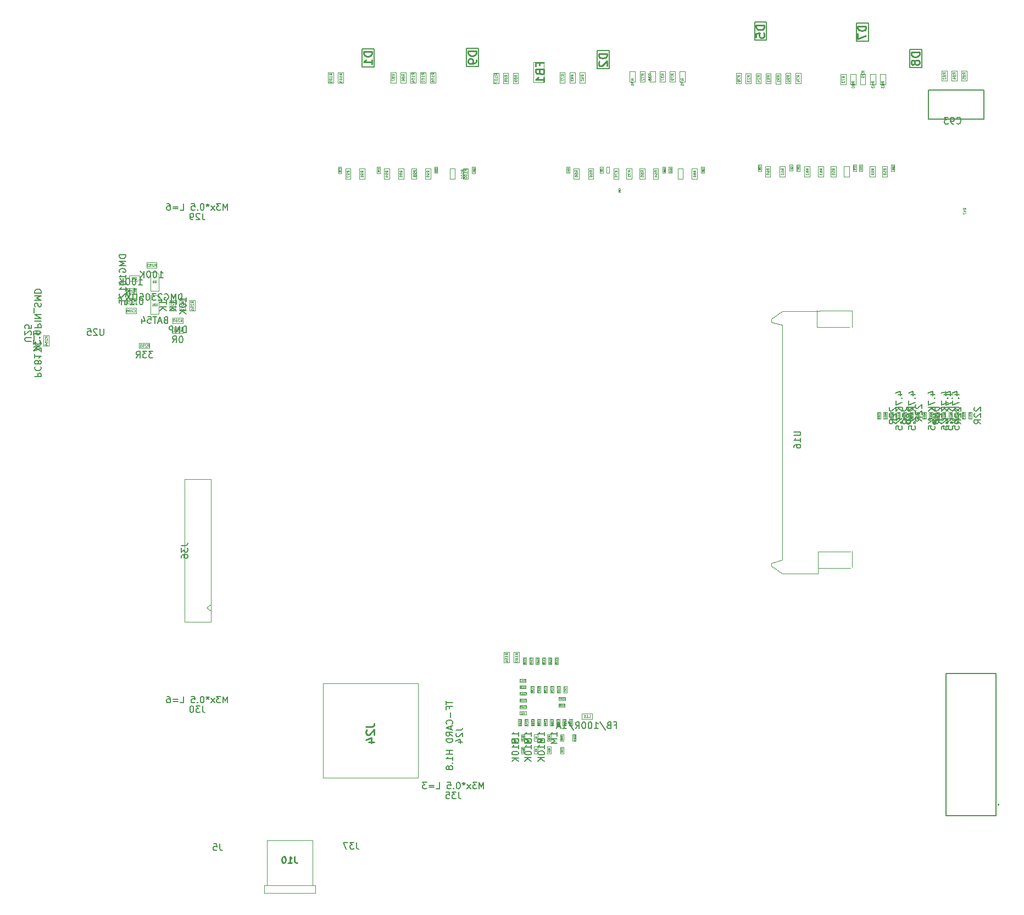
<source format=gbr>
G04 #@! TF.GenerationSoftware,KiCad,Pcbnew,8.0.0-rc1*
G04 #@! TF.CreationDate,2024-01-18T13:04:10+03:00*
G04 #@! TF.ProjectId,MXVR_3566,4d585652-5f33-4353-9636-2e6b69636164,REV1*
G04 #@! TF.SameCoordinates,Original*
G04 #@! TF.FileFunction,AssemblyDrawing,Bot*
%FSLAX46Y46*%
G04 Gerber Fmt 4.6, Leading zero omitted, Abs format (unit mm)*
G04 Created by KiCad (PCBNEW 8.0.0-rc1) date 2024-01-18 13:04:10*
%MOMM*%
%LPD*%
G01*
G04 APERTURE LIST*
%ADD10C,0.150000*%
%ADD11C,0.040000*%
%ADD12C,0.060000*%
%ADD13C,0.050000*%
%ADD14C,0.254000*%
%ADD15C,0.062500*%
%ADD16C,0.100000*%
%ADD17C,0.200000*%
%ADD18C,0.127000*%
G04 APERTURE END LIST*
D10*
X80516833Y-159779819D02*
X80516833Y-160494104D01*
X80516833Y-160494104D02*
X80564452Y-160636961D01*
X80564452Y-160636961D02*
X80659690Y-160732200D01*
X80659690Y-160732200D02*
X80802547Y-160779819D01*
X80802547Y-160779819D02*
X80897785Y-160779819D01*
X79564452Y-159779819D02*
X80040642Y-159779819D01*
X80040642Y-159779819D02*
X80088261Y-160256009D01*
X80088261Y-160256009D02*
X80040642Y-160208390D01*
X80040642Y-160208390D02*
X79945404Y-160160771D01*
X79945404Y-160160771D02*
X79707309Y-160160771D01*
X79707309Y-160160771D02*
X79612071Y-160208390D01*
X79612071Y-160208390D02*
X79564452Y-160256009D01*
X79564452Y-160256009D02*
X79516833Y-160351247D01*
X79516833Y-160351247D02*
X79516833Y-160589342D01*
X79516833Y-160589342D02*
X79564452Y-160684580D01*
X79564452Y-160684580D02*
X79612071Y-160732200D01*
X79612071Y-160732200D02*
X79707309Y-160779819D01*
X79707309Y-160779819D02*
X79945404Y-160779819D01*
X79945404Y-160779819D02*
X80040642Y-160732200D01*
X80040642Y-160732200D02*
X80088261Y-160684580D01*
X187810057Y-92019524D02*
X187762438Y-92067143D01*
X187762438Y-92067143D02*
X187714819Y-92162381D01*
X187714819Y-92162381D02*
X187714819Y-92400476D01*
X187714819Y-92400476D02*
X187762438Y-92495714D01*
X187762438Y-92495714D02*
X187810057Y-92543333D01*
X187810057Y-92543333D02*
X187905295Y-92590952D01*
X187905295Y-92590952D02*
X188000533Y-92590952D01*
X188000533Y-92590952D02*
X188143390Y-92543333D01*
X188143390Y-92543333D02*
X188714819Y-91971905D01*
X188714819Y-91971905D02*
X188714819Y-92590952D01*
X187810057Y-92971905D02*
X187762438Y-93019524D01*
X187762438Y-93019524D02*
X187714819Y-93114762D01*
X187714819Y-93114762D02*
X187714819Y-93352857D01*
X187714819Y-93352857D02*
X187762438Y-93448095D01*
X187762438Y-93448095D02*
X187810057Y-93495714D01*
X187810057Y-93495714D02*
X187905295Y-93543333D01*
X187905295Y-93543333D02*
X188000533Y-93543333D01*
X188000533Y-93543333D02*
X188143390Y-93495714D01*
X188143390Y-93495714D02*
X188714819Y-92924286D01*
X188714819Y-92924286D02*
X188714819Y-93543333D01*
X188714819Y-94543333D02*
X188238628Y-94210000D01*
X188714819Y-93971905D02*
X187714819Y-93971905D01*
X187714819Y-93971905D02*
X187714819Y-94352857D01*
X187714819Y-94352857D02*
X187762438Y-94448095D01*
X187762438Y-94448095D02*
X187810057Y-94495714D01*
X187810057Y-94495714D02*
X187905295Y-94543333D01*
X187905295Y-94543333D02*
X188048152Y-94543333D01*
X188048152Y-94543333D02*
X188143390Y-94495714D01*
X188143390Y-94495714D02*
X188191009Y-94448095D01*
X188191009Y-94448095D02*
X188238628Y-94352857D01*
X188238628Y-94352857D02*
X188238628Y-93971905D01*
D11*
X187208200Y-93419048D02*
X187084391Y-93332381D01*
X187208200Y-93270476D02*
X186948200Y-93270476D01*
X186948200Y-93270476D02*
X186948200Y-93369524D01*
X186948200Y-93369524D02*
X186960581Y-93394286D01*
X186960581Y-93394286D02*
X186972962Y-93406667D01*
X186972962Y-93406667D02*
X186997724Y-93419048D01*
X186997724Y-93419048D02*
X187034867Y-93419048D01*
X187034867Y-93419048D02*
X187059629Y-93406667D01*
X187059629Y-93406667D02*
X187072010Y-93394286D01*
X187072010Y-93394286D02*
X187084391Y-93369524D01*
X187084391Y-93369524D02*
X187084391Y-93270476D01*
X186972962Y-93518095D02*
X186960581Y-93530476D01*
X186960581Y-93530476D02*
X186948200Y-93555238D01*
X186948200Y-93555238D02*
X186948200Y-93617143D01*
X186948200Y-93617143D02*
X186960581Y-93641905D01*
X186960581Y-93641905D02*
X186972962Y-93654286D01*
X186972962Y-93654286D02*
X186997724Y-93666667D01*
X186997724Y-93666667D02*
X187022486Y-93666667D01*
X187022486Y-93666667D02*
X187059629Y-93654286D01*
X187059629Y-93654286D02*
X187208200Y-93505714D01*
X187208200Y-93505714D02*
X187208200Y-93666667D01*
X186948200Y-93827619D02*
X186948200Y-93852381D01*
X186948200Y-93852381D02*
X186960581Y-93877143D01*
X186960581Y-93877143D02*
X186972962Y-93889524D01*
X186972962Y-93889524D02*
X186997724Y-93901905D01*
X186997724Y-93901905D02*
X187047248Y-93914286D01*
X187047248Y-93914286D02*
X187109153Y-93914286D01*
X187109153Y-93914286D02*
X187158677Y-93901905D01*
X187158677Y-93901905D02*
X187183439Y-93889524D01*
X187183439Y-93889524D02*
X187195820Y-93877143D01*
X187195820Y-93877143D02*
X187208200Y-93852381D01*
X187208200Y-93852381D02*
X187208200Y-93827619D01*
X187208200Y-93827619D02*
X187195820Y-93802857D01*
X187195820Y-93802857D02*
X187183439Y-93790476D01*
X187183439Y-93790476D02*
X187158677Y-93778095D01*
X187158677Y-93778095D02*
X187109153Y-93765714D01*
X187109153Y-93765714D02*
X187047248Y-93765714D01*
X187047248Y-93765714D02*
X186997724Y-93778095D01*
X186997724Y-93778095D02*
X186972962Y-93790476D01*
X186972962Y-93790476D02*
X186960581Y-93802857D01*
X186960581Y-93802857D02*
X186948200Y-93827619D01*
X187059629Y-94062857D02*
X187047248Y-94038095D01*
X187047248Y-94038095D02*
X187034867Y-94025714D01*
X187034867Y-94025714D02*
X187010105Y-94013333D01*
X187010105Y-94013333D02*
X186997724Y-94013333D01*
X186997724Y-94013333D02*
X186972962Y-94025714D01*
X186972962Y-94025714D02*
X186960581Y-94038095D01*
X186960581Y-94038095D02*
X186948200Y-94062857D01*
X186948200Y-94062857D02*
X186948200Y-94112381D01*
X186948200Y-94112381D02*
X186960581Y-94137143D01*
X186960581Y-94137143D02*
X186972962Y-94149524D01*
X186972962Y-94149524D02*
X186997724Y-94161905D01*
X186997724Y-94161905D02*
X187010105Y-94161905D01*
X187010105Y-94161905D02*
X187034867Y-94149524D01*
X187034867Y-94149524D02*
X187047248Y-94137143D01*
X187047248Y-94137143D02*
X187059629Y-94112381D01*
X187059629Y-94112381D02*
X187059629Y-94062857D01*
X187059629Y-94062857D02*
X187072010Y-94038095D01*
X187072010Y-94038095D02*
X187084391Y-94025714D01*
X187084391Y-94025714D02*
X187109153Y-94013333D01*
X187109153Y-94013333D02*
X187158677Y-94013333D01*
X187158677Y-94013333D02*
X187183439Y-94025714D01*
X187183439Y-94025714D02*
X187195820Y-94038095D01*
X187195820Y-94038095D02*
X187208200Y-94062857D01*
X187208200Y-94062857D02*
X187208200Y-94112381D01*
X187208200Y-94112381D02*
X187195820Y-94137143D01*
X187195820Y-94137143D02*
X187183439Y-94149524D01*
X187183439Y-94149524D02*
X187158677Y-94161905D01*
X187158677Y-94161905D02*
X187109153Y-94161905D01*
X187109153Y-94161905D02*
X187084391Y-94149524D01*
X187084391Y-94149524D02*
X187072010Y-94137143D01*
X187072010Y-94137143D02*
X187059629Y-94112381D01*
X139439765Y-55778333D02*
X139451670Y-55766429D01*
X139451670Y-55766429D02*
X139463574Y-55730714D01*
X139463574Y-55730714D02*
X139463574Y-55706905D01*
X139463574Y-55706905D02*
X139451670Y-55671191D01*
X139451670Y-55671191D02*
X139427860Y-55647381D01*
X139427860Y-55647381D02*
X139404050Y-55635476D01*
X139404050Y-55635476D02*
X139356431Y-55623572D01*
X139356431Y-55623572D02*
X139320717Y-55623572D01*
X139320717Y-55623572D02*
X139273098Y-55635476D01*
X139273098Y-55635476D02*
X139249289Y-55647381D01*
X139249289Y-55647381D02*
X139225479Y-55671191D01*
X139225479Y-55671191D02*
X139213574Y-55706905D01*
X139213574Y-55706905D02*
X139213574Y-55730714D01*
X139213574Y-55730714D02*
X139225479Y-55766429D01*
X139225479Y-55766429D02*
X139237384Y-55778333D01*
X139320717Y-55921191D02*
X139308812Y-55897381D01*
X139308812Y-55897381D02*
X139296908Y-55885476D01*
X139296908Y-55885476D02*
X139273098Y-55873572D01*
X139273098Y-55873572D02*
X139261193Y-55873572D01*
X139261193Y-55873572D02*
X139237384Y-55885476D01*
X139237384Y-55885476D02*
X139225479Y-55897381D01*
X139225479Y-55897381D02*
X139213574Y-55921191D01*
X139213574Y-55921191D02*
X139213574Y-55968810D01*
X139213574Y-55968810D02*
X139225479Y-55992619D01*
X139225479Y-55992619D02*
X139237384Y-56004524D01*
X139237384Y-56004524D02*
X139261193Y-56016429D01*
X139261193Y-56016429D02*
X139273098Y-56016429D01*
X139273098Y-56016429D02*
X139296908Y-56004524D01*
X139296908Y-56004524D02*
X139308812Y-55992619D01*
X139308812Y-55992619D02*
X139320717Y-55968810D01*
X139320717Y-55968810D02*
X139320717Y-55921191D01*
X139320717Y-55921191D02*
X139332622Y-55897381D01*
X139332622Y-55897381D02*
X139344527Y-55885476D01*
X139344527Y-55885476D02*
X139368336Y-55873572D01*
X139368336Y-55873572D02*
X139415955Y-55873572D01*
X139415955Y-55873572D02*
X139439765Y-55885476D01*
X139439765Y-55885476D02*
X139451670Y-55897381D01*
X139451670Y-55897381D02*
X139463574Y-55921191D01*
X139463574Y-55921191D02*
X139463574Y-55968810D01*
X139463574Y-55968810D02*
X139451670Y-55992619D01*
X139451670Y-55992619D02*
X139439765Y-56004524D01*
X139439765Y-56004524D02*
X139415955Y-56016429D01*
X139415955Y-56016429D02*
X139368336Y-56016429D01*
X139368336Y-56016429D02*
X139344527Y-56004524D01*
X139344527Y-56004524D02*
X139332622Y-55992619D01*
X139332622Y-55992619D02*
X139320717Y-55968810D01*
X134709765Y-140750238D02*
X134721670Y-140738334D01*
X134721670Y-140738334D02*
X134733574Y-140702619D01*
X134733574Y-140702619D02*
X134733574Y-140678810D01*
X134733574Y-140678810D02*
X134721670Y-140643096D01*
X134721670Y-140643096D02*
X134697860Y-140619286D01*
X134697860Y-140619286D02*
X134674050Y-140607381D01*
X134674050Y-140607381D02*
X134626431Y-140595477D01*
X134626431Y-140595477D02*
X134590717Y-140595477D01*
X134590717Y-140595477D02*
X134543098Y-140607381D01*
X134543098Y-140607381D02*
X134519289Y-140619286D01*
X134519289Y-140619286D02*
X134495479Y-140643096D01*
X134495479Y-140643096D02*
X134483574Y-140678810D01*
X134483574Y-140678810D02*
X134483574Y-140702619D01*
X134483574Y-140702619D02*
X134495479Y-140738334D01*
X134495479Y-140738334D02*
X134507384Y-140750238D01*
X134733574Y-140988334D02*
X134733574Y-140845477D01*
X134733574Y-140916905D02*
X134483574Y-140916905D01*
X134483574Y-140916905D02*
X134519289Y-140893096D01*
X134519289Y-140893096D02*
X134543098Y-140869286D01*
X134543098Y-140869286D02*
X134555003Y-140845477D01*
X134483574Y-141071667D02*
X134483574Y-141226429D01*
X134483574Y-141226429D02*
X134578812Y-141143095D01*
X134578812Y-141143095D02*
X134578812Y-141178810D01*
X134578812Y-141178810D02*
X134590717Y-141202619D01*
X134590717Y-141202619D02*
X134602622Y-141214524D01*
X134602622Y-141214524D02*
X134626431Y-141226429D01*
X134626431Y-141226429D02*
X134685955Y-141226429D01*
X134685955Y-141226429D02*
X134709765Y-141214524D01*
X134709765Y-141214524D02*
X134721670Y-141202619D01*
X134721670Y-141202619D02*
X134733574Y-141178810D01*
X134733574Y-141178810D02*
X134733574Y-141107381D01*
X134733574Y-141107381D02*
X134721670Y-141083572D01*
X134721670Y-141083572D02*
X134709765Y-141071667D01*
X134507384Y-141321667D02*
X134495479Y-141333571D01*
X134495479Y-141333571D02*
X134483574Y-141357381D01*
X134483574Y-141357381D02*
X134483574Y-141416905D01*
X134483574Y-141416905D02*
X134495479Y-141440714D01*
X134495479Y-141440714D02*
X134507384Y-141452619D01*
X134507384Y-141452619D02*
X134531193Y-141464524D01*
X134531193Y-141464524D02*
X134555003Y-141464524D01*
X134555003Y-141464524D02*
X134590717Y-141452619D01*
X134590717Y-141452619D02*
X134733574Y-141309762D01*
X134733574Y-141309762D02*
X134733574Y-141464524D01*
D12*
X108631927Y-56142857D02*
X108441451Y-56009524D01*
X108631927Y-55914286D02*
X108231927Y-55914286D01*
X108231927Y-55914286D02*
X108231927Y-56066667D01*
X108231927Y-56066667D02*
X108250975Y-56104762D01*
X108250975Y-56104762D02*
X108270022Y-56123809D01*
X108270022Y-56123809D02*
X108308118Y-56142857D01*
X108308118Y-56142857D02*
X108365260Y-56142857D01*
X108365260Y-56142857D02*
X108403356Y-56123809D01*
X108403356Y-56123809D02*
X108422403Y-56104762D01*
X108422403Y-56104762D02*
X108441451Y-56066667D01*
X108441451Y-56066667D02*
X108441451Y-55914286D01*
X108631927Y-56333333D02*
X108631927Y-56409524D01*
X108631927Y-56409524D02*
X108612880Y-56447619D01*
X108612880Y-56447619D02*
X108593832Y-56466667D01*
X108593832Y-56466667D02*
X108536689Y-56504762D01*
X108536689Y-56504762D02*
X108460499Y-56523809D01*
X108460499Y-56523809D02*
X108308118Y-56523809D01*
X108308118Y-56523809D02*
X108270022Y-56504762D01*
X108270022Y-56504762D02*
X108250975Y-56485714D01*
X108250975Y-56485714D02*
X108231927Y-56447619D01*
X108231927Y-56447619D02*
X108231927Y-56371428D01*
X108231927Y-56371428D02*
X108250975Y-56333333D01*
X108250975Y-56333333D02*
X108270022Y-56314286D01*
X108270022Y-56314286D02*
X108308118Y-56295238D01*
X108308118Y-56295238D02*
X108403356Y-56295238D01*
X108403356Y-56295238D02*
X108441451Y-56314286D01*
X108441451Y-56314286D02*
X108460499Y-56333333D01*
X108460499Y-56333333D02*
X108479546Y-56371428D01*
X108479546Y-56371428D02*
X108479546Y-56447619D01*
X108479546Y-56447619D02*
X108460499Y-56485714D01*
X108460499Y-56485714D02*
X108441451Y-56504762D01*
X108441451Y-56504762D02*
X108403356Y-56523809D01*
X108231927Y-56885714D02*
X108231927Y-56695238D01*
X108231927Y-56695238D02*
X108422403Y-56676190D01*
X108422403Y-56676190D02*
X108403356Y-56695238D01*
X108403356Y-56695238D02*
X108384308Y-56733333D01*
X108384308Y-56733333D02*
X108384308Y-56828571D01*
X108384308Y-56828571D02*
X108403356Y-56866666D01*
X108403356Y-56866666D02*
X108422403Y-56885714D01*
X108422403Y-56885714D02*
X108460499Y-56904761D01*
X108460499Y-56904761D02*
X108555737Y-56904761D01*
X108555737Y-56904761D02*
X108593832Y-56885714D01*
X108593832Y-56885714D02*
X108612880Y-56866666D01*
X108612880Y-56866666D02*
X108631927Y-56828571D01*
X108631927Y-56828571D02*
X108631927Y-56733333D01*
X108631927Y-56733333D02*
X108612880Y-56695238D01*
X108612880Y-56695238D02*
X108593832Y-56676190D01*
X118101927Y-55997381D02*
X117911451Y-55864048D01*
X118101927Y-55768810D02*
X117701927Y-55768810D01*
X117701927Y-55768810D02*
X117701927Y-55921191D01*
X117701927Y-55921191D02*
X117720975Y-55959286D01*
X117720975Y-55959286D02*
X117740022Y-55978333D01*
X117740022Y-55978333D02*
X117778118Y-55997381D01*
X117778118Y-55997381D02*
X117835260Y-55997381D01*
X117835260Y-55997381D02*
X117873356Y-55978333D01*
X117873356Y-55978333D02*
X117892403Y-55959286D01*
X117892403Y-55959286D02*
X117911451Y-55921191D01*
X117911451Y-55921191D02*
X117911451Y-55768810D01*
X118101927Y-56378333D02*
X118101927Y-56149762D01*
X118101927Y-56264048D02*
X117701927Y-56264048D01*
X117701927Y-56264048D02*
X117759070Y-56225952D01*
X117759070Y-56225952D02*
X117797165Y-56187857D01*
X117797165Y-56187857D02*
X117816213Y-56149762D01*
X117701927Y-56625952D02*
X117701927Y-56664047D01*
X117701927Y-56664047D02*
X117720975Y-56702143D01*
X117720975Y-56702143D02*
X117740022Y-56721190D01*
X117740022Y-56721190D02*
X117778118Y-56740238D01*
X117778118Y-56740238D02*
X117854308Y-56759285D01*
X117854308Y-56759285D02*
X117949546Y-56759285D01*
X117949546Y-56759285D02*
X118025737Y-56740238D01*
X118025737Y-56740238D02*
X118063832Y-56721190D01*
X118063832Y-56721190D02*
X118082880Y-56702143D01*
X118082880Y-56702143D02*
X118101927Y-56664047D01*
X118101927Y-56664047D02*
X118101927Y-56625952D01*
X118101927Y-56625952D02*
X118082880Y-56587857D01*
X118082880Y-56587857D02*
X118063832Y-56568809D01*
X118063832Y-56568809D02*
X118025737Y-56549762D01*
X118025737Y-56549762D02*
X117949546Y-56530714D01*
X117949546Y-56530714D02*
X117854308Y-56530714D01*
X117854308Y-56530714D02*
X117778118Y-56549762D01*
X117778118Y-56549762D02*
X117740022Y-56568809D01*
X117740022Y-56568809D02*
X117720975Y-56587857D01*
X117720975Y-56587857D02*
X117701927Y-56625952D01*
X118101927Y-57140237D02*
X118101927Y-56911666D01*
X118101927Y-57025952D02*
X117701927Y-57025952D01*
X117701927Y-57025952D02*
X117759070Y-56987856D01*
X117759070Y-56987856D02*
X117797165Y-56949761D01*
X117797165Y-56949761D02*
X117816213Y-56911666D01*
D11*
X119749765Y-55669285D02*
X119761670Y-55657381D01*
X119761670Y-55657381D02*
X119773574Y-55621666D01*
X119773574Y-55621666D02*
X119773574Y-55597857D01*
X119773574Y-55597857D02*
X119761670Y-55562143D01*
X119761670Y-55562143D02*
X119737860Y-55538333D01*
X119737860Y-55538333D02*
X119714050Y-55526428D01*
X119714050Y-55526428D02*
X119666431Y-55514524D01*
X119666431Y-55514524D02*
X119630717Y-55514524D01*
X119630717Y-55514524D02*
X119583098Y-55526428D01*
X119583098Y-55526428D02*
X119559289Y-55538333D01*
X119559289Y-55538333D02*
X119535479Y-55562143D01*
X119535479Y-55562143D02*
X119523574Y-55597857D01*
X119523574Y-55597857D02*
X119523574Y-55621666D01*
X119523574Y-55621666D02*
X119535479Y-55657381D01*
X119535479Y-55657381D02*
X119547384Y-55669285D01*
X119630717Y-55812143D02*
X119618812Y-55788333D01*
X119618812Y-55788333D02*
X119606908Y-55776428D01*
X119606908Y-55776428D02*
X119583098Y-55764524D01*
X119583098Y-55764524D02*
X119571193Y-55764524D01*
X119571193Y-55764524D02*
X119547384Y-55776428D01*
X119547384Y-55776428D02*
X119535479Y-55788333D01*
X119535479Y-55788333D02*
X119523574Y-55812143D01*
X119523574Y-55812143D02*
X119523574Y-55859762D01*
X119523574Y-55859762D02*
X119535479Y-55883571D01*
X119535479Y-55883571D02*
X119547384Y-55895476D01*
X119547384Y-55895476D02*
X119571193Y-55907381D01*
X119571193Y-55907381D02*
X119583098Y-55907381D01*
X119583098Y-55907381D02*
X119606908Y-55895476D01*
X119606908Y-55895476D02*
X119618812Y-55883571D01*
X119618812Y-55883571D02*
X119630717Y-55859762D01*
X119630717Y-55859762D02*
X119630717Y-55812143D01*
X119630717Y-55812143D02*
X119642622Y-55788333D01*
X119642622Y-55788333D02*
X119654527Y-55776428D01*
X119654527Y-55776428D02*
X119678336Y-55764524D01*
X119678336Y-55764524D02*
X119725955Y-55764524D01*
X119725955Y-55764524D02*
X119749765Y-55776428D01*
X119749765Y-55776428D02*
X119761670Y-55788333D01*
X119761670Y-55788333D02*
X119773574Y-55812143D01*
X119773574Y-55812143D02*
X119773574Y-55859762D01*
X119773574Y-55859762D02*
X119761670Y-55883571D01*
X119761670Y-55883571D02*
X119749765Y-55895476D01*
X119749765Y-55895476D02*
X119725955Y-55907381D01*
X119725955Y-55907381D02*
X119678336Y-55907381D01*
X119678336Y-55907381D02*
X119654527Y-55895476D01*
X119654527Y-55895476D02*
X119642622Y-55883571D01*
X119642622Y-55883571D02*
X119630717Y-55859762D01*
X119773574Y-56145476D02*
X119773574Y-56002619D01*
X119773574Y-56074047D02*
X119523574Y-56074047D01*
X119523574Y-56074047D02*
X119559289Y-56050238D01*
X119559289Y-56050238D02*
X119583098Y-56026428D01*
X119583098Y-56026428D02*
X119595003Y-56002619D01*
D10*
X192078152Y-90505714D02*
X192744819Y-90505714D01*
X191697200Y-90267619D02*
X192411485Y-90029524D01*
X192411485Y-90029524D02*
X192411485Y-90648571D01*
X192649580Y-91029524D02*
X192697200Y-91077143D01*
X192697200Y-91077143D02*
X192744819Y-91029524D01*
X192744819Y-91029524D02*
X192697200Y-90981905D01*
X192697200Y-90981905D02*
X192649580Y-91029524D01*
X192649580Y-91029524D02*
X192744819Y-91029524D01*
X191744819Y-91410476D02*
X191744819Y-92077142D01*
X191744819Y-92077142D02*
X192744819Y-91648571D01*
X192744819Y-92458095D02*
X191744819Y-92458095D01*
X192744819Y-93029523D02*
X192173390Y-92600952D01*
X191744819Y-93029523D02*
X192316247Y-92458095D01*
X192744819Y-94172381D02*
X191744819Y-94934285D01*
X191744819Y-94315238D02*
X191792438Y-94410476D01*
X191792438Y-94410476D02*
X191887676Y-94458095D01*
X191887676Y-94458095D02*
X191982914Y-94410476D01*
X191982914Y-94410476D02*
X192030533Y-94315238D01*
X192030533Y-94315238D02*
X191982914Y-94220000D01*
X191982914Y-94220000D02*
X191887676Y-94172381D01*
X191887676Y-94172381D02*
X191792438Y-94220000D01*
X191792438Y-94220000D02*
X191744819Y-94315238D01*
X192697200Y-94886666D02*
X192601961Y-94934285D01*
X192601961Y-94934285D02*
X192506723Y-94886666D01*
X192506723Y-94886666D02*
X192459104Y-94791428D01*
X192459104Y-94791428D02*
X192506723Y-94696190D01*
X192506723Y-94696190D02*
X192601961Y-94648571D01*
X192601961Y-94648571D02*
X192697200Y-94696190D01*
X192697200Y-94696190D02*
X192744819Y-94791428D01*
X192744819Y-94791428D02*
X192697200Y-94886666D01*
X191744819Y-95839047D02*
X191744819Y-95362857D01*
X191744819Y-95362857D02*
X192221009Y-95315238D01*
X192221009Y-95315238D02*
X192173390Y-95362857D01*
X192173390Y-95362857D02*
X192125771Y-95458095D01*
X192125771Y-95458095D02*
X192125771Y-95696190D01*
X192125771Y-95696190D02*
X192173390Y-95791428D01*
X192173390Y-95791428D02*
X192221009Y-95839047D01*
X192221009Y-95839047D02*
X192316247Y-95886666D01*
X192316247Y-95886666D02*
X192554342Y-95886666D01*
X192554342Y-95886666D02*
X192649580Y-95839047D01*
X192649580Y-95839047D02*
X192697200Y-95791428D01*
X192697200Y-95791428D02*
X192744819Y-95696190D01*
X192744819Y-95696190D02*
X192744819Y-95458095D01*
X192744819Y-95458095D02*
X192697200Y-95362857D01*
X192697200Y-95362857D02*
X192649580Y-95315238D01*
D11*
X191238200Y-93429048D02*
X191114391Y-93342381D01*
X191238200Y-93280476D02*
X190978200Y-93280476D01*
X190978200Y-93280476D02*
X190978200Y-93379524D01*
X190978200Y-93379524D02*
X190990581Y-93404286D01*
X190990581Y-93404286D02*
X191002962Y-93416667D01*
X191002962Y-93416667D02*
X191027724Y-93429048D01*
X191027724Y-93429048D02*
X191064867Y-93429048D01*
X191064867Y-93429048D02*
X191089629Y-93416667D01*
X191089629Y-93416667D02*
X191102010Y-93404286D01*
X191102010Y-93404286D02*
X191114391Y-93379524D01*
X191114391Y-93379524D02*
X191114391Y-93280476D01*
X191002962Y-93528095D02*
X190990581Y-93540476D01*
X190990581Y-93540476D02*
X190978200Y-93565238D01*
X190978200Y-93565238D02*
X190978200Y-93627143D01*
X190978200Y-93627143D02*
X190990581Y-93651905D01*
X190990581Y-93651905D02*
X191002962Y-93664286D01*
X191002962Y-93664286D02*
X191027724Y-93676667D01*
X191027724Y-93676667D02*
X191052486Y-93676667D01*
X191052486Y-93676667D02*
X191089629Y-93664286D01*
X191089629Y-93664286D02*
X191238200Y-93515714D01*
X191238200Y-93515714D02*
X191238200Y-93676667D01*
X191002962Y-93775714D02*
X190990581Y-93788095D01*
X190990581Y-93788095D02*
X190978200Y-93812857D01*
X190978200Y-93812857D02*
X190978200Y-93874762D01*
X190978200Y-93874762D02*
X190990581Y-93899524D01*
X190990581Y-93899524D02*
X191002962Y-93911905D01*
X191002962Y-93911905D02*
X191027724Y-93924286D01*
X191027724Y-93924286D02*
X191052486Y-93924286D01*
X191052486Y-93924286D02*
X191089629Y-93911905D01*
X191089629Y-93911905D02*
X191238200Y-93763333D01*
X191238200Y-93763333D02*
X191238200Y-93924286D01*
X190978200Y-94085238D02*
X190978200Y-94110000D01*
X190978200Y-94110000D02*
X190990581Y-94134762D01*
X190990581Y-94134762D02*
X191002962Y-94147143D01*
X191002962Y-94147143D02*
X191027724Y-94159524D01*
X191027724Y-94159524D02*
X191077248Y-94171905D01*
X191077248Y-94171905D02*
X191139153Y-94171905D01*
X191139153Y-94171905D02*
X191188677Y-94159524D01*
X191188677Y-94159524D02*
X191213439Y-94147143D01*
X191213439Y-94147143D02*
X191225820Y-94134762D01*
X191225820Y-94134762D02*
X191238200Y-94110000D01*
X191238200Y-94110000D02*
X191238200Y-94085238D01*
X191238200Y-94085238D02*
X191225820Y-94060476D01*
X191225820Y-94060476D02*
X191213439Y-94048095D01*
X191213439Y-94048095D02*
X191188677Y-94035714D01*
X191188677Y-94035714D02*
X191139153Y-94023333D01*
X191139153Y-94023333D02*
X191077248Y-94023333D01*
X191077248Y-94023333D02*
X191027724Y-94035714D01*
X191027724Y-94035714D02*
X191002962Y-94048095D01*
X191002962Y-94048095D02*
X190990581Y-94060476D01*
X190990581Y-94060476D02*
X190978200Y-94085238D01*
D10*
X196880057Y-92438095D02*
X196832438Y-92485714D01*
X196832438Y-92485714D02*
X196784819Y-92580952D01*
X196784819Y-92580952D02*
X196784819Y-92819047D01*
X196784819Y-92819047D02*
X196832438Y-92914285D01*
X196832438Y-92914285D02*
X196880057Y-92961904D01*
X196880057Y-92961904D02*
X196975295Y-93009523D01*
X196975295Y-93009523D02*
X197070533Y-93009523D01*
X197070533Y-93009523D02*
X197213390Y-92961904D01*
X197213390Y-92961904D02*
X197784819Y-92390476D01*
X197784819Y-92390476D02*
X197784819Y-93009523D01*
X196880057Y-93390476D02*
X196832438Y-93438095D01*
X196832438Y-93438095D02*
X196784819Y-93533333D01*
X196784819Y-93533333D02*
X196784819Y-93771428D01*
X196784819Y-93771428D02*
X196832438Y-93866666D01*
X196832438Y-93866666D02*
X196880057Y-93914285D01*
X196880057Y-93914285D02*
X196975295Y-93961904D01*
X196975295Y-93961904D02*
X197070533Y-93961904D01*
X197070533Y-93961904D02*
X197213390Y-93914285D01*
X197213390Y-93914285D02*
X197784819Y-93342857D01*
X197784819Y-93342857D02*
X197784819Y-93961904D01*
X197784819Y-94961904D02*
X197308628Y-94628571D01*
X197784819Y-94390476D02*
X196784819Y-94390476D01*
X196784819Y-94390476D02*
X196784819Y-94771428D01*
X196784819Y-94771428D02*
X196832438Y-94866666D01*
X196832438Y-94866666D02*
X196880057Y-94914285D01*
X196880057Y-94914285D02*
X196975295Y-94961904D01*
X196975295Y-94961904D02*
X197118152Y-94961904D01*
X197118152Y-94961904D02*
X197213390Y-94914285D01*
X197213390Y-94914285D02*
X197261009Y-94866666D01*
X197261009Y-94866666D02*
X197308628Y-94771428D01*
X197308628Y-94771428D02*
X197308628Y-94390476D01*
D11*
X196278200Y-93409048D02*
X196154391Y-93322381D01*
X196278200Y-93260476D02*
X196018200Y-93260476D01*
X196018200Y-93260476D02*
X196018200Y-93359524D01*
X196018200Y-93359524D02*
X196030581Y-93384286D01*
X196030581Y-93384286D02*
X196042962Y-93396667D01*
X196042962Y-93396667D02*
X196067724Y-93409048D01*
X196067724Y-93409048D02*
X196104867Y-93409048D01*
X196104867Y-93409048D02*
X196129629Y-93396667D01*
X196129629Y-93396667D02*
X196142010Y-93384286D01*
X196142010Y-93384286D02*
X196154391Y-93359524D01*
X196154391Y-93359524D02*
X196154391Y-93260476D01*
X196042962Y-93508095D02*
X196030581Y-93520476D01*
X196030581Y-93520476D02*
X196018200Y-93545238D01*
X196018200Y-93545238D02*
X196018200Y-93607143D01*
X196018200Y-93607143D02*
X196030581Y-93631905D01*
X196030581Y-93631905D02*
X196042962Y-93644286D01*
X196042962Y-93644286D02*
X196067724Y-93656667D01*
X196067724Y-93656667D02*
X196092486Y-93656667D01*
X196092486Y-93656667D02*
X196129629Y-93644286D01*
X196129629Y-93644286D02*
X196278200Y-93495714D01*
X196278200Y-93495714D02*
X196278200Y-93656667D01*
X196278200Y-93904286D02*
X196278200Y-93755714D01*
X196278200Y-93830000D02*
X196018200Y-93830000D01*
X196018200Y-93830000D02*
X196055343Y-93805238D01*
X196055343Y-93805238D02*
X196080105Y-93780476D01*
X196080105Y-93780476D02*
X196092486Y-93755714D01*
X196278200Y-94151905D02*
X196278200Y-94003333D01*
X196278200Y-94077619D02*
X196018200Y-94077619D01*
X196018200Y-94077619D02*
X196055343Y-94052857D01*
X196055343Y-94052857D02*
X196080105Y-94028095D01*
X196080105Y-94028095D02*
X196092486Y-94003333D01*
X128819765Y-140750238D02*
X128831670Y-140738334D01*
X128831670Y-140738334D02*
X128843574Y-140702619D01*
X128843574Y-140702619D02*
X128843574Y-140678810D01*
X128843574Y-140678810D02*
X128831670Y-140643096D01*
X128831670Y-140643096D02*
X128807860Y-140619286D01*
X128807860Y-140619286D02*
X128784050Y-140607381D01*
X128784050Y-140607381D02*
X128736431Y-140595477D01*
X128736431Y-140595477D02*
X128700717Y-140595477D01*
X128700717Y-140595477D02*
X128653098Y-140607381D01*
X128653098Y-140607381D02*
X128629289Y-140619286D01*
X128629289Y-140619286D02*
X128605479Y-140643096D01*
X128605479Y-140643096D02*
X128593574Y-140678810D01*
X128593574Y-140678810D02*
X128593574Y-140702619D01*
X128593574Y-140702619D02*
X128605479Y-140738334D01*
X128605479Y-140738334D02*
X128617384Y-140750238D01*
X128843574Y-140988334D02*
X128843574Y-140845477D01*
X128843574Y-140916905D02*
X128593574Y-140916905D01*
X128593574Y-140916905D02*
X128629289Y-140893096D01*
X128629289Y-140893096D02*
X128653098Y-140869286D01*
X128653098Y-140869286D02*
X128665003Y-140845477D01*
X128593574Y-141143095D02*
X128593574Y-141166905D01*
X128593574Y-141166905D02*
X128605479Y-141190714D01*
X128605479Y-141190714D02*
X128617384Y-141202619D01*
X128617384Y-141202619D02*
X128641193Y-141214524D01*
X128641193Y-141214524D02*
X128688812Y-141226429D01*
X128688812Y-141226429D02*
X128748336Y-141226429D01*
X128748336Y-141226429D02*
X128795955Y-141214524D01*
X128795955Y-141214524D02*
X128819765Y-141202619D01*
X128819765Y-141202619D02*
X128831670Y-141190714D01*
X128831670Y-141190714D02*
X128843574Y-141166905D01*
X128843574Y-141166905D02*
X128843574Y-141143095D01*
X128843574Y-141143095D02*
X128831670Y-141119286D01*
X128831670Y-141119286D02*
X128819765Y-141107381D01*
X128819765Y-141107381D02*
X128795955Y-141095476D01*
X128795955Y-141095476D02*
X128748336Y-141083572D01*
X128748336Y-141083572D02*
X128688812Y-141083572D01*
X128688812Y-141083572D02*
X128641193Y-141095476D01*
X128641193Y-141095476D02*
X128617384Y-141107381D01*
X128617384Y-141107381D02*
X128605479Y-141119286D01*
X128605479Y-141119286D02*
X128593574Y-141143095D01*
X128593574Y-141452619D02*
X128593574Y-141333571D01*
X128593574Y-141333571D02*
X128712622Y-141321667D01*
X128712622Y-141321667D02*
X128700717Y-141333571D01*
X128700717Y-141333571D02*
X128688812Y-141357381D01*
X128688812Y-141357381D02*
X128688812Y-141416905D01*
X128688812Y-141416905D02*
X128700717Y-141440714D01*
X128700717Y-141440714D02*
X128712622Y-141452619D01*
X128712622Y-141452619D02*
X128736431Y-141464524D01*
X128736431Y-141464524D02*
X128795955Y-141464524D01*
X128795955Y-141464524D02*
X128819765Y-141452619D01*
X128819765Y-141452619D02*
X128831670Y-141440714D01*
X128831670Y-141440714D02*
X128843574Y-141416905D01*
X128843574Y-141416905D02*
X128843574Y-141357381D01*
X128843574Y-141357381D02*
X128831670Y-141333571D01*
X128831670Y-141333571D02*
X128819765Y-141321667D01*
D10*
X74695594Y-75924819D02*
X74695594Y-74924819D01*
X74695594Y-74924819D02*
X74457499Y-74924819D01*
X74457499Y-74924819D02*
X74314642Y-74972438D01*
X74314642Y-74972438D02*
X74219404Y-75067676D01*
X74219404Y-75067676D02*
X74171785Y-75162914D01*
X74171785Y-75162914D02*
X74124166Y-75353390D01*
X74124166Y-75353390D02*
X74124166Y-75496247D01*
X74124166Y-75496247D02*
X74171785Y-75686723D01*
X74171785Y-75686723D02*
X74219404Y-75781961D01*
X74219404Y-75781961D02*
X74314642Y-75877200D01*
X74314642Y-75877200D02*
X74457499Y-75924819D01*
X74457499Y-75924819D02*
X74695594Y-75924819D01*
X73695594Y-75924819D02*
X73695594Y-74924819D01*
X73695594Y-74924819D02*
X73362261Y-75639104D01*
X73362261Y-75639104D02*
X73028928Y-74924819D01*
X73028928Y-74924819D02*
X73028928Y-75924819D01*
X72028928Y-74972438D02*
X72124166Y-74924819D01*
X72124166Y-74924819D02*
X72267023Y-74924819D01*
X72267023Y-74924819D02*
X72409880Y-74972438D01*
X72409880Y-74972438D02*
X72505118Y-75067676D01*
X72505118Y-75067676D02*
X72552737Y-75162914D01*
X72552737Y-75162914D02*
X72600356Y-75353390D01*
X72600356Y-75353390D02*
X72600356Y-75496247D01*
X72600356Y-75496247D02*
X72552737Y-75686723D01*
X72552737Y-75686723D02*
X72505118Y-75781961D01*
X72505118Y-75781961D02*
X72409880Y-75877200D01*
X72409880Y-75877200D02*
X72267023Y-75924819D01*
X72267023Y-75924819D02*
X72171785Y-75924819D01*
X72171785Y-75924819D02*
X72028928Y-75877200D01*
X72028928Y-75877200D02*
X71981309Y-75829580D01*
X71981309Y-75829580D02*
X71981309Y-75496247D01*
X71981309Y-75496247D02*
X72171785Y-75496247D01*
X71600356Y-75020057D02*
X71552737Y-74972438D01*
X71552737Y-74972438D02*
X71457499Y-74924819D01*
X71457499Y-74924819D02*
X71219404Y-74924819D01*
X71219404Y-74924819D02*
X71124166Y-74972438D01*
X71124166Y-74972438D02*
X71076547Y-75020057D01*
X71076547Y-75020057D02*
X71028928Y-75115295D01*
X71028928Y-75115295D02*
X71028928Y-75210533D01*
X71028928Y-75210533D02*
X71076547Y-75353390D01*
X71076547Y-75353390D02*
X71647975Y-75924819D01*
X71647975Y-75924819D02*
X71028928Y-75924819D01*
X70695594Y-74924819D02*
X70076547Y-74924819D01*
X70076547Y-74924819D02*
X70409880Y-75305771D01*
X70409880Y-75305771D02*
X70267023Y-75305771D01*
X70267023Y-75305771D02*
X70171785Y-75353390D01*
X70171785Y-75353390D02*
X70124166Y-75401009D01*
X70124166Y-75401009D02*
X70076547Y-75496247D01*
X70076547Y-75496247D02*
X70076547Y-75734342D01*
X70076547Y-75734342D02*
X70124166Y-75829580D01*
X70124166Y-75829580D02*
X70171785Y-75877200D01*
X70171785Y-75877200D02*
X70267023Y-75924819D01*
X70267023Y-75924819D02*
X70552737Y-75924819D01*
X70552737Y-75924819D02*
X70647975Y-75877200D01*
X70647975Y-75877200D02*
X70695594Y-75829580D01*
X69457499Y-74924819D02*
X69362261Y-74924819D01*
X69362261Y-74924819D02*
X69267023Y-74972438D01*
X69267023Y-74972438D02*
X69219404Y-75020057D01*
X69219404Y-75020057D02*
X69171785Y-75115295D01*
X69171785Y-75115295D02*
X69124166Y-75305771D01*
X69124166Y-75305771D02*
X69124166Y-75543866D01*
X69124166Y-75543866D02*
X69171785Y-75734342D01*
X69171785Y-75734342D02*
X69219404Y-75829580D01*
X69219404Y-75829580D02*
X69267023Y-75877200D01*
X69267023Y-75877200D02*
X69362261Y-75924819D01*
X69362261Y-75924819D02*
X69457499Y-75924819D01*
X69457499Y-75924819D02*
X69552737Y-75877200D01*
X69552737Y-75877200D02*
X69600356Y-75829580D01*
X69600356Y-75829580D02*
X69647975Y-75734342D01*
X69647975Y-75734342D02*
X69695594Y-75543866D01*
X69695594Y-75543866D02*
X69695594Y-75305771D01*
X69695594Y-75305771D02*
X69647975Y-75115295D01*
X69647975Y-75115295D02*
X69600356Y-75020057D01*
X69600356Y-75020057D02*
X69552737Y-74972438D01*
X69552737Y-74972438D02*
X69457499Y-74924819D01*
X68219404Y-74924819D02*
X68695594Y-74924819D01*
X68695594Y-74924819D02*
X68743213Y-75401009D01*
X68743213Y-75401009D02*
X68695594Y-75353390D01*
X68695594Y-75353390D02*
X68600356Y-75305771D01*
X68600356Y-75305771D02*
X68362261Y-75305771D01*
X68362261Y-75305771D02*
X68267023Y-75353390D01*
X68267023Y-75353390D02*
X68219404Y-75401009D01*
X68219404Y-75401009D02*
X68171785Y-75496247D01*
X68171785Y-75496247D02*
X68171785Y-75734342D01*
X68171785Y-75734342D02*
X68219404Y-75829580D01*
X68219404Y-75829580D02*
X68267023Y-75877200D01*
X68267023Y-75877200D02*
X68362261Y-75924819D01*
X68362261Y-75924819D02*
X68600356Y-75924819D01*
X68600356Y-75924819D02*
X68695594Y-75877200D01*
X68695594Y-75877200D02*
X68743213Y-75829580D01*
X67743213Y-74924819D02*
X67743213Y-75734342D01*
X67743213Y-75734342D02*
X67695594Y-75829580D01*
X67695594Y-75829580D02*
X67647975Y-75877200D01*
X67647975Y-75877200D02*
X67552737Y-75924819D01*
X67552737Y-75924819D02*
X67362261Y-75924819D01*
X67362261Y-75924819D02*
X67267023Y-75877200D01*
X67267023Y-75877200D02*
X67219404Y-75829580D01*
X67219404Y-75829580D02*
X67171785Y-75734342D01*
X67171785Y-75734342D02*
X67171785Y-74924819D01*
X66790832Y-74924819D02*
X66124166Y-75924819D01*
X66124166Y-74924819D02*
X66790832Y-75924819D01*
D13*
X70487976Y-73245914D02*
X70518452Y-73230676D01*
X70518452Y-73230676D02*
X70548928Y-73200200D01*
X70548928Y-73200200D02*
X70594642Y-73154485D01*
X70594642Y-73154485D02*
X70625119Y-73139247D01*
X70625119Y-73139247D02*
X70655595Y-73139247D01*
X70640357Y-73215438D02*
X70670833Y-73200200D01*
X70670833Y-73200200D02*
X70701309Y-73169723D01*
X70701309Y-73169723D02*
X70716547Y-73108771D01*
X70716547Y-73108771D02*
X70716547Y-73002104D01*
X70716547Y-73002104D02*
X70701309Y-72941152D01*
X70701309Y-72941152D02*
X70670833Y-72910676D01*
X70670833Y-72910676D02*
X70640357Y-72895438D01*
X70640357Y-72895438D02*
X70579404Y-72895438D01*
X70579404Y-72895438D02*
X70548928Y-72910676D01*
X70548928Y-72910676D02*
X70518452Y-72941152D01*
X70518452Y-72941152D02*
X70503214Y-73002104D01*
X70503214Y-73002104D02*
X70503214Y-73108771D01*
X70503214Y-73108771D02*
X70518452Y-73169723D01*
X70518452Y-73169723D02*
X70548928Y-73200200D01*
X70548928Y-73200200D02*
X70579404Y-73215438D01*
X70579404Y-73215438D02*
X70640357Y-73215438D01*
X70320357Y-73032580D02*
X70350833Y-73017342D01*
X70350833Y-73017342D02*
X70366071Y-73002104D01*
X70366071Y-73002104D02*
X70381309Y-72971628D01*
X70381309Y-72971628D02*
X70381309Y-72956390D01*
X70381309Y-72956390D02*
X70366071Y-72925914D01*
X70366071Y-72925914D02*
X70350833Y-72910676D01*
X70350833Y-72910676D02*
X70320357Y-72895438D01*
X70320357Y-72895438D02*
X70259404Y-72895438D01*
X70259404Y-72895438D02*
X70228928Y-72910676D01*
X70228928Y-72910676D02*
X70213690Y-72925914D01*
X70213690Y-72925914D02*
X70198452Y-72956390D01*
X70198452Y-72956390D02*
X70198452Y-72971628D01*
X70198452Y-72971628D02*
X70213690Y-73002104D01*
X70213690Y-73002104D02*
X70228928Y-73017342D01*
X70228928Y-73017342D02*
X70259404Y-73032580D01*
X70259404Y-73032580D02*
X70320357Y-73032580D01*
X70320357Y-73032580D02*
X70350833Y-73047819D01*
X70350833Y-73047819D02*
X70366071Y-73063057D01*
X70366071Y-73063057D02*
X70381309Y-73093533D01*
X70381309Y-73093533D02*
X70381309Y-73154485D01*
X70381309Y-73154485D02*
X70366071Y-73184961D01*
X70366071Y-73184961D02*
X70350833Y-73200200D01*
X70350833Y-73200200D02*
X70320357Y-73215438D01*
X70320357Y-73215438D02*
X70259404Y-73215438D01*
X70259404Y-73215438D02*
X70228928Y-73200200D01*
X70228928Y-73200200D02*
X70213690Y-73184961D01*
X70213690Y-73184961D02*
X70198452Y-73154485D01*
X70198452Y-73154485D02*
X70198452Y-73093533D01*
X70198452Y-73093533D02*
X70213690Y-73063057D01*
X70213690Y-73063057D02*
X70228928Y-73047819D01*
X70228928Y-73047819D02*
X70259404Y-73032580D01*
D10*
X72172976Y-78941009D02*
X72030119Y-78988628D01*
X72030119Y-78988628D02*
X71982500Y-79036247D01*
X71982500Y-79036247D02*
X71934881Y-79131485D01*
X71934881Y-79131485D02*
X71934881Y-79274342D01*
X71934881Y-79274342D02*
X71982500Y-79369580D01*
X71982500Y-79369580D02*
X72030119Y-79417200D01*
X72030119Y-79417200D02*
X72125357Y-79464819D01*
X72125357Y-79464819D02*
X72506309Y-79464819D01*
X72506309Y-79464819D02*
X72506309Y-78464819D01*
X72506309Y-78464819D02*
X72172976Y-78464819D01*
X72172976Y-78464819D02*
X72077738Y-78512438D01*
X72077738Y-78512438D02*
X72030119Y-78560057D01*
X72030119Y-78560057D02*
X71982500Y-78655295D01*
X71982500Y-78655295D02*
X71982500Y-78750533D01*
X71982500Y-78750533D02*
X72030119Y-78845771D01*
X72030119Y-78845771D02*
X72077738Y-78893390D01*
X72077738Y-78893390D02*
X72172976Y-78941009D01*
X72172976Y-78941009D02*
X72506309Y-78941009D01*
X71553928Y-79179104D02*
X71077738Y-79179104D01*
X71649166Y-79464819D02*
X71315833Y-78464819D01*
X71315833Y-78464819D02*
X70982500Y-79464819D01*
X70792023Y-78464819D02*
X70220595Y-78464819D01*
X70506309Y-79464819D02*
X70506309Y-78464819D01*
X69411071Y-78464819D02*
X69887261Y-78464819D01*
X69887261Y-78464819D02*
X69934880Y-78941009D01*
X69934880Y-78941009D02*
X69887261Y-78893390D01*
X69887261Y-78893390D02*
X69792023Y-78845771D01*
X69792023Y-78845771D02*
X69553928Y-78845771D01*
X69553928Y-78845771D02*
X69458690Y-78893390D01*
X69458690Y-78893390D02*
X69411071Y-78941009D01*
X69411071Y-78941009D02*
X69363452Y-79036247D01*
X69363452Y-79036247D02*
X69363452Y-79274342D01*
X69363452Y-79274342D02*
X69411071Y-79369580D01*
X69411071Y-79369580D02*
X69458690Y-79417200D01*
X69458690Y-79417200D02*
X69553928Y-79464819D01*
X69553928Y-79464819D02*
X69792023Y-79464819D01*
X69792023Y-79464819D02*
X69887261Y-79417200D01*
X69887261Y-79417200D02*
X69934880Y-79369580D01*
X68506309Y-78798152D02*
X68506309Y-79464819D01*
X68744404Y-78417200D02*
X68982499Y-79131485D01*
X68982499Y-79131485D02*
X68363452Y-79131485D01*
D13*
X70871071Y-76755438D02*
X70871071Y-76435438D01*
X70871071Y-76435438D02*
X70794881Y-76435438D01*
X70794881Y-76435438D02*
X70749166Y-76450676D01*
X70749166Y-76450676D02*
X70718690Y-76481152D01*
X70718690Y-76481152D02*
X70703452Y-76511628D01*
X70703452Y-76511628D02*
X70688214Y-76572580D01*
X70688214Y-76572580D02*
X70688214Y-76618295D01*
X70688214Y-76618295D02*
X70703452Y-76679247D01*
X70703452Y-76679247D02*
X70718690Y-76709723D01*
X70718690Y-76709723D02*
X70749166Y-76740200D01*
X70749166Y-76740200D02*
X70794881Y-76755438D01*
X70794881Y-76755438D02*
X70871071Y-76755438D01*
X70581547Y-76435438D02*
X70383452Y-76435438D01*
X70383452Y-76435438D02*
X70490119Y-76557342D01*
X70490119Y-76557342D02*
X70444404Y-76557342D01*
X70444404Y-76557342D02*
X70413928Y-76572580D01*
X70413928Y-76572580D02*
X70398690Y-76587819D01*
X70398690Y-76587819D02*
X70383452Y-76618295D01*
X70383452Y-76618295D02*
X70383452Y-76694485D01*
X70383452Y-76694485D02*
X70398690Y-76724961D01*
X70398690Y-76724961D02*
X70413928Y-76740200D01*
X70413928Y-76740200D02*
X70444404Y-76755438D01*
X70444404Y-76755438D02*
X70535833Y-76755438D01*
X70535833Y-76755438D02*
X70566309Y-76740200D01*
X70566309Y-76740200D02*
X70581547Y-76724961D01*
X70078690Y-76755438D02*
X70261547Y-76755438D01*
X70170119Y-76755438D02*
X70170119Y-76435438D01*
X70170119Y-76435438D02*
X70200595Y-76481152D01*
X70200595Y-76481152D02*
X70231071Y-76511628D01*
X70231071Y-76511628D02*
X70261547Y-76526866D01*
D11*
X133329765Y-145159285D02*
X133341670Y-145147381D01*
X133341670Y-145147381D02*
X133353574Y-145111666D01*
X133353574Y-145111666D02*
X133353574Y-145087857D01*
X133353574Y-145087857D02*
X133341670Y-145052143D01*
X133341670Y-145052143D02*
X133317860Y-145028333D01*
X133317860Y-145028333D02*
X133294050Y-145016428D01*
X133294050Y-145016428D02*
X133246431Y-145004524D01*
X133246431Y-145004524D02*
X133210717Y-145004524D01*
X133210717Y-145004524D02*
X133163098Y-145016428D01*
X133163098Y-145016428D02*
X133139289Y-145028333D01*
X133139289Y-145028333D02*
X133115479Y-145052143D01*
X133115479Y-145052143D02*
X133103574Y-145087857D01*
X133103574Y-145087857D02*
X133103574Y-145111666D01*
X133103574Y-145111666D02*
X133115479Y-145147381D01*
X133115479Y-145147381D02*
X133127384Y-145159285D01*
X133186908Y-145373571D02*
X133353574Y-145373571D01*
X133091670Y-145314047D02*
X133270241Y-145254524D01*
X133270241Y-145254524D02*
X133270241Y-145409285D01*
X133353574Y-145516428D02*
X133353574Y-145564047D01*
X133353574Y-145564047D02*
X133341670Y-145587857D01*
X133341670Y-145587857D02*
X133329765Y-145599761D01*
X133329765Y-145599761D02*
X133294050Y-145623571D01*
X133294050Y-145623571D02*
X133246431Y-145635476D01*
X133246431Y-145635476D02*
X133151193Y-145635476D01*
X133151193Y-145635476D02*
X133127384Y-145623571D01*
X133127384Y-145623571D02*
X133115479Y-145611666D01*
X133115479Y-145611666D02*
X133103574Y-145587857D01*
X133103574Y-145587857D02*
X133103574Y-145540238D01*
X133103574Y-145540238D02*
X133115479Y-145516428D01*
X133115479Y-145516428D02*
X133127384Y-145504523D01*
X133127384Y-145504523D02*
X133151193Y-145492619D01*
X133151193Y-145492619D02*
X133210717Y-145492619D01*
X133210717Y-145492619D02*
X133234527Y-145504523D01*
X133234527Y-145504523D02*
X133246431Y-145516428D01*
X133246431Y-145516428D02*
X133258336Y-145540238D01*
X133258336Y-145540238D02*
X133258336Y-145587857D01*
X133258336Y-145587857D02*
X133246431Y-145611666D01*
X133246431Y-145611666D02*
X133234527Y-145623571D01*
X133234527Y-145623571D02*
X133210717Y-145635476D01*
D10*
X51794819Y-80632381D02*
X51794819Y-81251428D01*
X51794819Y-81251428D02*
X52175771Y-80918095D01*
X52175771Y-80918095D02*
X52175771Y-81060952D01*
X52175771Y-81060952D02*
X52223390Y-81156190D01*
X52223390Y-81156190D02*
X52271009Y-81203809D01*
X52271009Y-81203809D02*
X52366247Y-81251428D01*
X52366247Y-81251428D02*
X52604342Y-81251428D01*
X52604342Y-81251428D02*
X52699580Y-81203809D01*
X52699580Y-81203809D02*
X52747200Y-81156190D01*
X52747200Y-81156190D02*
X52794819Y-81060952D01*
X52794819Y-81060952D02*
X52794819Y-80775238D01*
X52794819Y-80775238D02*
X52747200Y-80680000D01*
X52747200Y-80680000D02*
X52699580Y-80632381D01*
X52699580Y-81680000D02*
X52747200Y-81727619D01*
X52747200Y-81727619D02*
X52794819Y-81680000D01*
X52794819Y-81680000D02*
X52747200Y-81632381D01*
X52747200Y-81632381D02*
X52699580Y-81680000D01*
X52699580Y-81680000D02*
X52794819Y-81680000D01*
X51794819Y-82060952D02*
X51794819Y-82679999D01*
X51794819Y-82679999D02*
X52175771Y-82346666D01*
X52175771Y-82346666D02*
X52175771Y-82489523D01*
X52175771Y-82489523D02*
X52223390Y-82584761D01*
X52223390Y-82584761D02*
X52271009Y-82632380D01*
X52271009Y-82632380D02*
X52366247Y-82679999D01*
X52366247Y-82679999D02*
X52604342Y-82679999D01*
X52604342Y-82679999D02*
X52699580Y-82632380D01*
X52699580Y-82632380D02*
X52747200Y-82584761D01*
X52747200Y-82584761D02*
X52794819Y-82489523D01*
X52794819Y-82489523D02*
X52794819Y-82203809D01*
X52794819Y-82203809D02*
X52747200Y-82108571D01*
X52747200Y-82108571D02*
X52699580Y-82060952D01*
X52794819Y-83108571D02*
X51794819Y-83108571D01*
X52794819Y-83679999D02*
X52223390Y-83251428D01*
X51794819Y-83679999D02*
X52366247Y-83108571D01*
D12*
X53951927Y-81732381D02*
X53761451Y-81599048D01*
X53951927Y-81503810D02*
X53551927Y-81503810D01*
X53551927Y-81503810D02*
X53551927Y-81656191D01*
X53551927Y-81656191D02*
X53570975Y-81694286D01*
X53570975Y-81694286D02*
X53590022Y-81713333D01*
X53590022Y-81713333D02*
X53628118Y-81732381D01*
X53628118Y-81732381D02*
X53685260Y-81732381D01*
X53685260Y-81732381D02*
X53723356Y-81713333D01*
X53723356Y-81713333D02*
X53742403Y-81694286D01*
X53742403Y-81694286D02*
X53761451Y-81656191D01*
X53761451Y-81656191D02*
X53761451Y-81503810D01*
X53590022Y-81884762D02*
X53570975Y-81903810D01*
X53570975Y-81903810D02*
X53551927Y-81941905D01*
X53551927Y-81941905D02*
X53551927Y-82037143D01*
X53551927Y-82037143D02*
X53570975Y-82075238D01*
X53570975Y-82075238D02*
X53590022Y-82094286D01*
X53590022Y-82094286D02*
X53628118Y-82113333D01*
X53628118Y-82113333D02*
X53666213Y-82113333D01*
X53666213Y-82113333D02*
X53723356Y-82094286D01*
X53723356Y-82094286D02*
X53951927Y-81865714D01*
X53951927Y-81865714D02*
X53951927Y-82113333D01*
X53551927Y-82475238D02*
X53551927Y-82284762D01*
X53551927Y-82284762D02*
X53742403Y-82265714D01*
X53742403Y-82265714D02*
X53723356Y-82284762D01*
X53723356Y-82284762D02*
X53704308Y-82322857D01*
X53704308Y-82322857D02*
X53704308Y-82418095D01*
X53704308Y-82418095D02*
X53723356Y-82456190D01*
X53723356Y-82456190D02*
X53742403Y-82475238D01*
X53742403Y-82475238D02*
X53780499Y-82494285D01*
X53780499Y-82494285D02*
X53875737Y-82494285D01*
X53875737Y-82494285D02*
X53913832Y-82475238D01*
X53913832Y-82475238D02*
X53932880Y-82456190D01*
X53932880Y-82456190D02*
X53951927Y-82418095D01*
X53951927Y-82418095D02*
X53951927Y-82322857D01*
X53951927Y-82322857D02*
X53932880Y-82284762D01*
X53932880Y-82284762D02*
X53913832Y-82265714D01*
X53685260Y-82837142D02*
X53951927Y-82837142D01*
X53532880Y-82741904D02*
X53818594Y-82646666D01*
X53818594Y-82646666D02*
X53818594Y-82894285D01*
D11*
X105079765Y-55679285D02*
X105091670Y-55667381D01*
X105091670Y-55667381D02*
X105103574Y-55631666D01*
X105103574Y-55631666D02*
X105103574Y-55607857D01*
X105103574Y-55607857D02*
X105091670Y-55572143D01*
X105091670Y-55572143D02*
X105067860Y-55548333D01*
X105067860Y-55548333D02*
X105044050Y-55536428D01*
X105044050Y-55536428D02*
X104996431Y-55524524D01*
X104996431Y-55524524D02*
X104960717Y-55524524D01*
X104960717Y-55524524D02*
X104913098Y-55536428D01*
X104913098Y-55536428D02*
X104889289Y-55548333D01*
X104889289Y-55548333D02*
X104865479Y-55572143D01*
X104865479Y-55572143D02*
X104853574Y-55607857D01*
X104853574Y-55607857D02*
X104853574Y-55631666D01*
X104853574Y-55631666D02*
X104865479Y-55667381D01*
X104865479Y-55667381D02*
X104877384Y-55679285D01*
X104853574Y-55762619D02*
X104853574Y-55929285D01*
X104853574Y-55929285D02*
X105103574Y-55822143D01*
X104960717Y-56060238D02*
X104948812Y-56036428D01*
X104948812Y-56036428D02*
X104936908Y-56024523D01*
X104936908Y-56024523D02*
X104913098Y-56012619D01*
X104913098Y-56012619D02*
X104901193Y-56012619D01*
X104901193Y-56012619D02*
X104877384Y-56024523D01*
X104877384Y-56024523D02*
X104865479Y-56036428D01*
X104865479Y-56036428D02*
X104853574Y-56060238D01*
X104853574Y-56060238D02*
X104853574Y-56107857D01*
X104853574Y-56107857D02*
X104865479Y-56131666D01*
X104865479Y-56131666D02*
X104877384Y-56143571D01*
X104877384Y-56143571D02*
X104901193Y-56155476D01*
X104901193Y-56155476D02*
X104913098Y-56155476D01*
X104913098Y-56155476D02*
X104936908Y-56143571D01*
X104936908Y-56143571D02*
X104948812Y-56131666D01*
X104948812Y-56131666D02*
X104960717Y-56107857D01*
X104960717Y-56107857D02*
X104960717Y-56060238D01*
X104960717Y-56060238D02*
X104972622Y-56036428D01*
X104972622Y-56036428D02*
X104984527Y-56024523D01*
X104984527Y-56024523D02*
X105008336Y-56012619D01*
X105008336Y-56012619D02*
X105055955Y-56012619D01*
X105055955Y-56012619D02*
X105079765Y-56024523D01*
X105079765Y-56024523D02*
X105091670Y-56036428D01*
X105091670Y-56036428D02*
X105103574Y-56060238D01*
X105103574Y-56060238D02*
X105103574Y-56107857D01*
X105103574Y-56107857D02*
X105091670Y-56131666D01*
X105091670Y-56131666D02*
X105079765Y-56143571D01*
X105079765Y-56143571D02*
X105055955Y-56155476D01*
X105055955Y-56155476D02*
X105008336Y-56155476D01*
X105008336Y-56155476D02*
X104984527Y-56143571D01*
X104984527Y-56143571D02*
X104972622Y-56131666D01*
X104972622Y-56131666D02*
X104960717Y-56107857D01*
D12*
X167391927Y-55807857D02*
X167201451Y-55674524D01*
X167391927Y-55579286D02*
X166991927Y-55579286D01*
X166991927Y-55579286D02*
X166991927Y-55731667D01*
X166991927Y-55731667D02*
X167010975Y-55769762D01*
X167010975Y-55769762D02*
X167030022Y-55788809D01*
X167030022Y-55788809D02*
X167068118Y-55807857D01*
X167068118Y-55807857D02*
X167125260Y-55807857D01*
X167125260Y-55807857D02*
X167163356Y-55788809D01*
X167163356Y-55788809D02*
X167182403Y-55769762D01*
X167182403Y-55769762D02*
X167201451Y-55731667D01*
X167201451Y-55731667D02*
X167201451Y-55579286D01*
X166991927Y-56150714D02*
X166991927Y-56074524D01*
X166991927Y-56074524D02*
X167010975Y-56036428D01*
X167010975Y-56036428D02*
X167030022Y-56017381D01*
X167030022Y-56017381D02*
X167087165Y-55979286D01*
X167087165Y-55979286D02*
X167163356Y-55960238D01*
X167163356Y-55960238D02*
X167315737Y-55960238D01*
X167315737Y-55960238D02*
X167353832Y-55979286D01*
X167353832Y-55979286D02*
X167372880Y-55998333D01*
X167372880Y-55998333D02*
X167391927Y-56036428D01*
X167391927Y-56036428D02*
X167391927Y-56112619D01*
X167391927Y-56112619D02*
X167372880Y-56150714D01*
X167372880Y-56150714D02*
X167353832Y-56169762D01*
X167353832Y-56169762D02*
X167315737Y-56188809D01*
X167315737Y-56188809D02*
X167220499Y-56188809D01*
X167220499Y-56188809D02*
X167182403Y-56169762D01*
X167182403Y-56169762D02*
X167163356Y-56150714D01*
X167163356Y-56150714D02*
X167144308Y-56112619D01*
X167144308Y-56112619D02*
X167144308Y-56036428D01*
X167144308Y-56036428D02*
X167163356Y-55998333D01*
X167163356Y-55998333D02*
X167182403Y-55979286D01*
X167182403Y-55979286D02*
X167220499Y-55960238D01*
X167391927Y-56569761D02*
X167391927Y-56341190D01*
X167391927Y-56455476D02*
X166991927Y-56455476D01*
X166991927Y-56455476D02*
X167049070Y-56417380D01*
X167049070Y-56417380D02*
X167087165Y-56379285D01*
X167087165Y-56379285D02*
X167106213Y-56341190D01*
X145846927Y-41197857D02*
X145656451Y-41064524D01*
X145846927Y-40969286D02*
X145446927Y-40969286D01*
X145446927Y-40969286D02*
X145446927Y-41121667D01*
X145446927Y-41121667D02*
X145465975Y-41159762D01*
X145465975Y-41159762D02*
X145485022Y-41178809D01*
X145485022Y-41178809D02*
X145523118Y-41197857D01*
X145523118Y-41197857D02*
X145580260Y-41197857D01*
X145580260Y-41197857D02*
X145618356Y-41178809D01*
X145618356Y-41178809D02*
X145637403Y-41159762D01*
X145637403Y-41159762D02*
X145656451Y-41121667D01*
X145656451Y-41121667D02*
X145656451Y-40969286D01*
X145446927Y-41331190D02*
X145446927Y-41597857D01*
X145446927Y-41597857D02*
X145846927Y-41426428D01*
X145485022Y-41731190D02*
X145465975Y-41750238D01*
X145465975Y-41750238D02*
X145446927Y-41788333D01*
X145446927Y-41788333D02*
X145446927Y-41883571D01*
X145446927Y-41883571D02*
X145465975Y-41921666D01*
X145465975Y-41921666D02*
X145485022Y-41940714D01*
X145485022Y-41940714D02*
X145523118Y-41959761D01*
X145523118Y-41959761D02*
X145561213Y-41959761D01*
X145561213Y-41959761D02*
X145618356Y-41940714D01*
X145618356Y-41940714D02*
X145846927Y-41712142D01*
X145846927Y-41712142D02*
X145846927Y-41959761D01*
D11*
X127839765Y-140750238D02*
X127851670Y-140738334D01*
X127851670Y-140738334D02*
X127863574Y-140702619D01*
X127863574Y-140702619D02*
X127863574Y-140678810D01*
X127863574Y-140678810D02*
X127851670Y-140643096D01*
X127851670Y-140643096D02*
X127827860Y-140619286D01*
X127827860Y-140619286D02*
X127804050Y-140607381D01*
X127804050Y-140607381D02*
X127756431Y-140595477D01*
X127756431Y-140595477D02*
X127720717Y-140595477D01*
X127720717Y-140595477D02*
X127673098Y-140607381D01*
X127673098Y-140607381D02*
X127649289Y-140619286D01*
X127649289Y-140619286D02*
X127625479Y-140643096D01*
X127625479Y-140643096D02*
X127613574Y-140678810D01*
X127613574Y-140678810D02*
X127613574Y-140702619D01*
X127613574Y-140702619D02*
X127625479Y-140738334D01*
X127625479Y-140738334D02*
X127637384Y-140750238D01*
X127863574Y-140988334D02*
X127863574Y-140845477D01*
X127863574Y-140916905D02*
X127613574Y-140916905D01*
X127613574Y-140916905D02*
X127649289Y-140893096D01*
X127649289Y-140893096D02*
X127673098Y-140869286D01*
X127673098Y-140869286D02*
X127685003Y-140845477D01*
X127696908Y-141202619D02*
X127863574Y-141202619D01*
X127601670Y-141143095D02*
X127780241Y-141083572D01*
X127780241Y-141083572D02*
X127780241Y-141238333D01*
X127637384Y-141321667D02*
X127625479Y-141333571D01*
X127625479Y-141333571D02*
X127613574Y-141357381D01*
X127613574Y-141357381D02*
X127613574Y-141416905D01*
X127613574Y-141416905D02*
X127625479Y-141440714D01*
X127625479Y-141440714D02*
X127637384Y-141452619D01*
X127637384Y-141452619D02*
X127661193Y-141464524D01*
X127661193Y-141464524D02*
X127685003Y-141464524D01*
X127685003Y-141464524D02*
X127720717Y-141452619D01*
X127720717Y-141452619D02*
X127863574Y-141309762D01*
X127863574Y-141309762D02*
X127863574Y-141464524D01*
X131789765Y-135650238D02*
X131801670Y-135638334D01*
X131801670Y-135638334D02*
X131813574Y-135602619D01*
X131813574Y-135602619D02*
X131813574Y-135578810D01*
X131813574Y-135578810D02*
X131801670Y-135543096D01*
X131801670Y-135543096D02*
X131777860Y-135519286D01*
X131777860Y-135519286D02*
X131754050Y-135507381D01*
X131754050Y-135507381D02*
X131706431Y-135495477D01*
X131706431Y-135495477D02*
X131670717Y-135495477D01*
X131670717Y-135495477D02*
X131623098Y-135507381D01*
X131623098Y-135507381D02*
X131599289Y-135519286D01*
X131599289Y-135519286D02*
X131575479Y-135543096D01*
X131575479Y-135543096D02*
X131563574Y-135578810D01*
X131563574Y-135578810D02*
X131563574Y-135602619D01*
X131563574Y-135602619D02*
X131575479Y-135638334D01*
X131575479Y-135638334D02*
X131587384Y-135650238D01*
X131813574Y-135888334D02*
X131813574Y-135745477D01*
X131813574Y-135816905D02*
X131563574Y-135816905D01*
X131563574Y-135816905D02*
X131599289Y-135793096D01*
X131599289Y-135793096D02*
X131623098Y-135769286D01*
X131623098Y-135769286D02*
X131635003Y-135745477D01*
X131587384Y-135983572D02*
X131575479Y-135995476D01*
X131575479Y-135995476D02*
X131563574Y-136019286D01*
X131563574Y-136019286D02*
X131563574Y-136078810D01*
X131563574Y-136078810D02*
X131575479Y-136102619D01*
X131575479Y-136102619D02*
X131587384Y-136114524D01*
X131587384Y-136114524D02*
X131611193Y-136126429D01*
X131611193Y-136126429D02*
X131635003Y-136126429D01*
X131635003Y-136126429D02*
X131670717Y-136114524D01*
X131670717Y-136114524D02*
X131813574Y-135971667D01*
X131813574Y-135971667D02*
X131813574Y-136126429D01*
X131646908Y-136340714D02*
X131813574Y-136340714D01*
X131551670Y-136281190D02*
X131730241Y-136221667D01*
X131730241Y-136221667D02*
X131730241Y-136376428D01*
D10*
X194092857Y-48619580D02*
X194140476Y-48667200D01*
X194140476Y-48667200D02*
X194283333Y-48714819D01*
X194283333Y-48714819D02*
X194378571Y-48714819D01*
X194378571Y-48714819D02*
X194521428Y-48667200D01*
X194521428Y-48667200D02*
X194616666Y-48571961D01*
X194616666Y-48571961D02*
X194664285Y-48476723D01*
X194664285Y-48476723D02*
X194711904Y-48286247D01*
X194711904Y-48286247D02*
X194711904Y-48143390D01*
X194711904Y-48143390D02*
X194664285Y-47952914D01*
X194664285Y-47952914D02*
X194616666Y-47857676D01*
X194616666Y-47857676D02*
X194521428Y-47762438D01*
X194521428Y-47762438D02*
X194378571Y-47714819D01*
X194378571Y-47714819D02*
X194283333Y-47714819D01*
X194283333Y-47714819D02*
X194140476Y-47762438D01*
X194140476Y-47762438D02*
X194092857Y-47810057D01*
X193616666Y-48714819D02*
X193426190Y-48714819D01*
X193426190Y-48714819D02*
X193330952Y-48667200D01*
X193330952Y-48667200D02*
X193283333Y-48619580D01*
X193283333Y-48619580D02*
X193188095Y-48476723D01*
X193188095Y-48476723D02*
X193140476Y-48286247D01*
X193140476Y-48286247D02*
X193140476Y-47905295D01*
X193140476Y-47905295D02*
X193188095Y-47810057D01*
X193188095Y-47810057D02*
X193235714Y-47762438D01*
X193235714Y-47762438D02*
X193330952Y-47714819D01*
X193330952Y-47714819D02*
X193521428Y-47714819D01*
X193521428Y-47714819D02*
X193616666Y-47762438D01*
X193616666Y-47762438D02*
X193664285Y-47810057D01*
X193664285Y-47810057D02*
X193711904Y-47905295D01*
X193711904Y-47905295D02*
X193711904Y-48143390D01*
X193711904Y-48143390D02*
X193664285Y-48238628D01*
X193664285Y-48238628D02*
X193616666Y-48286247D01*
X193616666Y-48286247D02*
X193521428Y-48333866D01*
X193521428Y-48333866D02*
X193330952Y-48333866D01*
X193330952Y-48333866D02*
X193235714Y-48286247D01*
X193235714Y-48286247D02*
X193188095Y-48238628D01*
X193188095Y-48238628D02*
X193140476Y-48143390D01*
X192807142Y-47714819D02*
X192188095Y-47714819D01*
X192188095Y-47714819D02*
X192521428Y-48095771D01*
X192521428Y-48095771D02*
X192378571Y-48095771D01*
X192378571Y-48095771D02*
X192283333Y-48143390D01*
X192283333Y-48143390D02*
X192235714Y-48191009D01*
X192235714Y-48191009D02*
X192188095Y-48286247D01*
X192188095Y-48286247D02*
X192188095Y-48524342D01*
X192188095Y-48524342D02*
X192235714Y-48619580D01*
X192235714Y-48619580D02*
X192283333Y-48667200D01*
X192283333Y-48667200D02*
X192378571Y-48714819D01*
X192378571Y-48714819D02*
X192664285Y-48714819D01*
X192664285Y-48714819D02*
X192759523Y-48667200D01*
X192759523Y-48667200D02*
X192807142Y-48619580D01*
D14*
X164444318Y-33485618D02*
X163174318Y-33485618D01*
X163174318Y-33485618D02*
X163174318Y-33787999D01*
X163174318Y-33787999D02*
X163234794Y-33969428D01*
X163234794Y-33969428D02*
X163355746Y-34090380D01*
X163355746Y-34090380D02*
X163476699Y-34150857D01*
X163476699Y-34150857D02*
X163718603Y-34211333D01*
X163718603Y-34211333D02*
X163900032Y-34211333D01*
X163900032Y-34211333D02*
X164141937Y-34150857D01*
X164141937Y-34150857D02*
X164262889Y-34090380D01*
X164262889Y-34090380D02*
X164383842Y-33969428D01*
X164383842Y-33969428D02*
X164444318Y-33787999D01*
X164444318Y-33787999D02*
X164444318Y-33485618D01*
X163174318Y-35360380D02*
X163174318Y-34755618D01*
X163174318Y-34755618D02*
X163779080Y-34695142D01*
X163779080Y-34695142D02*
X163718603Y-34755618D01*
X163718603Y-34755618D02*
X163658127Y-34876571D01*
X163658127Y-34876571D02*
X163658127Y-35178952D01*
X163658127Y-35178952D02*
X163718603Y-35299904D01*
X163718603Y-35299904D02*
X163779080Y-35360380D01*
X163779080Y-35360380D02*
X163900032Y-35420857D01*
X163900032Y-35420857D02*
X164202413Y-35420857D01*
X164202413Y-35420857D02*
X164323365Y-35360380D01*
X164323365Y-35360380D02*
X164383842Y-35299904D01*
X164383842Y-35299904D02*
X164444318Y-35178952D01*
X164444318Y-35178952D02*
X164444318Y-34876571D01*
X164444318Y-34876571D02*
X164383842Y-34755618D01*
X164383842Y-34755618D02*
X164323365Y-34695142D01*
D10*
X192768152Y-90495714D02*
X193434819Y-90495714D01*
X192387200Y-90257619D02*
X193101485Y-90019524D01*
X193101485Y-90019524D02*
X193101485Y-90638571D01*
X193339580Y-91019524D02*
X193387200Y-91067143D01*
X193387200Y-91067143D02*
X193434819Y-91019524D01*
X193434819Y-91019524D02*
X193387200Y-90971905D01*
X193387200Y-90971905D02*
X193339580Y-91019524D01*
X193339580Y-91019524D02*
X193434819Y-91019524D01*
X192434819Y-91400476D02*
X192434819Y-92067142D01*
X192434819Y-92067142D02*
X193434819Y-91638571D01*
X193434819Y-92448095D02*
X192434819Y-92448095D01*
X193434819Y-93019523D02*
X192863390Y-92590952D01*
X192434819Y-93019523D02*
X193006247Y-92448095D01*
X193434819Y-94162381D02*
X192434819Y-94924285D01*
X192434819Y-94305238D02*
X192482438Y-94400476D01*
X192482438Y-94400476D02*
X192577676Y-94448095D01*
X192577676Y-94448095D02*
X192672914Y-94400476D01*
X192672914Y-94400476D02*
X192720533Y-94305238D01*
X192720533Y-94305238D02*
X192672914Y-94210000D01*
X192672914Y-94210000D02*
X192577676Y-94162381D01*
X192577676Y-94162381D02*
X192482438Y-94210000D01*
X192482438Y-94210000D02*
X192434819Y-94305238D01*
X193387200Y-94876666D02*
X193291961Y-94924285D01*
X193291961Y-94924285D02*
X193196723Y-94876666D01*
X193196723Y-94876666D02*
X193149104Y-94781428D01*
X193149104Y-94781428D02*
X193196723Y-94686190D01*
X193196723Y-94686190D02*
X193291961Y-94638571D01*
X193291961Y-94638571D02*
X193387200Y-94686190D01*
X193387200Y-94686190D02*
X193434819Y-94781428D01*
X193434819Y-94781428D02*
X193387200Y-94876666D01*
X192434819Y-95829047D02*
X192434819Y-95352857D01*
X192434819Y-95352857D02*
X192911009Y-95305238D01*
X192911009Y-95305238D02*
X192863390Y-95352857D01*
X192863390Y-95352857D02*
X192815771Y-95448095D01*
X192815771Y-95448095D02*
X192815771Y-95686190D01*
X192815771Y-95686190D02*
X192863390Y-95781428D01*
X192863390Y-95781428D02*
X192911009Y-95829047D01*
X192911009Y-95829047D02*
X193006247Y-95876666D01*
X193006247Y-95876666D02*
X193244342Y-95876666D01*
X193244342Y-95876666D02*
X193339580Y-95829047D01*
X193339580Y-95829047D02*
X193387200Y-95781428D01*
X193387200Y-95781428D02*
X193434819Y-95686190D01*
X193434819Y-95686190D02*
X193434819Y-95448095D01*
X193434819Y-95448095D02*
X193387200Y-95352857D01*
X193387200Y-95352857D02*
X193339580Y-95305238D01*
D11*
X194268200Y-93419048D02*
X194144391Y-93332381D01*
X194268200Y-93270476D02*
X194008200Y-93270476D01*
X194008200Y-93270476D02*
X194008200Y-93369524D01*
X194008200Y-93369524D02*
X194020581Y-93394286D01*
X194020581Y-93394286D02*
X194032962Y-93406667D01*
X194032962Y-93406667D02*
X194057724Y-93419048D01*
X194057724Y-93419048D02*
X194094867Y-93419048D01*
X194094867Y-93419048D02*
X194119629Y-93406667D01*
X194119629Y-93406667D02*
X194132010Y-93394286D01*
X194132010Y-93394286D02*
X194144391Y-93369524D01*
X194144391Y-93369524D02*
X194144391Y-93270476D01*
X194032962Y-93518095D02*
X194020581Y-93530476D01*
X194020581Y-93530476D02*
X194008200Y-93555238D01*
X194008200Y-93555238D02*
X194008200Y-93617143D01*
X194008200Y-93617143D02*
X194020581Y-93641905D01*
X194020581Y-93641905D02*
X194032962Y-93654286D01*
X194032962Y-93654286D02*
X194057724Y-93666667D01*
X194057724Y-93666667D02*
X194082486Y-93666667D01*
X194082486Y-93666667D02*
X194119629Y-93654286D01*
X194119629Y-93654286D02*
X194268200Y-93505714D01*
X194268200Y-93505714D02*
X194268200Y-93666667D01*
X194032962Y-93765714D02*
X194020581Y-93778095D01*
X194020581Y-93778095D02*
X194008200Y-93802857D01*
X194008200Y-93802857D02*
X194008200Y-93864762D01*
X194008200Y-93864762D02*
X194020581Y-93889524D01*
X194020581Y-93889524D02*
X194032962Y-93901905D01*
X194032962Y-93901905D02*
X194057724Y-93914286D01*
X194057724Y-93914286D02*
X194082486Y-93914286D01*
X194082486Y-93914286D02*
X194119629Y-93901905D01*
X194119629Y-93901905D02*
X194268200Y-93753333D01*
X194268200Y-93753333D02*
X194268200Y-93914286D01*
X194008200Y-94000952D02*
X194008200Y-94174286D01*
X194008200Y-94174286D02*
X194268200Y-94062857D01*
D12*
X163711927Y-41462857D02*
X163521451Y-41329524D01*
X163711927Y-41234286D02*
X163311927Y-41234286D01*
X163311927Y-41234286D02*
X163311927Y-41386667D01*
X163311927Y-41386667D02*
X163330975Y-41424762D01*
X163330975Y-41424762D02*
X163350022Y-41443809D01*
X163350022Y-41443809D02*
X163388118Y-41462857D01*
X163388118Y-41462857D02*
X163445260Y-41462857D01*
X163445260Y-41462857D02*
X163483356Y-41443809D01*
X163483356Y-41443809D02*
X163502403Y-41424762D01*
X163502403Y-41424762D02*
X163521451Y-41386667D01*
X163521451Y-41386667D02*
X163521451Y-41234286D01*
X163350022Y-41615238D02*
X163330975Y-41634286D01*
X163330975Y-41634286D02*
X163311927Y-41672381D01*
X163311927Y-41672381D02*
X163311927Y-41767619D01*
X163311927Y-41767619D02*
X163330975Y-41805714D01*
X163330975Y-41805714D02*
X163350022Y-41824762D01*
X163350022Y-41824762D02*
X163388118Y-41843809D01*
X163388118Y-41843809D02*
X163426213Y-41843809D01*
X163426213Y-41843809D02*
X163483356Y-41824762D01*
X163483356Y-41824762D02*
X163711927Y-41596190D01*
X163711927Y-41596190D02*
X163711927Y-41843809D01*
X163445260Y-42186666D02*
X163711927Y-42186666D01*
X163292880Y-42091428D02*
X163578594Y-41996190D01*
X163578594Y-41996190D02*
X163578594Y-42243809D01*
D10*
X187048152Y-90495714D02*
X187714819Y-90495714D01*
X186667200Y-90257619D02*
X187381485Y-90019524D01*
X187381485Y-90019524D02*
X187381485Y-90638571D01*
X187619580Y-91019524D02*
X187667200Y-91067143D01*
X187667200Y-91067143D02*
X187714819Y-91019524D01*
X187714819Y-91019524D02*
X187667200Y-90971905D01*
X187667200Y-90971905D02*
X187619580Y-91019524D01*
X187619580Y-91019524D02*
X187714819Y-91019524D01*
X186714819Y-91400476D02*
X186714819Y-92067142D01*
X186714819Y-92067142D02*
X187714819Y-91638571D01*
X187714819Y-92448095D02*
X186714819Y-92448095D01*
X187714819Y-93019523D02*
X187143390Y-92590952D01*
X186714819Y-93019523D02*
X187286247Y-92448095D01*
X187714819Y-94162381D02*
X186714819Y-94924285D01*
X186714819Y-94305238D02*
X186762438Y-94400476D01*
X186762438Y-94400476D02*
X186857676Y-94448095D01*
X186857676Y-94448095D02*
X186952914Y-94400476D01*
X186952914Y-94400476D02*
X187000533Y-94305238D01*
X187000533Y-94305238D02*
X186952914Y-94210000D01*
X186952914Y-94210000D02*
X186857676Y-94162381D01*
X186857676Y-94162381D02*
X186762438Y-94210000D01*
X186762438Y-94210000D02*
X186714819Y-94305238D01*
X187667200Y-94876666D02*
X187571961Y-94924285D01*
X187571961Y-94924285D02*
X187476723Y-94876666D01*
X187476723Y-94876666D02*
X187429104Y-94781428D01*
X187429104Y-94781428D02*
X187476723Y-94686190D01*
X187476723Y-94686190D02*
X187571961Y-94638571D01*
X187571961Y-94638571D02*
X187667200Y-94686190D01*
X187667200Y-94686190D02*
X187714819Y-94781428D01*
X187714819Y-94781428D02*
X187667200Y-94876666D01*
X186714819Y-95829047D02*
X186714819Y-95352857D01*
X186714819Y-95352857D02*
X187191009Y-95305238D01*
X187191009Y-95305238D02*
X187143390Y-95352857D01*
X187143390Y-95352857D02*
X187095771Y-95448095D01*
X187095771Y-95448095D02*
X187095771Y-95686190D01*
X187095771Y-95686190D02*
X187143390Y-95781428D01*
X187143390Y-95781428D02*
X187191009Y-95829047D01*
X187191009Y-95829047D02*
X187286247Y-95876666D01*
X187286247Y-95876666D02*
X187524342Y-95876666D01*
X187524342Y-95876666D02*
X187619580Y-95829047D01*
X187619580Y-95829047D02*
X187667200Y-95781428D01*
X187667200Y-95781428D02*
X187714819Y-95686190D01*
X187714819Y-95686190D02*
X187714819Y-95448095D01*
X187714819Y-95448095D02*
X187667200Y-95352857D01*
X187667200Y-95352857D02*
X187619580Y-95305238D01*
D11*
X186208200Y-93419048D02*
X186084391Y-93332381D01*
X186208200Y-93270476D02*
X185948200Y-93270476D01*
X185948200Y-93270476D02*
X185948200Y-93369524D01*
X185948200Y-93369524D02*
X185960581Y-93394286D01*
X185960581Y-93394286D02*
X185972962Y-93406667D01*
X185972962Y-93406667D02*
X185997724Y-93419048D01*
X185997724Y-93419048D02*
X186034867Y-93419048D01*
X186034867Y-93419048D02*
X186059629Y-93406667D01*
X186059629Y-93406667D02*
X186072010Y-93394286D01*
X186072010Y-93394286D02*
X186084391Y-93369524D01*
X186084391Y-93369524D02*
X186084391Y-93270476D01*
X185972962Y-93518095D02*
X185960581Y-93530476D01*
X185960581Y-93530476D02*
X185948200Y-93555238D01*
X185948200Y-93555238D02*
X185948200Y-93617143D01*
X185948200Y-93617143D02*
X185960581Y-93641905D01*
X185960581Y-93641905D02*
X185972962Y-93654286D01*
X185972962Y-93654286D02*
X185997724Y-93666667D01*
X185997724Y-93666667D02*
X186022486Y-93666667D01*
X186022486Y-93666667D02*
X186059629Y-93654286D01*
X186059629Y-93654286D02*
X186208200Y-93505714D01*
X186208200Y-93505714D02*
X186208200Y-93666667D01*
X186208200Y-93914286D02*
X186208200Y-93765714D01*
X186208200Y-93840000D02*
X185948200Y-93840000D01*
X185948200Y-93840000D02*
X185985343Y-93815238D01*
X185985343Y-93815238D02*
X186010105Y-93790476D01*
X186010105Y-93790476D02*
X186022486Y-93765714D01*
X186059629Y-94062857D02*
X186047248Y-94038095D01*
X186047248Y-94038095D02*
X186034867Y-94025714D01*
X186034867Y-94025714D02*
X186010105Y-94013333D01*
X186010105Y-94013333D02*
X185997724Y-94013333D01*
X185997724Y-94013333D02*
X185972962Y-94025714D01*
X185972962Y-94025714D02*
X185960581Y-94038095D01*
X185960581Y-94038095D02*
X185948200Y-94062857D01*
X185948200Y-94062857D02*
X185948200Y-94112381D01*
X185948200Y-94112381D02*
X185960581Y-94137143D01*
X185960581Y-94137143D02*
X185972962Y-94149524D01*
X185972962Y-94149524D02*
X185997724Y-94161905D01*
X185997724Y-94161905D02*
X186010105Y-94161905D01*
X186010105Y-94161905D02*
X186034867Y-94149524D01*
X186034867Y-94149524D02*
X186047248Y-94137143D01*
X186047248Y-94137143D02*
X186059629Y-94112381D01*
X186059629Y-94112381D02*
X186059629Y-94062857D01*
X186059629Y-94062857D02*
X186072010Y-94038095D01*
X186072010Y-94038095D02*
X186084391Y-94025714D01*
X186084391Y-94025714D02*
X186109153Y-94013333D01*
X186109153Y-94013333D02*
X186158677Y-94013333D01*
X186158677Y-94013333D02*
X186183439Y-94025714D01*
X186183439Y-94025714D02*
X186195820Y-94038095D01*
X186195820Y-94038095D02*
X186208200Y-94062857D01*
X186208200Y-94062857D02*
X186208200Y-94112381D01*
X186208200Y-94112381D02*
X186195820Y-94137143D01*
X186195820Y-94137143D02*
X186183439Y-94149524D01*
X186183439Y-94149524D02*
X186158677Y-94161905D01*
X186158677Y-94161905D02*
X186109153Y-94161905D01*
X186109153Y-94161905D02*
X186084391Y-94149524D01*
X186084391Y-94149524D02*
X186072010Y-94137143D01*
X186072010Y-94137143D02*
X186059629Y-94112381D01*
D10*
X141338095Y-141461009D02*
X141671428Y-141461009D01*
X141671428Y-141984819D02*
X141671428Y-140984819D01*
X141671428Y-140984819D02*
X141195238Y-140984819D01*
X140480952Y-141461009D02*
X140338095Y-141508628D01*
X140338095Y-141508628D02*
X140290476Y-141556247D01*
X140290476Y-141556247D02*
X140242857Y-141651485D01*
X140242857Y-141651485D02*
X140242857Y-141794342D01*
X140242857Y-141794342D02*
X140290476Y-141889580D01*
X140290476Y-141889580D02*
X140338095Y-141937200D01*
X140338095Y-141937200D02*
X140433333Y-141984819D01*
X140433333Y-141984819D02*
X140814285Y-141984819D01*
X140814285Y-141984819D02*
X140814285Y-140984819D01*
X140814285Y-140984819D02*
X140480952Y-140984819D01*
X140480952Y-140984819D02*
X140385714Y-141032438D01*
X140385714Y-141032438D02*
X140338095Y-141080057D01*
X140338095Y-141080057D02*
X140290476Y-141175295D01*
X140290476Y-141175295D02*
X140290476Y-141270533D01*
X140290476Y-141270533D02*
X140338095Y-141365771D01*
X140338095Y-141365771D02*
X140385714Y-141413390D01*
X140385714Y-141413390D02*
X140480952Y-141461009D01*
X140480952Y-141461009D02*
X140814285Y-141461009D01*
X139100000Y-140937200D02*
X139957142Y-142222914D01*
X138242857Y-141984819D02*
X138814285Y-141984819D01*
X138528571Y-141984819D02*
X138528571Y-140984819D01*
X138528571Y-140984819D02*
X138623809Y-141127676D01*
X138623809Y-141127676D02*
X138719047Y-141222914D01*
X138719047Y-141222914D02*
X138814285Y-141270533D01*
X137623809Y-140984819D02*
X137528571Y-140984819D01*
X137528571Y-140984819D02*
X137433333Y-141032438D01*
X137433333Y-141032438D02*
X137385714Y-141080057D01*
X137385714Y-141080057D02*
X137338095Y-141175295D01*
X137338095Y-141175295D02*
X137290476Y-141365771D01*
X137290476Y-141365771D02*
X137290476Y-141603866D01*
X137290476Y-141603866D02*
X137338095Y-141794342D01*
X137338095Y-141794342D02*
X137385714Y-141889580D01*
X137385714Y-141889580D02*
X137433333Y-141937200D01*
X137433333Y-141937200D02*
X137528571Y-141984819D01*
X137528571Y-141984819D02*
X137623809Y-141984819D01*
X137623809Y-141984819D02*
X137719047Y-141937200D01*
X137719047Y-141937200D02*
X137766666Y-141889580D01*
X137766666Y-141889580D02*
X137814285Y-141794342D01*
X137814285Y-141794342D02*
X137861904Y-141603866D01*
X137861904Y-141603866D02*
X137861904Y-141365771D01*
X137861904Y-141365771D02*
X137814285Y-141175295D01*
X137814285Y-141175295D02*
X137766666Y-141080057D01*
X137766666Y-141080057D02*
X137719047Y-141032438D01*
X137719047Y-141032438D02*
X137623809Y-140984819D01*
X136671428Y-140984819D02*
X136576190Y-140984819D01*
X136576190Y-140984819D02*
X136480952Y-141032438D01*
X136480952Y-141032438D02*
X136433333Y-141080057D01*
X136433333Y-141080057D02*
X136385714Y-141175295D01*
X136385714Y-141175295D02*
X136338095Y-141365771D01*
X136338095Y-141365771D02*
X136338095Y-141603866D01*
X136338095Y-141603866D02*
X136385714Y-141794342D01*
X136385714Y-141794342D02*
X136433333Y-141889580D01*
X136433333Y-141889580D02*
X136480952Y-141937200D01*
X136480952Y-141937200D02*
X136576190Y-141984819D01*
X136576190Y-141984819D02*
X136671428Y-141984819D01*
X136671428Y-141984819D02*
X136766666Y-141937200D01*
X136766666Y-141937200D02*
X136814285Y-141889580D01*
X136814285Y-141889580D02*
X136861904Y-141794342D01*
X136861904Y-141794342D02*
X136909523Y-141603866D01*
X136909523Y-141603866D02*
X136909523Y-141365771D01*
X136909523Y-141365771D02*
X136861904Y-141175295D01*
X136861904Y-141175295D02*
X136814285Y-141080057D01*
X136814285Y-141080057D02*
X136766666Y-141032438D01*
X136766666Y-141032438D02*
X136671428Y-140984819D01*
X135338095Y-141984819D02*
X135671428Y-141508628D01*
X135909523Y-141984819D02*
X135909523Y-140984819D01*
X135909523Y-140984819D02*
X135528571Y-140984819D01*
X135528571Y-140984819D02*
X135433333Y-141032438D01*
X135433333Y-141032438D02*
X135385714Y-141080057D01*
X135385714Y-141080057D02*
X135338095Y-141175295D01*
X135338095Y-141175295D02*
X135338095Y-141318152D01*
X135338095Y-141318152D02*
X135385714Y-141413390D01*
X135385714Y-141413390D02*
X135433333Y-141461009D01*
X135433333Y-141461009D02*
X135528571Y-141508628D01*
X135528571Y-141508628D02*
X135909523Y-141508628D01*
X134195238Y-140937200D02*
X135052380Y-142222914D01*
X133338095Y-141984819D02*
X133909523Y-141984819D01*
X133623809Y-141984819D02*
X133623809Y-140984819D01*
X133623809Y-140984819D02*
X133719047Y-141127676D01*
X133719047Y-141127676D02*
X133814285Y-141222914D01*
X133814285Y-141222914D02*
X133909523Y-141270533D01*
X132957142Y-141699104D02*
X132480952Y-141699104D01*
X133052380Y-141984819D02*
X132719047Y-140984819D01*
X132719047Y-140984819D02*
X132385714Y-141984819D01*
D12*
X137357142Y-140281927D02*
X137547618Y-140281927D01*
X137547618Y-140281927D02*
X137547618Y-139881927D01*
X137014285Y-140281927D02*
X137242856Y-140281927D01*
X137128570Y-140281927D02*
X137128570Y-139881927D01*
X137128570Y-139881927D02*
X137166666Y-139939070D01*
X137166666Y-139939070D02*
X137204761Y-139977165D01*
X137204761Y-139977165D02*
X137242856Y-139996213D01*
X136633333Y-140281927D02*
X136861904Y-140281927D01*
X136747618Y-140281927D02*
X136747618Y-139881927D01*
X136747618Y-139881927D02*
X136785714Y-139939070D01*
X136785714Y-139939070D02*
X136823809Y-139977165D01*
X136823809Y-139977165D02*
X136861904Y-139996213D01*
D10*
X185038152Y-90495714D02*
X185704819Y-90495714D01*
X184657200Y-90257619D02*
X185371485Y-90019524D01*
X185371485Y-90019524D02*
X185371485Y-90638571D01*
X185609580Y-91019524D02*
X185657200Y-91067143D01*
X185657200Y-91067143D02*
X185704819Y-91019524D01*
X185704819Y-91019524D02*
X185657200Y-90971905D01*
X185657200Y-90971905D02*
X185609580Y-91019524D01*
X185609580Y-91019524D02*
X185704819Y-91019524D01*
X184704819Y-91400476D02*
X184704819Y-92067142D01*
X184704819Y-92067142D02*
X185704819Y-91638571D01*
X185704819Y-92448095D02*
X184704819Y-92448095D01*
X185704819Y-93019523D02*
X185133390Y-92590952D01*
X184704819Y-93019523D02*
X185276247Y-92448095D01*
X185704819Y-94162381D02*
X184704819Y-94924285D01*
X184704819Y-94305238D02*
X184752438Y-94400476D01*
X184752438Y-94400476D02*
X184847676Y-94448095D01*
X184847676Y-94448095D02*
X184942914Y-94400476D01*
X184942914Y-94400476D02*
X184990533Y-94305238D01*
X184990533Y-94305238D02*
X184942914Y-94210000D01*
X184942914Y-94210000D02*
X184847676Y-94162381D01*
X184847676Y-94162381D02*
X184752438Y-94210000D01*
X184752438Y-94210000D02*
X184704819Y-94305238D01*
X185657200Y-94876666D02*
X185561961Y-94924285D01*
X185561961Y-94924285D02*
X185466723Y-94876666D01*
X185466723Y-94876666D02*
X185419104Y-94781428D01*
X185419104Y-94781428D02*
X185466723Y-94686190D01*
X185466723Y-94686190D02*
X185561961Y-94638571D01*
X185561961Y-94638571D02*
X185657200Y-94686190D01*
X185657200Y-94686190D02*
X185704819Y-94781428D01*
X185704819Y-94781428D02*
X185657200Y-94876666D01*
X184704819Y-95829047D02*
X184704819Y-95352857D01*
X184704819Y-95352857D02*
X185181009Y-95305238D01*
X185181009Y-95305238D02*
X185133390Y-95352857D01*
X185133390Y-95352857D02*
X185085771Y-95448095D01*
X185085771Y-95448095D02*
X185085771Y-95686190D01*
X185085771Y-95686190D02*
X185133390Y-95781428D01*
X185133390Y-95781428D02*
X185181009Y-95829047D01*
X185181009Y-95829047D02*
X185276247Y-95876666D01*
X185276247Y-95876666D02*
X185514342Y-95876666D01*
X185514342Y-95876666D02*
X185609580Y-95829047D01*
X185609580Y-95829047D02*
X185657200Y-95781428D01*
X185657200Y-95781428D02*
X185704819Y-95686190D01*
X185704819Y-95686190D02*
X185704819Y-95448095D01*
X185704819Y-95448095D02*
X185657200Y-95352857D01*
X185657200Y-95352857D02*
X185609580Y-95305238D01*
D11*
X184198200Y-93419048D02*
X184074391Y-93332381D01*
X184198200Y-93270476D02*
X183938200Y-93270476D01*
X183938200Y-93270476D02*
X183938200Y-93369524D01*
X183938200Y-93369524D02*
X183950581Y-93394286D01*
X183950581Y-93394286D02*
X183962962Y-93406667D01*
X183962962Y-93406667D02*
X183987724Y-93419048D01*
X183987724Y-93419048D02*
X184024867Y-93419048D01*
X184024867Y-93419048D02*
X184049629Y-93406667D01*
X184049629Y-93406667D02*
X184062010Y-93394286D01*
X184062010Y-93394286D02*
X184074391Y-93369524D01*
X184074391Y-93369524D02*
X184074391Y-93270476D01*
X183962962Y-93518095D02*
X183950581Y-93530476D01*
X183950581Y-93530476D02*
X183938200Y-93555238D01*
X183938200Y-93555238D02*
X183938200Y-93617143D01*
X183938200Y-93617143D02*
X183950581Y-93641905D01*
X183950581Y-93641905D02*
X183962962Y-93654286D01*
X183962962Y-93654286D02*
X183987724Y-93666667D01*
X183987724Y-93666667D02*
X184012486Y-93666667D01*
X184012486Y-93666667D02*
X184049629Y-93654286D01*
X184049629Y-93654286D02*
X184198200Y-93505714D01*
X184198200Y-93505714D02*
X184198200Y-93666667D01*
X184198200Y-93914286D02*
X184198200Y-93765714D01*
X184198200Y-93840000D02*
X183938200Y-93840000D01*
X183938200Y-93840000D02*
X183975343Y-93815238D01*
X183975343Y-93815238D02*
X184000105Y-93790476D01*
X184000105Y-93790476D02*
X184012486Y-93765714D01*
X183938200Y-94000952D02*
X183938200Y-94174286D01*
X183938200Y-94174286D02*
X184198200Y-94062857D01*
D12*
X145771927Y-56122857D02*
X145581451Y-55989524D01*
X145771927Y-55894286D02*
X145371927Y-55894286D01*
X145371927Y-55894286D02*
X145371927Y-56046667D01*
X145371927Y-56046667D02*
X145390975Y-56084762D01*
X145390975Y-56084762D02*
X145410022Y-56103809D01*
X145410022Y-56103809D02*
X145448118Y-56122857D01*
X145448118Y-56122857D02*
X145505260Y-56122857D01*
X145505260Y-56122857D02*
X145543356Y-56103809D01*
X145543356Y-56103809D02*
X145562403Y-56084762D01*
X145562403Y-56084762D02*
X145581451Y-56046667D01*
X145581451Y-56046667D02*
X145581451Y-55894286D01*
X145371927Y-56465714D02*
X145371927Y-56389524D01*
X145371927Y-56389524D02*
X145390975Y-56351428D01*
X145390975Y-56351428D02*
X145410022Y-56332381D01*
X145410022Y-56332381D02*
X145467165Y-56294286D01*
X145467165Y-56294286D02*
X145543356Y-56275238D01*
X145543356Y-56275238D02*
X145695737Y-56275238D01*
X145695737Y-56275238D02*
X145733832Y-56294286D01*
X145733832Y-56294286D02*
X145752880Y-56313333D01*
X145752880Y-56313333D02*
X145771927Y-56351428D01*
X145771927Y-56351428D02*
X145771927Y-56427619D01*
X145771927Y-56427619D02*
X145752880Y-56465714D01*
X145752880Y-56465714D02*
X145733832Y-56484762D01*
X145733832Y-56484762D02*
X145695737Y-56503809D01*
X145695737Y-56503809D02*
X145600499Y-56503809D01*
X145600499Y-56503809D02*
X145562403Y-56484762D01*
X145562403Y-56484762D02*
X145543356Y-56465714D01*
X145543356Y-56465714D02*
X145524308Y-56427619D01*
X145524308Y-56427619D02*
X145524308Y-56351428D01*
X145524308Y-56351428D02*
X145543356Y-56313333D01*
X145543356Y-56313333D02*
X145562403Y-56294286D01*
X145562403Y-56294286D02*
X145600499Y-56275238D01*
X145371927Y-56865714D02*
X145371927Y-56675238D01*
X145371927Y-56675238D02*
X145562403Y-56656190D01*
X145562403Y-56656190D02*
X145543356Y-56675238D01*
X145543356Y-56675238D02*
X145524308Y-56713333D01*
X145524308Y-56713333D02*
X145524308Y-56808571D01*
X145524308Y-56808571D02*
X145543356Y-56846666D01*
X145543356Y-56846666D02*
X145562403Y-56865714D01*
X145562403Y-56865714D02*
X145600499Y-56884761D01*
X145600499Y-56884761D02*
X145695737Y-56884761D01*
X145695737Y-56884761D02*
X145733832Y-56865714D01*
X145733832Y-56865714D02*
X145752880Y-56846666D01*
X145752880Y-56846666D02*
X145771927Y-56808571D01*
X145771927Y-56808571D02*
X145771927Y-56713333D01*
X145771927Y-56713333D02*
X145752880Y-56675238D01*
X145752880Y-56675238D02*
X145733832Y-56656190D01*
X126281927Y-41427857D02*
X126091451Y-41294524D01*
X126281927Y-41199286D02*
X125881927Y-41199286D01*
X125881927Y-41199286D02*
X125881927Y-41351667D01*
X125881927Y-41351667D02*
X125900975Y-41389762D01*
X125900975Y-41389762D02*
X125920022Y-41408809D01*
X125920022Y-41408809D02*
X125958118Y-41427857D01*
X125958118Y-41427857D02*
X126015260Y-41427857D01*
X126015260Y-41427857D02*
X126053356Y-41408809D01*
X126053356Y-41408809D02*
X126072403Y-41389762D01*
X126072403Y-41389762D02*
X126091451Y-41351667D01*
X126091451Y-41351667D02*
X126091451Y-41199286D01*
X126053356Y-41656428D02*
X126034308Y-41618333D01*
X126034308Y-41618333D02*
X126015260Y-41599286D01*
X126015260Y-41599286D02*
X125977165Y-41580238D01*
X125977165Y-41580238D02*
X125958118Y-41580238D01*
X125958118Y-41580238D02*
X125920022Y-41599286D01*
X125920022Y-41599286D02*
X125900975Y-41618333D01*
X125900975Y-41618333D02*
X125881927Y-41656428D01*
X125881927Y-41656428D02*
X125881927Y-41732619D01*
X125881927Y-41732619D02*
X125900975Y-41770714D01*
X125900975Y-41770714D02*
X125920022Y-41789762D01*
X125920022Y-41789762D02*
X125958118Y-41808809D01*
X125958118Y-41808809D02*
X125977165Y-41808809D01*
X125977165Y-41808809D02*
X126015260Y-41789762D01*
X126015260Y-41789762D02*
X126034308Y-41770714D01*
X126034308Y-41770714D02*
X126053356Y-41732619D01*
X126053356Y-41732619D02*
X126053356Y-41656428D01*
X126053356Y-41656428D02*
X126072403Y-41618333D01*
X126072403Y-41618333D02*
X126091451Y-41599286D01*
X126091451Y-41599286D02*
X126129546Y-41580238D01*
X126129546Y-41580238D02*
X126205737Y-41580238D01*
X126205737Y-41580238D02*
X126243832Y-41599286D01*
X126243832Y-41599286D02*
X126262880Y-41618333D01*
X126262880Y-41618333D02*
X126281927Y-41656428D01*
X126281927Y-41656428D02*
X126281927Y-41732619D01*
X126281927Y-41732619D02*
X126262880Y-41770714D01*
X126262880Y-41770714D02*
X126243832Y-41789762D01*
X126243832Y-41789762D02*
X126205737Y-41808809D01*
X126205737Y-41808809D02*
X126129546Y-41808809D01*
X126129546Y-41808809D02*
X126091451Y-41789762D01*
X126091451Y-41789762D02*
X126072403Y-41770714D01*
X126072403Y-41770714D02*
X126053356Y-41732619D01*
X126281927Y-41999285D02*
X126281927Y-42075476D01*
X126281927Y-42075476D02*
X126262880Y-42113571D01*
X126262880Y-42113571D02*
X126243832Y-42132619D01*
X126243832Y-42132619D02*
X126186689Y-42170714D01*
X126186689Y-42170714D02*
X126110499Y-42189761D01*
X126110499Y-42189761D02*
X125958118Y-42189761D01*
X125958118Y-42189761D02*
X125920022Y-42170714D01*
X125920022Y-42170714D02*
X125900975Y-42151666D01*
X125900975Y-42151666D02*
X125881927Y-42113571D01*
X125881927Y-42113571D02*
X125881927Y-42037380D01*
X125881927Y-42037380D02*
X125900975Y-41999285D01*
X125900975Y-41999285D02*
X125920022Y-41980238D01*
X125920022Y-41980238D02*
X125958118Y-41961190D01*
X125958118Y-41961190D02*
X126053356Y-41961190D01*
X126053356Y-41961190D02*
X126091451Y-41980238D01*
X126091451Y-41980238D02*
X126110499Y-41999285D01*
X126110499Y-41999285D02*
X126129546Y-42037380D01*
X126129546Y-42037380D02*
X126129546Y-42113571D01*
X126129546Y-42113571D02*
X126110499Y-42151666D01*
X126110499Y-42151666D02*
X126091451Y-42170714D01*
X126091451Y-42170714D02*
X126053356Y-42189761D01*
X112021927Y-41122381D02*
X111831451Y-40989048D01*
X112021927Y-40893810D02*
X111621927Y-40893810D01*
X111621927Y-40893810D02*
X111621927Y-41046191D01*
X111621927Y-41046191D02*
X111640975Y-41084286D01*
X111640975Y-41084286D02*
X111660022Y-41103333D01*
X111660022Y-41103333D02*
X111698118Y-41122381D01*
X111698118Y-41122381D02*
X111755260Y-41122381D01*
X111755260Y-41122381D02*
X111793356Y-41103333D01*
X111793356Y-41103333D02*
X111812403Y-41084286D01*
X111812403Y-41084286D02*
X111831451Y-41046191D01*
X111831451Y-41046191D02*
X111831451Y-40893810D01*
X112021927Y-41503333D02*
X112021927Y-41274762D01*
X112021927Y-41389048D02*
X111621927Y-41389048D01*
X111621927Y-41389048D02*
X111679070Y-41350952D01*
X111679070Y-41350952D02*
X111717165Y-41312857D01*
X111717165Y-41312857D02*
X111736213Y-41274762D01*
X111621927Y-41750952D02*
X111621927Y-41789047D01*
X111621927Y-41789047D02*
X111640975Y-41827143D01*
X111640975Y-41827143D02*
X111660022Y-41846190D01*
X111660022Y-41846190D02*
X111698118Y-41865238D01*
X111698118Y-41865238D02*
X111774308Y-41884285D01*
X111774308Y-41884285D02*
X111869546Y-41884285D01*
X111869546Y-41884285D02*
X111945737Y-41865238D01*
X111945737Y-41865238D02*
X111983832Y-41846190D01*
X111983832Y-41846190D02*
X112002880Y-41827143D01*
X112002880Y-41827143D02*
X112021927Y-41789047D01*
X112021927Y-41789047D02*
X112021927Y-41750952D01*
X112021927Y-41750952D02*
X112002880Y-41712857D01*
X112002880Y-41712857D02*
X111983832Y-41693809D01*
X111983832Y-41693809D02*
X111945737Y-41674762D01*
X111945737Y-41674762D02*
X111869546Y-41655714D01*
X111869546Y-41655714D02*
X111774308Y-41655714D01*
X111774308Y-41655714D02*
X111698118Y-41674762D01*
X111698118Y-41674762D02*
X111660022Y-41693809D01*
X111660022Y-41693809D02*
X111640975Y-41712857D01*
X111640975Y-41712857D02*
X111621927Y-41750952D01*
X111660022Y-42036666D02*
X111640975Y-42055714D01*
X111640975Y-42055714D02*
X111621927Y-42093809D01*
X111621927Y-42093809D02*
X111621927Y-42189047D01*
X111621927Y-42189047D02*
X111640975Y-42227142D01*
X111640975Y-42227142D02*
X111660022Y-42246190D01*
X111660022Y-42246190D02*
X111698118Y-42265237D01*
X111698118Y-42265237D02*
X111736213Y-42265237D01*
X111736213Y-42265237D02*
X111793356Y-42246190D01*
X111793356Y-42246190D02*
X112021927Y-42017618D01*
X112021927Y-42017618D02*
X112021927Y-42265237D01*
D10*
X127534819Y-144105714D02*
X127534819Y-143629524D01*
X127534819Y-143629524D02*
X128011009Y-143581905D01*
X128011009Y-143581905D02*
X127963390Y-143629524D01*
X127963390Y-143629524D02*
X127915771Y-143724762D01*
X127915771Y-143724762D02*
X127915771Y-143962857D01*
X127915771Y-143962857D02*
X127963390Y-144058095D01*
X127963390Y-144058095D02*
X128011009Y-144105714D01*
X128011009Y-144105714D02*
X128106247Y-144153333D01*
X128106247Y-144153333D02*
X128344342Y-144153333D01*
X128344342Y-144153333D02*
X128439580Y-144105714D01*
X128439580Y-144105714D02*
X128487200Y-144058095D01*
X128487200Y-144058095D02*
X128534819Y-143962857D01*
X128534819Y-143962857D02*
X128534819Y-143724762D01*
X128534819Y-143724762D02*
X128487200Y-143629524D01*
X128487200Y-143629524D02*
X128439580Y-143581905D01*
X128534819Y-145105714D02*
X128534819Y-144534286D01*
X128534819Y-144820000D02*
X127534819Y-144820000D01*
X127534819Y-144820000D02*
X127677676Y-144724762D01*
X127677676Y-144724762D02*
X127772914Y-144629524D01*
X127772914Y-144629524D02*
X127820533Y-144534286D01*
X127534819Y-145724762D02*
X127534819Y-145820000D01*
X127534819Y-145820000D02*
X127582438Y-145915238D01*
X127582438Y-145915238D02*
X127630057Y-145962857D01*
X127630057Y-145962857D02*
X127725295Y-146010476D01*
X127725295Y-146010476D02*
X127915771Y-146058095D01*
X127915771Y-146058095D02*
X128153866Y-146058095D01*
X128153866Y-146058095D02*
X128344342Y-146010476D01*
X128344342Y-146010476D02*
X128439580Y-145962857D01*
X128439580Y-145962857D02*
X128487200Y-145915238D01*
X128487200Y-145915238D02*
X128534819Y-145820000D01*
X128534819Y-145820000D02*
X128534819Y-145724762D01*
X128534819Y-145724762D02*
X128487200Y-145629524D01*
X128487200Y-145629524D02*
X128439580Y-145581905D01*
X128439580Y-145581905D02*
X128344342Y-145534286D01*
X128344342Y-145534286D02*
X128153866Y-145486667D01*
X128153866Y-145486667D02*
X127915771Y-145486667D01*
X127915771Y-145486667D02*
X127725295Y-145534286D01*
X127725295Y-145534286D02*
X127630057Y-145581905D01*
X127630057Y-145581905D02*
X127582438Y-145629524D01*
X127582438Y-145629524D02*
X127534819Y-145724762D01*
X128534819Y-146486667D02*
X127534819Y-146486667D01*
X128534819Y-147058095D02*
X127963390Y-146629524D01*
X127534819Y-147058095D02*
X128106247Y-146486667D01*
D11*
X129368200Y-145276667D02*
X129244391Y-145190000D01*
X129368200Y-145128095D02*
X129108200Y-145128095D01*
X129108200Y-145128095D02*
X129108200Y-145227143D01*
X129108200Y-145227143D02*
X129120581Y-145251905D01*
X129120581Y-145251905D02*
X129132962Y-145264286D01*
X129132962Y-145264286D02*
X129157724Y-145276667D01*
X129157724Y-145276667D02*
X129194867Y-145276667D01*
X129194867Y-145276667D02*
X129219629Y-145264286D01*
X129219629Y-145264286D02*
X129232010Y-145251905D01*
X129232010Y-145251905D02*
X129244391Y-145227143D01*
X129244391Y-145227143D02*
X129244391Y-145128095D01*
X129108200Y-145363333D02*
X129108200Y-145524286D01*
X129108200Y-145524286D02*
X129207248Y-145437619D01*
X129207248Y-145437619D02*
X129207248Y-145474762D01*
X129207248Y-145474762D02*
X129219629Y-145499524D01*
X129219629Y-145499524D02*
X129232010Y-145511905D01*
X129232010Y-145511905D02*
X129256772Y-145524286D01*
X129256772Y-145524286D02*
X129318677Y-145524286D01*
X129318677Y-145524286D02*
X129343439Y-145511905D01*
X129343439Y-145511905D02*
X129355820Y-145499524D01*
X129355820Y-145499524D02*
X129368200Y-145474762D01*
X129368200Y-145474762D02*
X129368200Y-145400476D01*
X129368200Y-145400476D02*
X129355820Y-145375714D01*
X129355820Y-145375714D02*
X129343439Y-145363333D01*
D10*
X193768152Y-90495714D02*
X194434819Y-90495714D01*
X193387200Y-90257619D02*
X194101485Y-90019524D01*
X194101485Y-90019524D02*
X194101485Y-90638571D01*
X194339580Y-91019524D02*
X194387200Y-91067143D01*
X194387200Y-91067143D02*
X194434819Y-91019524D01*
X194434819Y-91019524D02*
X194387200Y-90971905D01*
X194387200Y-90971905D02*
X194339580Y-91019524D01*
X194339580Y-91019524D02*
X194434819Y-91019524D01*
X193434819Y-91400476D02*
X193434819Y-92067142D01*
X193434819Y-92067142D02*
X194434819Y-91638571D01*
X194434819Y-92448095D02*
X193434819Y-92448095D01*
X194434819Y-93019523D02*
X193863390Y-92590952D01*
X193434819Y-93019523D02*
X194006247Y-92448095D01*
X194434819Y-94162381D02*
X193434819Y-94924285D01*
X193434819Y-94305238D02*
X193482438Y-94400476D01*
X193482438Y-94400476D02*
X193577676Y-94448095D01*
X193577676Y-94448095D02*
X193672914Y-94400476D01*
X193672914Y-94400476D02*
X193720533Y-94305238D01*
X193720533Y-94305238D02*
X193672914Y-94210000D01*
X193672914Y-94210000D02*
X193577676Y-94162381D01*
X193577676Y-94162381D02*
X193482438Y-94210000D01*
X193482438Y-94210000D02*
X193434819Y-94305238D01*
X194387200Y-94876666D02*
X194291961Y-94924285D01*
X194291961Y-94924285D02*
X194196723Y-94876666D01*
X194196723Y-94876666D02*
X194149104Y-94781428D01*
X194149104Y-94781428D02*
X194196723Y-94686190D01*
X194196723Y-94686190D02*
X194291961Y-94638571D01*
X194291961Y-94638571D02*
X194387200Y-94686190D01*
X194387200Y-94686190D02*
X194434819Y-94781428D01*
X194434819Y-94781428D02*
X194387200Y-94876666D01*
X193434819Y-95829047D02*
X193434819Y-95352857D01*
X193434819Y-95352857D02*
X193911009Y-95305238D01*
X193911009Y-95305238D02*
X193863390Y-95352857D01*
X193863390Y-95352857D02*
X193815771Y-95448095D01*
X193815771Y-95448095D02*
X193815771Y-95686190D01*
X193815771Y-95686190D02*
X193863390Y-95781428D01*
X193863390Y-95781428D02*
X193911009Y-95829047D01*
X193911009Y-95829047D02*
X194006247Y-95876666D01*
X194006247Y-95876666D02*
X194244342Y-95876666D01*
X194244342Y-95876666D02*
X194339580Y-95829047D01*
X194339580Y-95829047D02*
X194387200Y-95781428D01*
X194387200Y-95781428D02*
X194434819Y-95686190D01*
X194434819Y-95686190D02*
X194434819Y-95448095D01*
X194434819Y-95448095D02*
X194387200Y-95352857D01*
X194387200Y-95352857D02*
X194339580Y-95305238D01*
D11*
X195268200Y-93419048D02*
X195144391Y-93332381D01*
X195268200Y-93270476D02*
X195008200Y-93270476D01*
X195008200Y-93270476D02*
X195008200Y-93369524D01*
X195008200Y-93369524D02*
X195020581Y-93394286D01*
X195020581Y-93394286D02*
X195032962Y-93406667D01*
X195032962Y-93406667D02*
X195057724Y-93419048D01*
X195057724Y-93419048D02*
X195094867Y-93419048D01*
X195094867Y-93419048D02*
X195119629Y-93406667D01*
X195119629Y-93406667D02*
X195132010Y-93394286D01*
X195132010Y-93394286D02*
X195144391Y-93369524D01*
X195144391Y-93369524D02*
X195144391Y-93270476D01*
X195032962Y-93518095D02*
X195020581Y-93530476D01*
X195020581Y-93530476D02*
X195008200Y-93555238D01*
X195008200Y-93555238D02*
X195008200Y-93617143D01*
X195008200Y-93617143D02*
X195020581Y-93641905D01*
X195020581Y-93641905D02*
X195032962Y-93654286D01*
X195032962Y-93654286D02*
X195057724Y-93666667D01*
X195057724Y-93666667D02*
X195082486Y-93666667D01*
X195082486Y-93666667D02*
X195119629Y-93654286D01*
X195119629Y-93654286D02*
X195268200Y-93505714D01*
X195268200Y-93505714D02*
X195268200Y-93666667D01*
X195032962Y-93765714D02*
X195020581Y-93778095D01*
X195020581Y-93778095D02*
X195008200Y-93802857D01*
X195008200Y-93802857D02*
X195008200Y-93864762D01*
X195008200Y-93864762D02*
X195020581Y-93889524D01*
X195020581Y-93889524D02*
X195032962Y-93901905D01*
X195032962Y-93901905D02*
X195057724Y-93914286D01*
X195057724Y-93914286D02*
X195082486Y-93914286D01*
X195082486Y-93914286D02*
X195119629Y-93901905D01*
X195119629Y-93901905D02*
X195268200Y-93753333D01*
X195268200Y-93753333D02*
X195268200Y-93914286D01*
X195094867Y-94137143D02*
X195268200Y-94137143D01*
X194995820Y-94075238D02*
X195181534Y-94013333D01*
X195181534Y-94013333D02*
X195181534Y-94174286D01*
X133819765Y-135779285D02*
X133831670Y-135767381D01*
X133831670Y-135767381D02*
X133843574Y-135731666D01*
X133843574Y-135731666D02*
X133843574Y-135707857D01*
X133843574Y-135707857D02*
X133831670Y-135672143D01*
X133831670Y-135672143D02*
X133807860Y-135648333D01*
X133807860Y-135648333D02*
X133784050Y-135636428D01*
X133784050Y-135636428D02*
X133736431Y-135624524D01*
X133736431Y-135624524D02*
X133700717Y-135624524D01*
X133700717Y-135624524D02*
X133653098Y-135636428D01*
X133653098Y-135636428D02*
X133629289Y-135648333D01*
X133629289Y-135648333D02*
X133605479Y-135672143D01*
X133605479Y-135672143D02*
X133593574Y-135707857D01*
X133593574Y-135707857D02*
X133593574Y-135731666D01*
X133593574Y-135731666D02*
X133605479Y-135767381D01*
X133605479Y-135767381D02*
X133617384Y-135779285D01*
X133676908Y-135993571D02*
X133843574Y-135993571D01*
X133581670Y-135934047D02*
X133760241Y-135874524D01*
X133760241Y-135874524D02*
X133760241Y-136029285D01*
X133593574Y-136243571D02*
X133593574Y-136124523D01*
X133593574Y-136124523D02*
X133712622Y-136112619D01*
X133712622Y-136112619D02*
X133700717Y-136124523D01*
X133700717Y-136124523D02*
X133688812Y-136148333D01*
X133688812Y-136148333D02*
X133688812Y-136207857D01*
X133688812Y-136207857D02*
X133700717Y-136231666D01*
X133700717Y-136231666D02*
X133712622Y-136243571D01*
X133712622Y-136243571D02*
X133736431Y-136255476D01*
X133736431Y-136255476D02*
X133795955Y-136255476D01*
X133795955Y-136255476D02*
X133819765Y-136243571D01*
X133819765Y-136243571D02*
X133831670Y-136231666D01*
X133831670Y-136231666D02*
X133843574Y-136207857D01*
X133843574Y-136207857D02*
X133843574Y-136148333D01*
X133843574Y-136148333D02*
X133831670Y-136124523D01*
X133831670Y-136124523D02*
X133819765Y-136112619D01*
D12*
X168271927Y-41452857D02*
X168081451Y-41319524D01*
X168271927Y-41224286D02*
X167871927Y-41224286D01*
X167871927Y-41224286D02*
X167871927Y-41376667D01*
X167871927Y-41376667D02*
X167890975Y-41414762D01*
X167890975Y-41414762D02*
X167910022Y-41433809D01*
X167910022Y-41433809D02*
X167948118Y-41452857D01*
X167948118Y-41452857D02*
X168005260Y-41452857D01*
X168005260Y-41452857D02*
X168043356Y-41433809D01*
X168043356Y-41433809D02*
X168062403Y-41414762D01*
X168062403Y-41414762D02*
X168081451Y-41376667D01*
X168081451Y-41376667D02*
X168081451Y-41224286D01*
X168271927Y-41643333D02*
X168271927Y-41719524D01*
X168271927Y-41719524D02*
X168252880Y-41757619D01*
X168252880Y-41757619D02*
X168233832Y-41776667D01*
X168233832Y-41776667D02*
X168176689Y-41814762D01*
X168176689Y-41814762D02*
X168100499Y-41833809D01*
X168100499Y-41833809D02*
X167948118Y-41833809D01*
X167948118Y-41833809D02*
X167910022Y-41814762D01*
X167910022Y-41814762D02*
X167890975Y-41795714D01*
X167890975Y-41795714D02*
X167871927Y-41757619D01*
X167871927Y-41757619D02*
X167871927Y-41681428D01*
X167871927Y-41681428D02*
X167890975Y-41643333D01*
X167890975Y-41643333D02*
X167910022Y-41624286D01*
X167910022Y-41624286D02*
X167948118Y-41605238D01*
X167948118Y-41605238D02*
X168043356Y-41605238D01*
X168043356Y-41605238D02*
X168081451Y-41624286D01*
X168081451Y-41624286D02*
X168100499Y-41643333D01*
X168100499Y-41643333D02*
X168119546Y-41681428D01*
X168119546Y-41681428D02*
X168119546Y-41757619D01*
X168119546Y-41757619D02*
X168100499Y-41795714D01*
X168100499Y-41795714D02*
X168081451Y-41814762D01*
X168081451Y-41814762D02*
X168043356Y-41833809D01*
X167871927Y-42081428D02*
X167871927Y-42119523D01*
X167871927Y-42119523D02*
X167890975Y-42157619D01*
X167890975Y-42157619D02*
X167910022Y-42176666D01*
X167910022Y-42176666D02*
X167948118Y-42195714D01*
X167948118Y-42195714D02*
X168024308Y-42214761D01*
X168024308Y-42214761D02*
X168119546Y-42214761D01*
X168119546Y-42214761D02*
X168195737Y-42195714D01*
X168195737Y-42195714D02*
X168233832Y-42176666D01*
X168233832Y-42176666D02*
X168252880Y-42157619D01*
X168252880Y-42157619D02*
X168271927Y-42119523D01*
X168271927Y-42119523D02*
X168271927Y-42081428D01*
X168271927Y-42081428D02*
X168252880Y-42043333D01*
X168252880Y-42043333D02*
X168233832Y-42024285D01*
X168233832Y-42024285D02*
X168195737Y-42005238D01*
X168195737Y-42005238D02*
X168119546Y-41986190D01*
X168119546Y-41986190D02*
X168024308Y-41986190D01*
X168024308Y-41986190D02*
X167948118Y-42005238D01*
X167948118Y-42005238D02*
X167910022Y-42024285D01*
X167910022Y-42024285D02*
X167890975Y-42043333D01*
X167890975Y-42043333D02*
X167871927Y-42081428D01*
D10*
X81706666Y-138014819D02*
X81706666Y-137014819D01*
X81706666Y-137014819D02*
X81373333Y-137729104D01*
X81373333Y-137729104D02*
X81040000Y-137014819D01*
X81040000Y-137014819D02*
X81040000Y-138014819D01*
X80659047Y-137014819D02*
X80040000Y-137014819D01*
X80040000Y-137014819D02*
X80373333Y-137395771D01*
X80373333Y-137395771D02*
X80230476Y-137395771D01*
X80230476Y-137395771D02*
X80135238Y-137443390D01*
X80135238Y-137443390D02*
X80087619Y-137491009D01*
X80087619Y-137491009D02*
X80040000Y-137586247D01*
X80040000Y-137586247D02*
X80040000Y-137824342D01*
X80040000Y-137824342D02*
X80087619Y-137919580D01*
X80087619Y-137919580D02*
X80135238Y-137967200D01*
X80135238Y-137967200D02*
X80230476Y-138014819D01*
X80230476Y-138014819D02*
X80516190Y-138014819D01*
X80516190Y-138014819D02*
X80611428Y-137967200D01*
X80611428Y-137967200D02*
X80659047Y-137919580D01*
X79706666Y-138014819D02*
X79182857Y-137348152D01*
X79706666Y-137348152D02*
X79182857Y-138014819D01*
X78659047Y-137014819D02*
X78659047Y-137252914D01*
X78897142Y-137157676D02*
X78659047Y-137252914D01*
X78659047Y-137252914D02*
X78420952Y-137157676D01*
X78801904Y-137443390D02*
X78659047Y-137252914D01*
X78659047Y-137252914D02*
X78516190Y-137443390D01*
X77849523Y-137014819D02*
X77754285Y-137014819D01*
X77754285Y-137014819D02*
X77659047Y-137062438D01*
X77659047Y-137062438D02*
X77611428Y-137110057D01*
X77611428Y-137110057D02*
X77563809Y-137205295D01*
X77563809Y-137205295D02*
X77516190Y-137395771D01*
X77516190Y-137395771D02*
X77516190Y-137633866D01*
X77516190Y-137633866D02*
X77563809Y-137824342D01*
X77563809Y-137824342D02*
X77611428Y-137919580D01*
X77611428Y-137919580D02*
X77659047Y-137967200D01*
X77659047Y-137967200D02*
X77754285Y-138014819D01*
X77754285Y-138014819D02*
X77849523Y-138014819D01*
X77849523Y-138014819D02*
X77944761Y-137967200D01*
X77944761Y-137967200D02*
X77992380Y-137919580D01*
X77992380Y-137919580D02*
X78039999Y-137824342D01*
X78039999Y-137824342D02*
X78087618Y-137633866D01*
X78087618Y-137633866D02*
X78087618Y-137395771D01*
X78087618Y-137395771D02*
X78039999Y-137205295D01*
X78039999Y-137205295D02*
X77992380Y-137110057D01*
X77992380Y-137110057D02*
X77944761Y-137062438D01*
X77944761Y-137062438D02*
X77849523Y-137014819D01*
X77087618Y-137919580D02*
X77039999Y-137967200D01*
X77039999Y-137967200D02*
X77087618Y-138014819D01*
X77087618Y-138014819D02*
X77135237Y-137967200D01*
X77135237Y-137967200D02*
X77087618Y-137919580D01*
X77087618Y-137919580D02*
X77087618Y-138014819D01*
X76135238Y-137014819D02*
X76611428Y-137014819D01*
X76611428Y-137014819D02*
X76659047Y-137491009D01*
X76659047Y-137491009D02*
X76611428Y-137443390D01*
X76611428Y-137443390D02*
X76516190Y-137395771D01*
X76516190Y-137395771D02*
X76278095Y-137395771D01*
X76278095Y-137395771D02*
X76182857Y-137443390D01*
X76182857Y-137443390D02*
X76135238Y-137491009D01*
X76135238Y-137491009D02*
X76087619Y-137586247D01*
X76087619Y-137586247D02*
X76087619Y-137824342D01*
X76087619Y-137824342D02*
X76135238Y-137919580D01*
X76135238Y-137919580D02*
X76182857Y-137967200D01*
X76182857Y-137967200D02*
X76278095Y-138014819D01*
X76278095Y-138014819D02*
X76516190Y-138014819D01*
X76516190Y-138014819D02*
X76611428Y-137967200D01*
X76611428Y-137967200D02*
X76659047Y-137919580D01*
X74420952Y-138014819D02*
X74897142Y-138014819D01*
X74897142Y-138014819D02*
X74897142Y-137014819D01*
X74087618Y-137491009D02*
X73325714Y-137491009D01*
X73325714Y-137776723D02*
X74087618Y-137776723D01*
X72420952Y-137014819D02*
X72611428Y-137014819D01*
X72611428Y-137014819D02*
X72706666Y-137062438D01*
X72706666Y-137062438D02*
X72754285Y-137110057D01*
X72754285Y-137110057D02*
X72849523Y-137252914D01*
X72849523Y-137252914D02*
X72897142Y-137443390D01*
X72897142Y-137443390D02*
X72897142Y-137824342D01*
X72897142Y-137824342D02*
X72849523Y-137919580D01*
X72849523Y-137919580D02*
X72801904Y-137967200D01*
X72801904Y-137967200D02*
X72706666Y-138014819D01*
X72706666Y-138014819D02*
X72516190Y-138014819D01*
X72516190Y-138014819D02*
X72420952Y-137967200D01*
X72420952Y-137967200D02*
X72373333Y-137919580D01*
X72373333Y-137919580D02*
X72325714Y-137824342D01*
X72325714Y-137824342D02*
X72325714Y-137586247D01*
X72325714Y-137586247D02*
X72373333Y-137491009D01*
X72373333Y-137491009D02*
X72420952Y-137443390D01*
X72420952Y-137443390D02*
X72516190Y-137395771D01*
X72516190Y-137395771D02*
X72706666Y-137395771D01*
X72706666Y-137395771D02*
X72801904Y-137443390D01*
X72801904Y-137443390D02*
X72849523Y-137491009D01*
X72849523Y-137491009D02*
X72897142Y-137586247D01*
X77849523Y-138514819D02*
X77849523Y-139229104D01*
X77849523Y-139229104D02*
X77897142Y-139371961D01*
X77897142Y-139371961D02*
X77992380Y-139467200D01*
X77992380Y-139467200D02*
X78135237Y-139514819D01*
X78135237Y-139514819D02*
X78230475Y-139514819D01*
X77468570Y-138514819D02*
X76849523Y-138514819D01*
X76849523Y-138514819D02*
X77182856Y-138895771D01*
X77182856Y-138895771D02*
X77039999Y-138895771D01*
X77039999Y-138895771D02*
X76944761Y-138943390D01*
X76944761Y-138943390D02*
X76897142Y-138991009D01*
X76897142Y-138991009D02*
X76849523Y-139086247D01*
X76849523Y-139086247D02*
X76849523Y-139324342D01*
X76849523Y-139324342D02*
X76897142Y-139419580D01*
X76897142Y-139419580D02*
X76944761Y-139467200D01*
X76944761Y-139467200D02*
X77039999Y-139514819D01*
X77039999Y-139514819D02*
X77325713Y-139514819D01*
X77325713Y-139514819D02*
X77420951Y-139467200D01*
X77420951Y-139467200D02*
X77468570Y-139419580D01*
X76230475Y-138514819D02*
X76135237Y-138514819D01*
X76135237Y-138514819D02*
X76039999Y-138562438D01*
X76039999Y-138562438D02*
X75992380Y-138610057D01*
X75992380Y-138610057D02*
X75944761Y-138705295D01*
X75944761Y-138705295D02*
X75897142Y-138895771D01*
X75897142Y-138895771D02*
X75897142Y-139133866D01*
X75897142Y-139133866D02*
X75944761Y-139324342D01*
X75944761Y-139324342D02*
X75992380Y-139419580D01*
X75992380Y-139419580D02*
X76039999Y-139467200D01*
X76039999Y-139467200D02*
X76135237Y-139514819D01*
X76135237Y-139514819D02*
X76230475Y-139514819D01*
X76230475Y-139514819D02*
X76325713Y-139467200D01*
X76325713Y-139467200D02*
X76373332Y-139419580D01*
X76373332Y-139419580D02*
X76420951Y-139324342D01*
X76420951Y-139324342D02*
X76468570Y-139133866D01*
X76468570Y-139133866D02*
X76468570Y-138895771D01*
X76468570Y-138895771D02*
X76420951Y-138705295D01*
X76420951Y-138705295D02*
X76373332Y-138610057D01*
X76373332Y-138610057D02*
X76325713Y-138562438D01*
X76325713Y-138562438D02*
X76230475Y-138514819D01*
D11*
X127489761Y-135659765D02*
X127501665Y-135671670D01*
X127501665Y-135671670D02*
X127537380Y-135683574D01*
X127537380Y-135683574D02*
X127561189Y-135683574D01*
X127561189Y-135683574D02*
X127596903Y-135671670D01*
X127596903Y-135671670D02*
X127620713Y-135647860D01*
X127620713Y-135647860D02*
X127632618Y-135624050D01*
X127632618Y-135624050D02*
X127644522Y-135576431D01*
X127644522Y-135576431D02*
X127644522Y-135540717D01*
X127644522Y-135540717D02*
X127632618Y-135493098D01*
X127632618Y-135493098D02*
X127620713Y-135469289D01*
X127620713Y-135469289D02*
X127596903Y-135445479D01*
X127596903Y-135445479D02*
X127561189Y-135433574D01*
X127561189Y-135433574D02*
X127537380Y-135433574D01*
X127537380Y-135433574D02*
X127501665Y-135445479D01*
X127501665Y-135445479D02*
X127489761Y-135457384D01*
X127251665Y-135683574D02*
X127394522Y-135683574D01*
X127323094Y-135683574D02*
X127323094Y-135433574D01*
X127323094Y-135433574D02*
X127346903Y-135469289D01*
X127346903Y-135469289D02*
X127370713Y-135493098D01*
X127370713Y-135493098D02*
X127394522Y-135505003D01*
X127156427Y-135457384D02*
X127144523Y-135445479D01*
X127144523Y-135445479D02*
X127120713Y-135433574D01*
X127120713Y-135433574D02*
X127061189Y-135433574D01*
X127061189Y-135433574D02*
X127037380Y-135445479D01*
X127037380Y-135445479D02*
X127025475Y-135457384D01*
X127025475Y-135457384D02*
X127013570Y-135481193D01*
X127013570Y-135481193D02*
X127013570Y-135505003D01*
X127013570Y-135505003D02*
X127025475Y-135540717D01*
X127025475Y-135540717D02*
X127168332Y-135683574D01*
X127168332Y-135683574D02*
X127013570Y-135683574D01*
X126858809Y-135433574D02*
X126834999Y-135433574D01*
X126834999Y-135433574D02*
X126811190Y-135445479D01*
X126811190Y-135445479D02*
X126799285Y-135457384D01*
X126799285Y-135457384D02*
X126787380Y-135481193D01*
X126787380Y-135481193D02*
X126775475Y-135528812D01*
X126775475Y-135528812D02*
X126775475Y-135588336D01*
X126775475Y-135588336D02*
X126787380Y-135635955D01*
X126787380Y-135635955D02*
X126799285Y-135659765D01*
X126799285Y-135659765D02*
X126811190Y-135671670D01*
X126811190Y-135671670D02*
X126834999Y-135683574D01*
X126834999Y-135683574D02*
X126858809Y-135683574D01*
X126858809Y-135683574D02*
X126882618Y-135671670D01*
X126882618Y-135671670D02*
X126894523Y-135659765D01*
X126894523Y-135659765D02*
X126906428Y-135635955D01*
X126906428Y-135635955D02*
X126918332Y-135588336D01*
X126918332Y-135588336D02*
X126918332Y-135528812D01*
X126918332Y-135528812D02*
X126906428Y-135481193D01*
X126906428Y-135481193D02*
X126894523Y-135457384D01*
X126894523Y-135457384D02*
X126882618Y-135445479D01*
X126882618Y-135445479D02*
X126858809Y-135433574D01*
D12*
X183181927Y-55792857D02*
X182991451Y-55659524D01*
X183181927Y-55564286D02*
X182781927Y-55564286D01*
X182781927Y-55564286D02*
X182781927Y-55716667D01*
X182781927Y-55716667D02*
X182800975Y-55754762D01*
X182800975Y-55754762D02*
X182820022Y-55773809D01*
X182820022Y-55773809D02*
X182858118Y-55792857D01*
X182858118Y-55792857D02*
X182915260Y-55792857D01*
X182915260Y-55792857D02*
X182953356Y-55773809D01*
X182953356Y-55773809D02*
X182972403Y-55754762D01*
X182972403Y-55754762D02*
X182991451Y-55716667D01*
X182991451Y-55716667D02*
X182991451Y-55564286D01*
X182781927Y-56154762D02*
X182781927Y-55964286D01*
X182781927Y-55964286D02*
X182972403Y-55945238D01*
X182972403Y-55945238D02*
X182953356Y-55964286D01*
X182953356Y-55964286D02*
X182934308Y-56002381D01*
X182934308Y-56002381D02*
X182934308Y-56097619D01*
X182934308Y-56097619D02*
X182953356Y-56135714D01*
X182953356Y-56135714D02*
X182972403Y-56154762D01*
X182972403Y-56154762D02*
X183010499Y-56173809D01*
X183010499Y-56173809D02*
X183105737Y-56173809D01*
X183105737Y-56173809D02*
X183143832Y-56154762D01*
X183143832Y-56154762D02*
X183162880Y-56135714D01*
X183162880Y-56135714D02*
X183181927Y-56097619D01*
X183181927Y-56097619D02*
X183181927Y-56002381D01*
X183181927Y-56002381D02*
X183162880Y-55964286D01*
X183162880Y-55964286D02*
X183143832Y-55945238D01*
X182953356Y-56402380D02*
X182934308Y-56364285D01*
X182934308Y-56364285D02*
X182915260Y-56345238D01*
X182915260Y-56345238D02*
X182877165Y-56326190D01*
X182877165Y-56326190D02*
X182858118Y-56326190D01*
X182858118Y-56326190D02*
X182820022Y-56345238D01*
X182820022Y-56345238D02*
X182800975Y-56364285D01*
X182800975Y-56364285D02*
X182781927Y-56402380D01*
X182781927Y-56402380D02*
X182781927Y-56478571D01*
X182781927Y-56478571D02*
X182800975Y-56516666D01*
X182800975Y-56516666D02*
X182820022Y-56535714D01*
X182820022Y-56535714D02*
X182858118Y-56554761D01*
X182858118Y-56554761D02*
X182877165Y-56554761D01*
X182877165Y-56554761D02*
X182915260Y-56535714D01*
X182915260Y-56535714D02*
X182934308Y-56516666D01*
X182934308Y-56516666D02*
X182953356Y-56478571D01*
X182953356Y-56478571D02*
X182953356Y-56402380D01*
X182953356Y-56402380D02*
X182972403Y-56364285D01*
X182972403Y-56364285D02*
X182991451Y-56345238D01*
X182991451Y-56345238D02*
X183029546Y-56326190D01*
X183029546Y-56326190D02*
X183105737Y-56326190D01*
X183105737Y-56326190D02*
X183143832Y-56345238D01*
X183143832Y-56345238D02*
X183162880Y-56364285D01*
X183162880Y-56364285D02*
X183181927Y-56402380D01*
X183181927Y-56402380D02*
X183181927Y-56478571D01*
X183181927Y-56478571D02*
X183162880Y-56516666D01*
X183162880Y-56516666D02*
X183143832Y-56535714D01*
X183143832Y-56535714D02*
X183105737Y-56554761D01*
X183105737Y-56554761D02*
X183029546Y-56554761D01*
X183029546Y-56554761D02*
X182991451Y-56535714D01*
X182991451Y-56535714D02*
X182972403Y-56516666D01*
X182972403Y-56516666D02*
X182953356Y-56478571D01*
D11*
X126859765Y-140760238D02*
X126871670Y-140748334D01*
X126871670Y-140748334D02*
X126883574Y-140712619D01*
X126883574Y-140712619D02*
X126883574Y-140688810D01*
X126883574Y-140688810D02*
X126871670Y-140653096D01*
X126871670Y-140653096D02*
X126847860Y-140629286D01*
X126847860Y-140629286D02*
X126824050Y-140617381D01*
X126824050Y-140617381D02*
X126776431Y-140605477D01*
X126776431Y-140605477D02*
X126740717Y-140605477D01*
X126740717Y-140605477D02*
X126693098Y-140617381D01*
X126693098Y-140617381D02*
X126669289Y-140629286D01*
X126669289Y-140629286D02*
X126645479Y-140653096D01*
X126645479Y-140653096D02*
X126633574Y-140688810D01*
X126633574Y-140688810D02*
X126633574Y-140712619D01*
X126633574Y-140712619D02*
X126645479Y-140748334D01*
X126645479Y-140748334D02*
X126657384Y-140760238D01*
X126883574Y-140998334D02*
X126883574Y-140855477D01*
X126883574Y-140926905D02*
X126633574Y-140926905D01*
X126633574Y-140926905D02*
X126669289Y-140903096D01*
X126669289Y-140903096D02*
X126693098Y-140879286D01*
X126693098Y-140879286D02*
X126705003Y-140855477D01*
X126633574Y-141153095D02*
X126633574Y-141176905D01*
X126633574Y-141176905D02*
X126645479Y-141200714D01*
X126645479Y-141200714D02*
X126657384Y-141212619D01*
X126657384Y-141212619D02*
X126681193Y-141224524D01*
X126681193Y-141224524D02*
X126728812Y-141236429D01*
X126728812Y-141236429D02*
X126788336Y-141236429D01*
X126788336Y-141236429D02*
X126835955Y-141224524D01*
X126835955Y-141224524D02*
X126859765Y-141212619D01*
X126859765Y-141212619D02*
X126871670Y-141200714D01*
X126871670Y-141200714D02*
X126883574Y-141176905D01*
X126883574Y-141176905D02*
X126883574Y-141153095D01*
X126883574Y-141153095D02*
X126871670Y-141129286D01*
X126871670Y-141129286D02*
X126859765Y-141117381D01*
X126859765Y-141117381D02*
X126835955Y-141105476D01*
X126835955Y-141105476D02*
X126788336Y-141093572D01*
X126788336Y-141093572D02*
X126728812Y-141093572D01*
X126728812Y-141093572D02*
X126681193Y-141105476D01*
X126681193Y-141105476D02*
X126657384Y-141117381D01*
X126657384Y-141117381D02*
X126645479Y-141129286D01*
X126645479Y-141129286D02*
X126633574Y-141153095D01*
X126633574Y-141319762D02*
X126633574Y-141474524D01*
X126633574Y-141474524D02*
X126728812Y-141391190D01*
X126728812Y-141391190D02*
X126728812Y-141426905D01*
X126728812Y-141426905D02*
X126740717Y-141450714D01*
X126740717Y-141450714D02*
X126752622Y-141462619D01*
X126752622Y-141462619D02*
X126776431Y-141474524D01*
X126776431Y-141474524D02*
X126835955Y-141474524D01*
X126835955Y-141474524D02*
X126859765Y-141462619D01*
X126859765Y-141462619D02*
X126871670Y-141450714D01*
X126871670Y-141450714D02*
X126883574Y-141426905D01*
X126883574Y-141426905D02*
X126883574Y-141355476D01*
X126883574Y-141355476D02*
X126871670Y-141331667D01*
X126871670Y-141331667D02*
X126859765Y-141319762D01*
D12*
X124891927Y-130572381D02*
X124701451Y-130439048D01*
X124891927Y-130343810D02*
X124491927Y-130343810D01*
X124491927Y-130343810D02*
X124491927Y-130496191D01*
X124491927Y-130496191D02*
X124510975Y-130534286D01*
X124510975Y-130534286D02*
X124530022Y-130553333D01*
X124530022Y-130553333D02*
X124568118Y-130572381D01*
X124568118Y-130572381D02*
X124625260Y-130572381D01*
X124625260Y-130572381D02*
X124663356Y-130553333D01*
X124663356Y-130553333D02*
X124682403Y-130534286D01*
X124682403Y-130534286D02*
X124701451Y-130496191D01*
X124701451Y-130496191D02*
X124701451Y-130343810D01*
X124891927Y-130953333D02*
X124891927Y-130724762D01*
X124891927Y-130839048D02*
X124491927Y-130839048D01*
X124491927Y-130839048D02*
X124549070Y-130800952D01*
X124549070Y-130800952D02*
X124587165Y-130762857D01*
X124587165Y-130762857D02*
X124606213Y-130724762D01*
X124491927Y-131315238D02*
X124491927Y-131124762D01*
X124491927Y-131124762D02*
X124682403Y-131105714D01*
X124682403Y-131105714D02*
X124663356Y-131124762D01*
X124663356Y-131124762D02*
X124644308Y-131162857D01*
X124644308Y-131162857D02*
X124644308Y-131258095D01*
X124644308Y-131258095D02*
X124663356Y-131296190D01*
X124663356Y-131296190D02*
X124682403Y-131315238D01*
X124682403Y-131315238D02*
X124720499Y-131334285D01*
X124720499Y-131334285D02*
X124815737Y-131334285D01*
X124815737Y-131334285D02*
X124853832Y-131315238D01*
X124853832Y-131315238D02*
X124872880Y-131296190D01*
X124872880Y-131296190D02*
X124891927Y-131258095D01*
X124891927Y-131258095D02*
X124891927Y-131162857D01*
X124891927Y-131162857D02*
X124872880Y-131124762D01*
X124872880Y-131124762D02*
X124853832Y-131105714D01*
X124625260Y-131677142D02*
X124891927Y-131677142D01*
X124472880Y-131581904D02*
X124758594Y-131486666D01*
X124758594Y-131486666D02*
X124758594Y-131734285D01*
D11*
X127479761Y-134669765D02*
X127491665Y-134681670D01*
X127491665Y-134681670D02*
X127527380Y-134693574D01*
X127527380Y-134693574D02*
X127551189Y-134693574D01*
X127551189Y-134693574D02*
X127586903Y-134681670D01*
X127586903Y-134681670D02*
X127610713Y-134657860D01*
X127610713Y-134657860D02*
X127622618Y-134634050D01*
X127622618Y-134634050D02*
X127634522Y-134586431D01*
X127634522Y-134586431D02*
X127634522Y-134550717D01*
X127634522Y-134550717D02*
X127622618Y-134503098D01*
X127622618Y-134503098D02*
X127610713Y-134479289D01*
X127610713Y-134479289D02*
X127586903Y-134455479D01*
X127586903Y-134455479D02*
X127551189Y-134443574D01*
X127551189Y-134443574D02*
X127527380Y-134443574D01*
X127527380Y-134443574D02*
X127491665Y-134455479D01*
X127491665Y-134455479D02*
X127479761Y-134467384D01*
X127241665Y-134693574D02*
X127384522Y-134693574D01*
X127313094Y-134693574D02*
X127313094Y-134443574D01*
X127313094Y-134443574D02*
X127336903Y-134479289D01*
X127336903Y-134479289D02*
X127360713Y-134503098D01*
X127360713Y-134503098D02*
X127384522Y-134515003D01*
X127003570Y-134693574D02*
X127146427Y-134693574D01*
X127074999Y-134693574D02*
X127074999Y-134443574D01*
X127074999Y-134443574D02*
X127098808Y-134479289D01*
X127098808Y-134479289D02*
X127122618Y-134503098D01*
X127122618Y-134503098D02*
X127146427Y-134515003D01*
X126908332Y-134467384D02*
X126896428Y-134455479D01*
X126896428Y-134455479D02*
X126872618Y-134443574D01*
X126872618Y-134443574D02*
X126813094Y-134443574D01*
X126813094Y-134443574D02*
X126789285Y-134455479D01*
X126789285Y-134455479D02*
X126777380Y-134467384D01*
X126777380Y-134467384D02*
X126765475Y-134491193D01*
X126765475Y-134491193D02*
X126765475Y-134515003D01*
X126765475Y-134515003D02*
X126777380Y-134550717D01*
X126777380Y-134550717D02*
X126920237Y-134693574D01*
X126920237Y-134693574D02*
X126765475Y-134693574D01*
X132489765Y-131300238D02*
X132501670Y-131288334D01*
X132501670Y-131288334D02*
X132513574Y-131252619D01*
X132513574Y-131252619D02*
X132513574Y-131228810D01*
X132513574Y-131228810D02*
X132501670Y-131193096D01*
X132501670Y-131193096D02*
X132477860Y-131169286D01*
X132477860Y-131169286D02*
X132454050Y-131157381D01*
X132454050Y-131157381D02*
X132406431Y-131145477D01*
X132406431Y-131145477D02*
X132370717Y-131145477D01*
X132370717Y-131145477D02*
X132323098Y-131157381D01*
X132323098Y-131157381D02*
X132299289Y-131169286D01*
X132299289Y-131169286D02*
X132275479Y-131193096D01*
X132275479Y-131193096D02*
X132263574Y-131228810D01*
X132263574Y-131228810D02*
X132263574Y-131252619D01*
X132263574Y-131252619D02*
X132275479Y-131288334D01*
X132275479Y-131288334D02*
X132287384Y-131300238D01*
X132513574Y-131538334D02*
X132513574Y-131395477D01*
X132513574Y-131466905D02*
X132263574Y-131466905D01*
X132263574Y-131466905D02*
X132299289Y-131443096D01*
X132299289Y-131443096D02*
X132323098Y-131419286D01*
X132323098Y-131419286D02*
X132335003Y-131395477D01*
X132263574Y-131621667D02*
X132263574Y-131776429D01*
X132263574Y-131776429D02*
X132358812Y-131693095D01*
X132358812Y-131693095D02*
X132358812Y-131728810D01*
X132358812Y-131728810D02*
X132370717Y-131752619D01*
X132370717Y-131752619D02*
X132382622Y-131764524D01*
X132382622Y-131764524D02*
X132406431Y-131776429D01*
X132406431Y-131776429D02*
X132465955Y-131776429D01*
X132465955Y-131776429D02*
X132489765Y-131764524D01*
X132489765Y-131764524D02*
X132501670Y-131752619D01*
X132501670Y-131752619D02*
X132513574Y-131728810D01*
X132513574Y-131728810D02*
X132513574Y-131657381D01*
X132513574Y-131657381D02*
X132501670Y-131633572D01*
X132501670Y-131633572D02*
X132489765Y-131621667D01*
X132263574Y-131859762D02*
X132263574Y-132014524D01*
X132263574Y-132014524D02*
X132358812Y-131931190D01*
X132358812Y-131931190D02*
X132358812Y-131966905D01*
X132358812Y-131966905D02*
X132370717Y-131990714D01*
X132370717Y-131990714D02*
X132382622Y-132002619D01*
X132382622Y-132002619D02*
X132406431Y-132014524D01*
X132406431Y-132014524D02*
X132465955Y-132014524D01*
X132465955Y-132014524D02*
X132489765Y-132002619D01*
X132489765Y-132002619D02*
X132501670Y-131990714D01*
X132501670Y-131990714D02*
X132513574Y-131966905D01*
X132513574Y-131966905D02*
X132513574Y-131895476D01*
X132513574Y-131895476D02*
X132501670Y-131871667D01*
X132501670Y-131871667D02*
X132489765Y-131859762D01*
D12*
X173331927Y-55812857D02*
X173141451Y-55679524D01*
X173331927Y-55584286D02*
X172931927Y-55584286D01*
X172931927Y-55584286D02*
X172931927Y-55736667D01*
X172931927Y-55736667D02*
X172950975Y-55774762D01*
X172950975Y-55774762D02*
X172970022Y-55793809D01*
X172970022Y-55793809D02*
X173008118Y-55812857D01*
X173008118Y-55812857D02*
X173065260Y-55812857D01*
X173065260Y-55812857D02*
X173103356Y-55793809D01*
X173103356Y-55793809D02*
X173122403Y-55774762D01*
X173122403Y-55774762D02*
X173141451Y-55736667D01*
X173141451Y-55736667D02*
X173141451Y-55584286D01*
X172931927Y-56155714D02*
X172931927Y-56079524D01*
X172931927Y-56079524D02*
X172950975Y-56041428D01*
X172950975Y-56041428D02*
X172970022Y-56022381D01*
X172970022Y-56022381D02*
X173027165Y-55984286D01*
X173027165Y-55984286D02*
X173103356Y-55965238D01*
X173103356Y-55965238D02*
X173255737Y-55965238D01*
X173255737Y-55965238D02*
X173293832Y-55984286D01*
X173293832Y-55984286D02*
X173312880Y-56003333D01*
X173312880Y-56003333D02*
X173331927Y-56041428D01*
X173331927Y-56041428D02*
X173331927Y-56117619D01*
X173331927Y-56117619D02*
X173312880Y-56155714D01*
X173312880Y-56155714D02*
X173293832Y-56174762D01*
X173293832Y-56174762D02*
X173255737Y-56193809D01*
X173255737Y-56193809D02*
X173160499Y-56193809D01*
X173160499Y-56193809D02*
X173122403Y-56174762D01*
X173122403Y-56174762D02*
X173103356Y-56155714D01*
X173103356Y-56155714D02*
X173084308Y-56117619D01*
X173084308Y-56117619D02*
X173084308Y-56041428D01*
X173084308Y-56041428D02*
X173103356Y-56003333D01*
X173103356Y-56003333D02*
X173122403Y-55984286D01*
X173122403Y-55984286D02*
X173160499Y-55965238D01*
X172931927Y-56327142D02*
X172931927Y-56574761D01*
X172931927Y-56574761D02*
X173084308Y-56441428D01*
X173084308Y-56441428D02*
X173084308Y-56498571D01*
X173084308Y-56498571D02*
X173103356Y-56536666D01*
X173103356Y-56536666D02*
X173122403Y-56555714D01*
X173122403Y-56555714D02*
X173160499Y-56574761D01*
X173160499Y-56574761D02*
X173255737Y-56574761D01*
X173255737Y-56574761D02*
X173293832Y-56555714D01*
X173293832Y-56555714D02*
X173312880Y-56536666D01*
X173312880Y-56536666D02*
X173331927Y-56498571D01*
X173331927Y-56498571D02*
X173331927Y-56384285D01*
X173331927Y-56384285D02*
X173312880Y-56346190D01*
X173312880Y-56346190D02*
X173293832Y-56327142D01*
X182861927Y-42367857D02*
X182671451Y-42234524D01*
X182861927Y-42139286D02*
X182461927Y-42139286D01*
X182461927Y-42139286D02*
X182461927Y-42291667D01*
X182461927Y-42291667D02*
X182480975Y-42329762D01*
X182480975Y-42329762D02*
X182500022Y-42348809D01*
X182500022Y-42348809D02*
X182538118Y-42367857D01*
X182538118Y-42367857D02*
X182595260Y-42367857D01*
X182595260Y-42367857D02*
X182633356Y-42348809D01*
X182633356Y-42348809D02*
X182652403Y-42329762D01*
X182652403Y-42329762D02*
X182671451Y-42291667D01*
X182671451Y-42291667D02*
X182671451Y-42139286D01*
X182633356Y-42596428D02*
X182614308Y-42558333D01*
X182614308Y-42558333D02*
X182595260Y-42539286D01*
X182595260Y-42539286D02*
X182557165Y-42520238D01*
X182557165Y-42520238D02*
X182538118Y-42520238D01*
X182538118Y-42520238D02*
X182500022Y-42539286D01*
X182500022Y-42539286D02*
X182480975Y-42558333D01*
X182480975Y-42558333D02*
X182461927Y-42596428D01*
X182461927Y-42596428D02*
X182461927Y-42672619D01*
X182461927Y-42672619D02*
X182480975Y-42710714D01*
X182480975Y-42710714D02*
X182500022Y-42729762D01*
X182500022Y-42729762D02*
X182538118Y-42748809D01*
X182538118Y-42748809D02*
X182557165Y-42748809D01*
X182557165Y-42748809D02*
X182595260Y-42729762D01*
X182595260Y-42729762D02*
X182614308Y-42710714D01*
X182614308Y-42710714D02*
X182633356Y-42672619D01*
X182633356Y-42672619D02*
X182633356Y-42596428D01*
X182633356Y-42596428D02*
X182652403Y-42558333D01*
X182652403Y-42558333D02*
X182671451Y-42539286D01*
X182671451Y-42539286D02*
X182709546Y-42520238D01*
X182709546Y-42520238D02*
X182785737Y-42520238D01*
X182785737Y-42520238D02*
X182823832Y-42539286D01*
X182823832Y-42539286D02*
X182842880Y-42558333D01*
X182842880Y-42558333D02*
X182861927Y-42596428D01*
X182861927Y-42596428D02*
X182861927Y-42672619D01*
X182861927Y-42672619D02*
X182842880Y-42710714D01*
X182842880Y-42710714D02*
X182823832Y-42729762D01*
X182823832Y-42729762D02*
X182785737Y-42748809D01*
X182785737Y-42748809D02*
X182709546Y-42748809D01*
X182709546Y-42748809D02*
X182671451Y-42729762D01*
X182671451Y-42729762D02*
X182652403Y-42710714D01*
X182652403Y-42710714D02*
X182633356Y-42672619D01*
X182461927Y-42882142D02*
X182461927Y-43129761D01*
X182461927Y-43129761D02*
X182614308Y-42996428D01*
X182614308Y-42996428D02*
X182614308Y-43053571D01*
X182614308Y-43053571D02*
X182633356Y-43091666D01*
X182633356Y-43091666D02*
X182652403Y-43110714D01*
X182652403Y-43110714D02*
X182690499Y-43129761D01*
X182690499Y-43129761D02*
X182785737Y-43129761D01*
X182785737Y-43129761D02*
X182823832Y-43110714D01*
X182823832Y-43110714D02*
X182842880Y-43091666D01*
X182842880Y-43091666D02*
X182861927Y-43053571D01*
X182861927Y-43053571D02*
X182861927Y-42939285D01*
X182861927Y-42939285D02*
X182842880Y-42901190D01*
X182842880Y-42901190D02*
X182823832Y-42882142D01*
X134991927Y-41327857D02*
X134801451Y-41194524D01*
X134991927Y-41099286D02*
X134591927Y-41099286D01*
X134591927Y-41099286D02*
X134591927Y-41251667D01*
X134591927Y-41251667D02*
X134610975Y-41289762D01*
X134610975Y-41289762D02*
X134630022Y-41308809D01*
X134630022Y-41308809D02*
X134668118Y-41327857D01*
X134668118Y-41327857D02*
X134725260Y-41327857D01*
X134725260Y-41327857D02*
X134763356Y-41308809D01*
X134763356Y-41308809D02*
X134782403Y-41289762D01*
X134782403Y-41289762D02*
X134801451Y-41251667D01*
X134801451Y-41251667D02*
X134801451Y-41099286D01*
X134991927Y-41518333D02*
X134991927Y-41594524D01*
X134991927Y-41594524D02*
X134972880Y-41632619D01*
X134972880Y-41632619D02*
X134953832Y-41651667D01*
X134953832Y-41651667D02*
X134896689Y-41689762D01*
X134896689Y-41689762D02*
X134820499Y-41708809D01*
X134820499Y-41708809D02*
X134668118Y-41708809D01*
X134668118Y-41708809D02*
X134630022Y-41689762D01*
X134630022Y-41689762D02*
X134610975Y-41670714D01*
X134610975Y-41670714D02*
X134591927Y-41632619D01*
X134591927Y-41632619D02*
X134591927Y-41556428D01*
X134591927Y-41556428D02*
X134610975Y-41518333D01*
X134610975Y-41518333D02*
X134630022Y-41499286D01*
X134630022Y-41499286D02*
X134668118Y-41480238D01*
X134668118Y-41480238D02*
X134763356Y-41480238D01*
X134763356Y-41480238D02*
X134801451Y-41499286D01*
X134801451Y-41499286D02*
X134820499Y-41518333D01*
X134820499Y-41518333D02*
X134839546Y-41556428D01*
X134839546Y-41556428D02*
X134839546Y-41632619D01*
X134839546Y-41632619D02*
X134820499Y-41670714D01*
X134820499Y-41670714D02*
X134801451Y-41689762D01*
X134801451Y-41689762D02*
X134763356Y-41708809D01*
X134591927Y-41842142D02*
X134591927Y-42089761D01*
X134591927Y-42089761D02*
X134744308Y-41956428D01*
X134744308Y-41956428D02*
X134744308Y-42013571D01*
X134744308Y-42013571D02*
X134763356Y-42051666D01*
X134763356Y-42051666D02*
X134782403Y-42070714D01*
X134782403Y-42070714D02*
X134820499Y-42089761D01*
X134820499Y-42089761D02*
X134915737Y-42089761D01*
X134915737Y-42089761D02*
X134953832Y-42070714D01*
X134953832Y-42070714D02*
X134972880Y-42051666D01*
X134972880Y-42051666D02*
X134991927Y-42013571D01*
X134991927Y-42013571D02*
X134991927Y-41899285D01*
X134991927Y-41899285D02*
X134972880Y-41861190D01*
X134972880Y-41861190D02*
X134953832Y-41842142D01*
D10*
X74582618Y-81454819D02*
X74487380Y-81454819D01*
X74487380Y-81454819D02*
X74392142Y-81502438D01*
X74392142Y-81502438D02*
X74344523Y-81550057D01*
X74344523Y-81550057D02*
X74296904Y-81645295D01*
X74296904Y-81645295D02*
X74249285Y-81835771D01*
X74249285Y-81835771D02*
X74249285Y-82073866D01*
X74249285Y-82073866D02*
X74296904Y-82264342D01*
X74296904Y-82264342D02*
X74344523Y-82359580D01*
X74344523Y-82359580D02*
X74392142Y-82407200D01*
X74392142Y-82407200D02*
X74487380Y-82454819D01*
X74487380Y-82454819D02*
X74582618Y-82454819D01*
X74582618Y-82454819D02*
X74677856Y-82407200D01*
X74677856Y-82407200D02*
X74725475Y-82359580D01*
X74725475Y-82359580D02*
X74773094Y-82264342D01*
X74773094Y-82264342D02*
X74820713Y-82073866D01*
X74820713Y-82073866D02*
X74820713Y-81835771D01*
X74820713Y-81835771D02*
X74773094Y-81645295D01*
X74773094Y-81645295D02*
X74725475Y-81550057D01*
X74725475Y-81550057D02*
X74677856Y-81502438D01*
X74677856Y-81502438D02*
X74582618Y-81454819D01*
X73249285Y-82454819D02*
X73582618Y-81978628D01*
X73820713Y-82454819D02*
X73820713Y-81454819D01*
X73820713Y-81454819D02*
X73439761Y-81454819D01*
X73439761Y-81454819D02*
X73344523Y-81502438D01*
X73344523Y-81502438D02*
X73296904Y-81550057D01*
X73296904Y-81550057D02*
X73249285Y-81645295D01*
X73249285Y-81645295D02*
X73249285Y-81788152D01*
X73249285Y-81788152D02*
X73296904Y-81883390D01*
X73296904Y-81883390D02*
X73344523Y-81931009D01*
X73344523Y-81931009D02*
X73439761Y-81978628D01*
X73439761Y-81978628D02*
X73820713Y-81978628D01*
D12*
X74482618Y-80751927D02*
X74615951Y-80561451D01*
X74711189Y-80751927D02*
X74711189Y-80351927D01*
X74711189Y-80351927D02*
X74558808Y-80351927D01*
X74558808Y-80351927D02*
X74520713Y-80370975D01*
X74520713Y-80370975D02*
X74501666Y-80390022D01*
X74501666Y-80390022D02*
X74482618Y-80428118D01*
X74482618Y-80428118D02*
X74482618Y-80485260D01*
X74482618Y-80485260D02*
X74501666Y-80523356D01*
X74501666Y-80523356D02*
X74520713Y-80542403D01*
X74520713Y-80542403D02*
X74558808Y-80561451D01*
X74558808Y-80561451D02*
X74711189Y-80561451D01*
X74330237Y-80390022D02*
X74311189Y-80370975D01*
X74311189Y-80370975D02*
X74273094Y-80351927D01*
X74273094Y-80351927D02*
X74177856Y-80351927D01*
X74177856Y-80351927D02*
X74139761Y-80370975D01*
X74139761Y-80370975D02*
X74120713Y-80390022D01*
X74120713Y-80390022D02*
X74101666Y-80428118D01*
X74101666Y-80428118D02*
X74101666Y-80466213D01*
X74101666Y-80466213D02*
X74120713Y-80523356D01*
X74120713Y-80523356D02*
X74349285Y-80751927D01*
X74349285Y-80751927D02*
X74101666Y-80751927D01*
X73758809Y-80351927D02*
X73834999Y-80351927D01*
X73834999Y-80351927D02*
X73873095Y-80370975D01*
X73873095Y-80370975D02*
X73892142Y-80390022D01*
X73892142Y-80390022D02*
X73930237Y-80447165D01*
X73930237Y-80447165D02*
X73949285Y-80523356D01*
X73949285Y-80523356D02*
X73949285Y-80675737D01*
X73949285Y-80675737D02*
X73930237Y-80713832D01*
X73930237Y-80713832D02*
X73911190Y-80732880D01*
X73911190Y-80732880D02*
X73873095Y-80751927D01*
X73873095Y-80751927D02*
X73796904Y-80751927D01*
X73796904Y-80751927D02*
X73758809Y-80732880D01*
X73758809Y-80732880D02*
X73739761Y-80713832D01*
X73739761Y-80713832D02*
X73720714Y-80675737D01*
X73720714Y-80675737D02*
X73720714Y-80580499D01*
X73720714Y-80580499D02*
X73739761Y-80542403D01*
X73739761Y-80542403D02*
X73758809Y-80523356D01*
X73758809Y-80523356D02*
X73796904Y-80504308D01*
X73796904Y-80504308D02*
X73873095Y-80504308D01*
X73873095Y-80504308D02*
X73911190Y-80523356D01*
X73911190Y-80523356D02*
X73930237Y-80542403D01*
X73930237Y-80542403D02*
X73949285Y-80580499D01*
X73339762Y-80751927D02*
X73568333Y-80751927D01*
X73454047Y-80751927D02*
X73454047Y-80351927D01*
X73454047Y-80351927D02*
X73492143Y-80409070D01*
X73492143Y-80409070D02*
X73530238Y-80447165D01*
X73530238Y-80447165D02*
X73568333Y-80466213D01*
D10*
X75304819Y-76059523D02*
X75304819Y-75488095D01*
X75304819Y-75773809D02*
X74304819Y-75773809D01*
X74304819Y-75773809D02*
X74447676Y-75678571D01*
X74447676Y-75678571D02*
X74542914Y-75583333D01*
X74542914Y-75583333D02*
X74590533Y-75488095D01*
X74304819Y-76678571D02*
X74304819Y-76773809D01*
X74304819Y-76773809D02*
X74352438Y-76869047D01*
X74352438Y-76869047D02*
X74400057Y-76916666D01*
X74400057Y-76916666D02*
X74495295Y-76964285D01*
X74495295Y-76964285D02*
X74685771Y-77011904D01*
X74685771Y-77011904D02*
X74923866Y-77011904D01*
X74923866Y-77011904D02*
X75114342Y-76964285D01*
X75114342Y-76964285D02*
X75209580Y-76916666D01*
X75209580Y-76916666D02*
X75257200Y-76869047D01*
X75257200Y-76869047D02*
X75304819Y-76773809D01*
X75304819Y-76773809D02*
X75304819Y-76678571D01*
X75304819Y-76678571D02*
X75257200Y-76583333D01*
X75257200Y-76583333D02*
X75209580Y-76535714D01*
X75209580Y-76535714D02*
X75114342Y-76488095D01*
X75114342Y-76488095D02*
X74923866Y-76440476D01*
X74923866Y-76440476D02*
X74685771Y-76440476D01*
X74685771Y-76440476D02*
X74495295Y-76488095D01*
X74495295Y-76488095D02*
X74400057Y-76535714D01*
X74400057Y-76535714D02*
X74352438Y-76583333D01*
X74352438Y-76583333D02*
X74304819Y-76678571D01*
X75304819Y-77440476D02*
X74304819Y-77440476D01*
X75304819Y-78011904D02*
X74733390Y-77583333D01*
X74304819Y-78011904D02*
X74876247Y-77440476D01*
D12*
X76461927Y-76302381D02*
X76271451Y-76169048D01*
X76461927Y-76073810D02*
X76061927Y-76073810D01*
X76061927Y-76073810D02*
X76061927Y-76226191D01*
X76061927Y-76226191D02*
X76080975Y-76264286D01*
X76080975Y-76264286D02*
X76100022Y-76283333D01*
X76100022Y-76283333D02*
X76138118Y-76302381D01*
X76138118Y-76302381D02*
X76195260Y-76302381D01*
X76195260Y-76302381D02*
X76233356Y-76283333D01*
X76233356Y-76283333D02*
X76252403Y-76264286D01*
X76252403Y-76264286D02*
X76271451Y-76226191D01*
X76271451Y-76226191D02*
X76271451Y-76073810D01*
X76100022Y-76454762D02*
X76080975Y-76473810D01*
X76080975Y-76473810D02*
X76061927Y-76511905D01*
X76061927Y-76511905D02*
X76061927Y-76607143D01*
X76061927Y-76607143D02*
X76080975Y-76645238D01*
X76080975Y-76645238D02*
X76100022Y-76664286D01*
X76100022Y-76664286D02*
X76138118Y-76683333D01*
X76138118Y-76683333D02*
X76176213Y-76683333D01*
X76176213Y-76683333D02*
X76233356Y-76664286D01*
X76233356Y-76664286D02*
X76461927Y-76435714D01*
X76461927Y-76435714D02*
X76461927Y-76683333D01*
X76061927Y-77045238D02*
X76061927Y-76854762D01*
X76061927Y-76854762D02*
X76252403Y-76835714D01*
X76252403Y-76835714D02*
X76233356Y-76854762D01*
X76233356Y-76854762D02*
X76214308Y-76892857D01*
X76214308Y-76892857D02*
X76214308Y-76988095D01*
X76214308Y-76988095D02*
X76233356Y-77026190D01*
X76233356Y-77026190D02*
X76252403Y-77045238D01*
X76252403Y-77045238D02*
X76290499Y-77064285D01*
X76290499Y-77064285D02*
X76385737Y-77064285D01*
X76385737Y-77064285D02*
X76423832Y-77045238D01*
X76423832Y-77045238D02*
X76442880Y-77026190D01*
X76442880Y-77026190D02*
X76461927Y-76988095D01*
X76461927Y-76988095D02*
X76461927Y-76892857D01*
X76461927Y-76892857D02*
X76442880Y-76854762D01*
X76442880Y-76854762D02*
X76423832Y-76835714D01*
X76061927Y-77407142D02*
X76061927Y-77330952D01*
X76061927Y-77330952D02*
X76080975Y-77292856D01*
X76080975Y-77292856D02*
X76100022Y-77273809D01*
X76100022Y-77273809D02*
X76157165Y-77235714D01*
X76157165Y-77235714D02*
X76233356Y-77216666D01*
X76233356Y-77216666D02*
X76385737Y-77216666D01*
X76385737Y-77216666D02*
X76423832Y-77235714D01*
X76423832Y-77235714D02*
X76442880Y-77254761D01*
X76442880Y-77254761D02*
X76461927Y-77292856D01*
X76461927Y-77292856D02*
X76461927Y-77369047D01*
X76461927Y-77369047D02*
X76442880Y-77407142D01*
X76442880Y-77407142D02*
X76423832Y-77426190D01*
X76423832Y-77426190D02*
X76385737Y-77445237D01*
X76385737Y-77445237D02*
X76290499Y-77445237D01*
X76290499Y-77445237D02*
X76252403Y-77426190D01*
X76252403Y-77426190D02*
X76233356Y-77407142D01*
X76233356Y-77407142D02*
X76214308Y-77369047D01*
X76214308Y-77369047D02*
X76214308Y-77292856D01*
X76214308Y-77292856D02*
X76233356Y-77254761D01*
X76233356Y-77254761D02*
X76252403Y-77235714D01*
X76252403Y-77235714D02*
X76290499Y-77216666D01*
D10*
X70204523Y-83794819D02*
X69585476Y-83794819D01*
X69585476Y-83794819D02*
X69918809Y-84175771D01*
X69918809Y-84175771D02*
X69775952Y-84175771D01*
X69775952Y-84175771D02*
X69680714Y-84223390D01*
X69680714Y-84223390D02*
X69633095Y-84271009D01*
X69633095Y-84271009D02*
X69585476Y-84366247D01*
X69585476Y-84366247D02*
X69585476Y-84604342D01*
X69585476Y-84604342D02*
X69633095Y-84699580D01*
X69633095Y-84699580D02*
X69680714Y-84747200D01*
X69680714Y-84747200D02*
X69775952Y-84794819D01*
X69775952Y-84794819D02*
X70061666Y-84794819D01*
X70061666Y-84794819D02*
X70156904Y-84747200D01*
X70156904Y-84747200D02*
X70204523Y-84699580D01*
X69252142Y-83794819D02*
X68633095Y-83794819D01*
X68633095Y-83794819D02*
X68966428Y-84175771D01*
X68966428Y-84175771D02*
X68823571Y-84175771D01*
X68823571Y-84175771D02*
X68728333Y-84223390D01*
X68728333Y-84223390D02*
X68680714Y-84271009D01*
X68680714Y-84271009D02*
X68633095Y-84366247D01*
X68633095Y-84366247D02*
X68633095Y-84604342D01*
X68633095Y-84604342D02*
X68680714Y-84699580D01*
X68680714Y-84699580D02*
X68728333Y-84747200D01*
X68728333Y-84747200D02*
X68823571Y-84794819D01*
X68823571Y-84794819D02*
X69109285Y-84794819D01*
X69109285Y-84794819D02*
X69204523Y-84747200D01*
X69204523Y-84747200D02*
X69252142Y-84699580D01*
X67633095Y-84794819D02*
X67966428Y-84318628D01*
X68204523Y-84794819D02*
X68204523Y-83794819D01*
X68204523Y-83794819D02*
X67823571Y-83794819D01*
X67823571Y-83794819D02*
X67728333Y-83842438D01*
X67728333Y-83842438D02*
X67680714Y-83890057D01*
X67680714Y-83890057D02*
X67633095Y-83985295D01*
X67633095Y-83985295D02*
X67633095Y-84128152D01*
X67633095Y-84128152D02*
X67680714Y-84223390D01*
X67680714Y-84223390D02*
X67728333Y-84271009D01*
X67728333Y-84271009D02*
X67823571Y-84318628D01*
X67823571Y-84318628D02*
X68204523Y-84318628D01*
D12*
X69342618Y-83091927D02*
X69475951Y-82901451D01*
X69571189Y-83091927D02*
X69571189Y-82691927D01*
X69571189Y-82691927D02*
X69418808Y-82691927D01*
X69418808Y-82691927D02*
X69380713Y-82710975D01*
X69380713Y-82710975D02*
X69361666Y-82730022D01*
X69361666Y-82730022D02*
X69342618Y-82768118D01*
X69342618Y-82768118D02*
X69342618Y-82825260D01*
X69342618Y-82825260D02*
X69361666Y-82863356D01*
X69361666Y-82863356D02*
X69380713Y-82882403D01*
X69380713Y-82882403D02*
X69418808Y-82901451D01*
X69418808Y-82901451D02*
X69571189Y-82901451D01*
X69190237Y-82730022D02*
X69171189Y-82710975D01*
X69171189Y-82710975D02*
X69133094Y-82691927D01*
X69133094Y-82691927D02*
X69037856Y-82691927D01*
X69037856Y-82691927D02*
X68999761Y-82710975D01*
X68999761Y-82710975D02*
X68980713Y-82730022D01*
X68980713Y-82730022D02*
X68961666Y-82768118D01*
X68961666Y-82768118D02*
X68961666Y-82806213D01*
X68961666Y-82806213D02*
X68980713Y-82863356D01*
X68980713Y-82863356D02*
X69209285Y-83091927D01*
X69209285Y-83091927D02*
X68961666Y-83091927D01*
X68599761Y-82691927D02*
X68790237Y-82691927D01*
X68790237Y-82691927D02*
X68809285Y-82882403D01*
X68809285Y-82882403D02*
X68790237Y-82863356D01*
X68790237Y-82863356D02*
X68752142Y-82844308D01*
X68752142Y-82844308D02*
X68656904Y-82844308D01*
X68656904Y-82844308D02*
X68618809Y-82863356D01*
X68618809Y-82863356D02*
X68599761Y-82882403D01*
X68599761Y-82882403D02*
X68580714Y-82920499D01*
X68580714Y-82920499D02*
X68580714Y-83015737D01*
X68580714Y-83015737D02*
X68599761Y-83053832D01*
X68599761Y-83053832D02*
X68618809Y-83072880D01*
X68618809Y-83072880D02*
X68656904Y-83091927D01*
X68656904Y-83091927D02*
X68752142Y-83091927D01*
X68752142Y-83091927D02*
X68790237Y-83072880D01*
X68790237Y-83072880D02*
X68809285Y-83053832D01*
X68218809Y-82691927D02*
X68409285Y-82691927D01*
X68409285Y-82691927D02*
X68428333Y-82882403D01*
X68428333Y-82882403D02*
X68409285Y-82863356D01*
X68409285Y-82863356D02*
X68371190Y-82844308D01*
X68371190Y-82844308D02*
X68275952Y-82844308D01*
X68275952Y-82844308D02*
X68237857Y-82863356D01*
X68237857Y-82863356D02*
X68218809Y-82882403D01*
X68218809Y-82882403D02*
X68199762Y-82920499D01*
X68199762Y-82920499D02*
X68199762Y-83015737D01*
X68199762Y-83015737D02*
X68218809Y-83053832D01*
X68218809Y-83053832D02*
X68237857Y-83072880D01*
X68237857Y-83072880D02*
X68275952Y-83091927D01*
X68275952Y-83091927D02*
X68371190Y-83091927D01*
X68371190Y-83091927D02*
X68409285Y-83072880D01*
X68409285Y-83072880D02*
X68428333Y-83053832D01*
X171211927Y-55812857D02*
X171021451Y-55679524D01*
X171211927Y-55584286D02*
X170811927Y-55584286D01*
X170811927Y-55584286D02*
X170811927Y-55736667D01*
X170811927Y-55736667D02*
X170830975Y-55774762D01*
X170830975Y-55774762D02*
X170850022Y-55793809D01*
X170850022Y-55793809D02*
X170888118Y-55812857D01*
X170888118Y-55812857D02*
X170945260Y-55812857D01*
X170945260Y-55812857D02*
X170983356Y-55793809D01*
X170983356Y-55793809D02*
X171002403Y-55774762D01*
X171002403Y-55774762D02*
X171021451Y-55736667D01*
X171021451Y-55736667D02*
X171021451Y-55584286D01*
X170811927Y-56155714D02*
X170811927Y-56079524D01*
X170811927Y-56079524D02*
X170830975Y-56041428D01*
X170830975Y-56041428D02*
X170850022Y-56022381D01*
X170850022Y-56022381D02*
X170907165Y-55984286D01*
X170907165Y-55984286D02*
X170983356Y-55965238D01*
X170983356Y-55965238D02*
X171135737Y-55965238D01*
X171135737Y-55965238D02*
X171173832Y-55984286D01*
X171173832Y-55984286D02*
X171192880Y-56003333D01*
X171192880Y-56003333D02*
X171211927Y-56041428D01*
X171211927Y-56041428D02*
X171211927Y-56117619D01*
X171211927Y-56117619D02*
X171192880Y-56155714D01*
X171192880Y-56155714D02*
X171173832Y-56174762D01*
X171173832Y-56174762D02*
X171135737Y-56193809D01*
X171135737Y-56193809D02*
X171040499Y-56193809D01*
X171040499Y-56193809D02*
X171002403Y-56174762D01*
X171002403Y-56174762D02*
X170983356Y-56155714D01*
X170983356Y-56155714D02*
X170964308Y-56117619D01*
X170964308Y-56117619D02*
X170964308Y-56041428D01*
X170964308Y-56041428D02*
X170983356Y-56003333D01*
X170983356Y-56003333D02*
X171002403Y-55984286D01*
X171002403Y-55984286D02*
X171040499Y-55965238D01*
X170850022Y-56346190D02*
X170830975Y-56365238D01*
X170830975Y-56365238D02*
X170811927Y-56403333D01*
X170811927Y-56403333D02*
X170811927Y-56498571D01*
X170811927Y-56498571D02*
X170830975Y-56536666D01*
X170830975Y-56536666D02*
X170850022Y-56555714D01*
X170850022Y-56555714D02*
X170888118Y-56574761D01*
X170888118Y-56574761D02*
X170926213Y-56574761D01*
X170926213Y-56574761D02*
X170983356Y-56555714D01*
X170983356Y-56555714D02*
X171211927Y-56327142D01*
X171211927Y-56327142D02*
X171211927Y-56574761D01*
D10*
X72264819Y-76545714D02*
X72264819Y-75974286D01*
X72264819Y-76260000D02*
X71264819Y-76260000D01*
X71264819Y-76260000D02*
X71407676Y-76164762D01*
X71407676Y-76164762D02*
X71502914Y-76069524D01*
X71502914Y-76069524D02*
X71550533Y-75974286D01*
X72264819Y-76974286D02*
X71264819Y-76974286D01*
X72264819Y-77545714D02*
X71693390Y-77117143D01*
X71264819Y-77545714D02*
X71836247Y-76974286D01*
D12*
X73421927Y-76312381D02*
X73231451Y-76179048D01*
X73421927Y-76083810D02*
X73021927Y-76083810D01*
X73021927Y-76083810D02*
X73021927Y-76236191D01*
X73021927Y-76236191D02*
X73040975Y-76274286D01*
X73040975Y-76274286D02*
X73060022Y-76293333D01*
X73060022Y-76293333D02*
X73098118Y-76312381D01*
X73098118Y-76312381D02*
X73155260Y-76312381D01*
X73155260Y-76312381D02*
X73193356Y-76293333D01*
X73193356Y-76293333D02*
X73212403Y-76274286D01*
X73212403Y-76274286D02*
X73231451Y-76236191D01*
X73231451Y-76236191D02*
X73231451Y-76083810D01*
X73060022Y-76464762D02*
X73040975Y-76483810D01*
X73040975Y-76483810D02*
X73021927Y-76521905D01*
X73021927Y-76521905D02*
X73021927Y-76617143D01*
X73021927Y-76617143D02*
X73040975Y-76655238D01*
X73040975Y-76655238D02*
X73060022Y-76674286D01*
X73060022Y-76674286D02*
X73098118Y-76693333D01*
X73098118Y-76693333D02*
X73136213Y-76693333D01*
X73136213Y-76693333D02*
X73193356Y-76674286D01*
X73193356Y-76674286D02*
X73421927Y-76445714D01*
X73421927Y-76445714D02*
X73421927Y-76693333D01*
X73021927Y-77055238D02*
X73021927Y-76864762D01*
X73021927Y-76864762D02*
X73212403Y-76845714D01*
X73212403Y-76845714D02*
X73193356Y-76864762D01*
X73193356Y-76864762D02*
X73174308Y-76902857D01*
X73174308Y-76902857D02*
X73174308Y-76998095D01*
X73174308Y-76998095D02*
X73193356Y-77036190D01*
X73193356Y-77036190D02*
X73212403Y-77055238D01*
X73212403Y-77055238D02*
X73250499Y-77074285D01*
X73250499Y-77074285D02*
X73345737Y-77074285D01*
X73345737Y-77074285D02*
X73383832Y-77055238D01*
X73383832Y-77055238D02*
X73402880Y-77036190D01*
X73402880Y-77036190D02*
X73421927Y-76998095D01*
X73421927Y-76998095D02*
X73421927Y-76902857D01*
X73421927Y-76902857D02*
X73402880Y-76864762D01*
X73402880Y-76864762D02*
X73383832Y-76845714D01*
X73021927Y-77321904D02*
X73021927Y-77359999D01*
X73021927Y-77359999D02*
X73040975Y-77398095D01*
X73040975Y-77398095D02*
X73060022Y-77417142D01*
X73060022Y-77417142D02*
X73098118Y-77436190D01*
X73098118Y-77436190D02*
X73174308Y-77455237D01*
X73174308Y-77455237D02*
X73269546Y-77455237D01*
X73269546Y-77455237D02*
X73345737Y-77436190D01*
X73345737Y-77436190D02*
X73383832Y-77417142D01*
X73383832Y-77417142D02*
X73402880Y-77398095D01*
X73402880Y-77398095D02*
X73421927Y-77359999D01*
X73421927Y-77359999D02*
X73421927Y-77321904D01*
X73421927Y-77321904D02*
X73402880Y-77283809D01*
X73402880Y-77283809D02*
X73383832Y-77264761D01*
X73383832Y-77264761D02*
X73345737Y-77245714D01*
X73345737Y-77245714D02*
X73269546Y-77226666D01*
X73269546Y-77226666D02*
X73174308Y-77226666D01*
X73174308Y-77226666D02*
X73098118Y-77245714D01*
X73098118Y-77245714D02*
X73060022Y-77264761D01*
X73060022Y-77264761D02*
X73040975Y-77283809D01*
X73040975Y-77283809D02*
X73021927Y-77321904D01*
X118571927Y-55952381D02*
X118381451Y-55819048D01*
X118571927Y-55723810D02*
X118171927Y-55723810D01*
X118171927Y-55723810D02*
X118171927Y-55876191D01*
X118171927Y-55876191D02*
X118190975Y-55914286D01*
X118190975Y-55914286D02*
X118210022Y-55933333D01*
X118210022Y-55933333D02*
X118248118Y-55952381D01*
X118248118Y-55952381D02*
X118305260Y-55952381D01*
X118305260Y-55952381D02*
X118343356Y-55933333D01*
X118343356Y-55933333D02*
X118362403Y-55914286D01*
X118362403Y-55914286D02*
X118381451Y-55876191D01*
X118381451Y-55876191D02*
X118381451Y-55723810D01*
X118571927Y-56333333D02*
X118571927Y-56104762D01*
X118571927Y-56219048D02*
X118171927Y-56219048D01*
X118171927Y-56219048D02*
X118229070Y-56180952D01*
X118229070Y-56180952D02*
X118267165Y-56142857D01*
X118267165Y-56142857D02*
X118286213Y-56104762D01*
X118171927Y-56580952D02*
X118171927Y-56619047D01*
X118171927Y-56619047D02*
X118190975Y-56657143D01*
X118190975Y-56657143D02*
X118210022Y-56676190D01*
X118210022Y-56676190D02*
X118248118Y-56695238D01*
X118248118Y-56695238D02*
X118324308Y-56714285D01*
X118324308Y-56714285D02*
X118419546Y-56714285D01*
X118419546Y-56714285D02*
X118495737Y-56695238D01*
X118495737Y-56695238D02*
X118533832Y-56676190D01*
X118533832Y-56676190D02*
X118552880Y-56657143D01*
X118552880Y-56657143D02*
X118571927Y-56619047D01*
X118571927Y-56619047D02*
X118571927Y-56580952D01*
X118571927Y-56580952D02*
X118552880Y-56542857D01*
X118552880Y-56542857D02*
X118533832Y-56523809D01*
X118533832Y-56523809D02*
X118495737Y-56504762D01*
X118495737Y-56504762D02*
X118419546Y-56485714D01*
X118419546Y-56485714D02*
X118324308Y-56485714D01*
X118324308Y-56485714D02*
X118248118Y-56504762D01*
X118248118Y-56504762D02*
X118210022Y-56523809D01*
X118210022Y-56523809D02*
X118190975Y-56542857D01*
X118190975Y-56542857D02*
X118171927Y-56580952D01*
X118171927Y-56961904D02*
X118171927Y-56999999D01*
X118171927Y-56999999D02*
X118190975Y-57038095D01*
X118190975Y-57038095D02*
X118210022Y-57057142D01*
X118210022Y-57057142D02*
X118248118Y-57076190D01*
X118248118Y-57076190D02*
X118324308Y-57095237D01*
X118324308Y-57095237D02*
X118419546Y-57095237D01*
X118419546Y-57095237D02*
X118495737Y-57076190D01*
X118495737Y-57076190D02*
X118533832Y-57057142D01*
X118533832Y-57057142D02*
X118552880Y-57038095D01*
X118552880Y-57038095D02*
X118571927Y-56999999D01*
X118571927Y-56999999D02*
X118571927Y-56961904D01*
X118571927Y-56961904D02*
X118552880Y-56923809D01*
X118552880Y-56923809D02*
X118533832Y-56904761D01*
X118533832Y-56904761D02*
X118495737Y-56885714D01*
X118495737Y-56885714D02*
X118419546Y-56866666D01*
X118419546Y-56866666D02*
X118324308Y-56866666D01*
X118324308Y-56866666D02*
X118248118Y-56885714D01*
X118248118Y-56885714D02*
X118210022Y-56904761D01*
X118210022Y-56904761D02*
X118190975Y-56923809D01*
X118190975Y-56923809D02*
X118171927Y-56961904D01*
X193891927Y-41037857D02*
X193701451Y-40904524D01*
X193891927Y-40809286D02*
X193491927Y-40809286D01*
X193491927Y-40809286D02*
X193491927Y-40961667D01*
X193491927Y-40961667D02*
X193510975Y-40999762D01*
X193510975Y-40999762D02*
X193530022Y-41018809D01*
X193530022Y-41018809D02*
X193568118Y-41037857D01*
X193568118Y-41037857D02*
X193625260Y-41037857D01*
X193625260Y-41037857D02*
X193663356Y-41018809D01*
X193663356Y-41018809D02*
X193682403Y-40999762D01*
X193682403Y-40999762D02*
X193701451Y-40961667D01*
X193701451Y-40961667D02*
X193701451Y-40809286D01*
X193663356Y-41266428D02*
X193644308Y-41228333D01*
X193644308Y-41228333D02*
X193625260Y-41209286D01*
X193625260Y-41209286D02*
X193587165Y-41190238D01*
X193587165Y-41190238D02*
X193568118Y-41190238D01*
X193568118Y-41190238D02*
X193530022Y-41209286D01*
X193530022Y-41209286D02*
X193510975Y-41228333D01*
X193510975Y-41228333D02*
X193491927Y-41266428D01*
X193491927Y-41266428D02*
X193491927Y-41342619D01*
X193491927Y-41342619D02*
X193510975Y-41380714D01*
X193510975Y-41380714D02*
X193530022Y-41399762D01*
X193530022Y-41399762D02*
X193568118Y-41418809D01*
X193568118Y-41418809D02*
X193587165Y-41418809D01*
X193587165Y-41418809D02*
X193625260Y-41399762D01*
X193625260Y-41399762D02*
X193644308Y-41380714D01*
X193644308Y-41380714D02*
X193663356Y-41342619D01*
X193663356Y-41342619D02*
X193663356Y-41266428D01*
X193663356Y-41266428D02*
X193682403Y-41228333D01*
X193682403Y-41228333D02*
X193701451Y-41209286D01*
X193701451Y-41209286D02*
X193739546Y-41190238D01*
X193739546Y-41190238D02*
X193815737Y-41190238D01*
X193815737Y-41190238D02*
X193853832Y-41209286D01*
X193853832Y-41209286D02*
X193872880Y-41228333D01*
X193872880Y-41228333D02*
X193891927Y-41266428D01*
X193891927Y-41266428D02*
X193891927Y-41342619D01*
X193891927Y-41342619D02*
X193872880Y-41380714D01*
X193872880Y-41380714D02*
X193853832Y-41399762D01*
X193853832Y-41399762D02*
X193815737Y-41418809D01*
X193815737Y-41418809D02*
X193739546Y-41418809D01*
X193739546Y-41418809D02*
X193701451Y-41399762D01*
X193701451Y-41399762D02*
X193682403Y-41380714D01*
X193682403Y-41380714D02*
X193663356Y-41342619D01*
X193625260Y-41761666D02*
X193891927Y-41761666D01*
X193472880Y-41666428D02*
X193758594Y-41571190D01*
X193758594Y-41571190D02*
X193758594Y-41818809D01*
X162171927Y-41462857D02*
X161981451Y-41329524D01*
X162171927Y-41234286D02*
X161771927Y-41234286D01*
X161771927Y-41234286D02*
X161771927Y-41386667D01*
X161771927Y-41386667D02*
X161790975Y-41424762D01*
X161790975Y-41424762D02*
X161810022Y-41443809D01*
X161810022Y-41443809D02*
X161848118Y-41462857D01*
X161848118Y-41462857D02*
X161905260Y-41462857D01*
X161905260Y-41462857D02*
X161943356Y-41443809D01*
X161943356Y-41443809D02*
X161962403Y-41424762D01*
X161962403Y-41424762D02*
X161981451Y-41386667D01*
X161981451Y-41386667D02*
X161981451Y-41234286D01*
X161810022Y-41615238D02*
X161790975Y-41634286D01*
X161790975Y-41634286D02*
X161771927Y-41672381D01*
X161771927Y-41672381D02*
X161771927Y-41767619D01*
X161771927Y-41767619D02*
X161790975Y-41805714D01*
X161790975Y-41805714D02*
X161810022Y-41824762D01*
X161810022Y-41824762D02*
X161848118Y-41843809D01*
X161848118Y-41843809D02*
X161886213Y-41843809D01*
X161886213Y-41843809D02*
X161943356Y-41824762D01*
X161943356Y-41824762D02*
X162171927Y-41596190D01*
X162171927Y-41596190D02*
X162171927Y-41843809D01*
X161771927Y-41977142D02*
X161771927Y-42224761D01*
X161771927Y-42224761D02*
X161924308Y-42091428D01*
X161924308Y-42091428D02*
X161924308Y-42148571D01*
X161924308Y-42148571D02*
X161943356Y-42186666D01*
X161943356Y-42186666D02*
X161962403Y-42205714D01*
X161962403Y-42205714D02*
X162000499Y-42224761D01*
X162000499Y-42224761D02*
X162095737Y-42224761D01*
X162095737Y-42224761D02*
X162133832Y-42205714D01*
X162133832Y-42205714D02*
X162152880Y-42186666D01*
X162152880Y-42186666D02*
X162171927Y-42148571D01*
X162171927Y-42148571D02*
X162171927Y-42034285D01*
X162171927Y-42034285D02*
X162152880Y-41996190D01*
X162152880Y-41996190D02*
X162133832Y-41977142D01*
X136551927Y-41322857D02*
X136361451Y-41189524D01*
X136551927Y-41094286D02*
X136151927Y-41094286D01*
X136151927Y-41094286D02*
X136151927Y-41246667D01*
X136151927Y-41246667D02*
X136170975Y-41284762D01*
X136170975Y-41284762D02*
X136190022Y-41303809D01*
X136190022Y-41303809D02*
X136228118Y-41322857D01*
X136228118Y-41322857D02*
X136285260Y-41322857D01*
X136285260Y-41322857D02*
X136323356Y-41303809D01*
X136323356Y-41303809D02*
X136342403Y-41284762D01*
X136342403Y-41284762D02*
X136361451Y-41246667D01*
X136361451Y-41246667D02*
X136361451Y-41094286D01*
X136551927Y-41513333D02*
X136551927Y-41589524D01*
X136551927Y-41589524D02*
X136532880Y-41627619D01*
X136532880Y-41627619D02*
X136513832Y-41646667D01*
X136513832Y-41646667D02*
X136456689Y-41684762D01*
X136456689Y-41684762D02*
X136380499Y-41703809D01*
X136380499Y-41703809D02*
X136228118Y-41703809D01*
X136228118Y-41703809D02*
X136190022Y-41684762D01*
X136190022Y-41684762D02*
X136170975Y-41665714D01*
X136170975Y-41665714D02*
X136151927Y-41627619D01*
X136151927Y-41627619D02*
X136151927Y-41551428D01*
X136151927Y-41551428D02*
X136170975Y-41513333D01*
X136170975Y-41513333D02*
X136190022Y-41494286D01*
X136190022Y-41494286D02*
X136228118Y-41475238D01*
X136228118Y-41475238D02*
X136323356Y-41475238D01*
X136323356Y-41475238D02*
X136361451Y-41494286D01*
X136361451Y-41494286D02*
X136380499Y-41513333D01*
X136380499Y-41513333D02*
X136399546Y-41551428D01*
X136399546Y-41551428D02*
X136399546Y-41627619D01*
X136399546Y-41627619D02*
X136380499Y-41665714D01*
X136380499Y-41665714D02*
X136361451Y-41684762D01*
X136361451Y-41684762D02*
X136323356Y-41703809D01*
X136190022Y-41856190D02*
X136170975Y-41875238D01*
X136170975Y-41875238D02*
X136151927Y-41913333D01*
X136151927Y-41913333D02*
X136151927Y-42008571D01*
X136151927Y-42008571D02*
X136170975Y-42046666D01*
X136170975Y-42046666D02*
X136190022Y-42065714D01*
X136190022Y-42065714D02*
X136228118Y-42084761D01*
X136228118Y-42084761D02*
X136266213Y-42084761D01*
X136266213Y-42084761D02*
X136323356Y-42065714D01*
X136323356Y-42065714D02*
X136551927Y-41837142D01*
X136551927Y-41837142D02*
X136551927Y-42084761D01*
D11*
X131509765Y-131300238D02*
X131521670Y-131288334D01*
X131521670Y-131288334D02*
X131533574Y-131252619D01*
X131533574Y-131252619D02*
X131533574Y-131228810D01*
X131533574Y-131228810D02*
X131521670Y-131193096D01*
X131521670Y-131193096D02*
X131497860Y-131169286D01*
X131497860Y-131169286D02*
X131474050Y-131157381D01*
X131474050Y-131157381D02*
X131426431Y-131145477D01*
X131426431Y-131145477D02*
X131390717Y-131145477D01*
X131390717Y-131145477D02*
X131343098Y-131157381D01*
X131343098Y-131157381D02*
X131319289Y-131169286D01*
X131319289Y-131169286D02*
X131295479Y-131193096D01*
X131295479Y-131193096D02*
X131283574Y-131228810D01*
X131283574Y-131228810D02*
X131283574Y-131252619D01*
X131283574Y-131252619D02*
X131295479Y-131288334D01*
X131295479Y-131288334D02*
X131307384Y-131300238D01*
X131533574Y-131538334D02*
X131533574Y-131395477D01*
X131533574Y-131466905D02*
X131283574Y-131466905D01*
X131283574Y-131466905D02*
X131319289Y-131443096D01*
X131319289Y-131443096D02*
X131343098Y-131419286D01*
X131343098Y-131419286D02*
X131355003Y-131395477D01*
X131283574Y-131621667D02*
X131283574Y-131776429D01*
X131283574Y-131776429D02*
X131378812Y-131693095D01*
X131378812Y-131693095D02*
X131378812Y-131728810D01*
X131378812Y-131728810D02*
X131390717Y-131752619D01*
X131390717Y-131752619D02*
X131402622Y-131764524D01*
X131402622Y-131764524D02*
X131426431Y-131776429D01*
X131426431Y-131776429D02*
X131485955Y-131776429D01*
X131485955Y-131776429D02*
X131509765Y-131764524D01*
X131509765Y-131764524D02*
X131521670Y-131752619D01*
X131521670Y-131752619D02*
X131533574Y-131728810D01*
X131533574Y-131728810D02*
X131533574Y-131657381D01*
X131533574Y-131657381D02*
X131521670Y-131633572D01*
X131521670Y-131633572D02*
X131509765Y-131621667D01*
X131533574Y-132014524D02*
X131533574Y-131871667D01*
X131533574Y-131943095D02*
X131283574Y-131943095D01*
X131283574Y-131943095D02*
X131319289Y-131919286D01*
X131319289Y-131919286D02*
X131343098Y-131895476D01*
X131343098Y-131895476D02*
X131355003Y-131871667D01*
X127499761Y-136679765D02*
X127511665Y-136691670D01*
X127511665Y-136691670D02*
X127547380Y-136703574D01*
X127547380Y-136703574D02*
X127571189Y-136703574D01*
X127571189Y-136703574D02*
X127606903Y-136691670D01*
X127606903Y-136691670D02*
X127630713Y-136667860D01*
X127630713Y-136667860D02*
X127642618Y-136644050D01*
X127642618Y-136644050D02*
X127654522Y-136596431D01*
X127654522Y-136596431D02*
X127654522Y-136560717D01*
X127654522Y-136560717D02*
X127642618Y-136513098D01*
X127642618Y-136513098D02*
X127630713Y-136489289D01*
X127630713Y-136489289D02*
X127606903Y-136465479D01*
X127606903Y-136465479D02*
X127571189Y-136453574D01*
X127571189Y-136453574D02*
X127547380Y-136453574D01*
X127547380Y-136453574D02*
X127511665Y-136465479D01*
X127511665Y-136465479D02*
X127499761Y-136477384D01*
X127261665Y-136703574D02*
X127404522Y-136703574D01*
X127333094Y-136703574D02*
X127333094Y-136453574D01*
X127333094Y-136453574D02*
X127356903Y-136489289D01*
X127356903Y-136489289D02*
X127380713Y-136513098D01*
X127380713Y-136513098D02*
X127404522Y-136525003D01*
X127023570Y-136703574D02*
X127166427Y-136703574D01*
X127094999Y-136703574D02*
X127094999Y-136453574D01*
X127094999Y-136453574D02*
X127118808Y-136489289D01*
X127118808Y-136489289D02*
X127142618Y-136513098D01*
X127142618Y-136513098D02*
X127166427Y-136525003D01*
X126940237Y-136453574D02*
X126773571Y-136453574D01*
X126773571Y-136453574D02*
X126880713Y-136703574D01*
D12*
X195411927Y-41037857D02*
X195221451Y-40904524D01*
X195411927Y-40809286D02*
X195011927Y-40809286D01*
X195011927Y-40809286D02*
X195011927Y-40961667D01*
X195011927Y-40961667D02*
X195030975Y-40999762D01*
X195030975Y-40999762D02*
X195050022Y-41018809D01*
X195050022Y-41018809D02*
X195088118Y-41037857D01*
X195088118Y-41037857D02*
X195145260Y-41037857D01*
X195145260Y-41037857D02*
X195183356Y-41018809D01*
X195183356Y-41018809D02*
X195202403Y-40999762D01*
X195202403Y-40999762D02*
X195221451Y-40961667D01*
X195221451Y-40961667D02*
X195221451Y-40809286D01*
X195183356Y-41266428D02*
X195164308Y-41228333D01*
X195164308Y-41228333D02*
X195145260Y-41209286D01*
X195145260Y-41209286D02*
X195107165Y-41190238D01*
X195107165Y-41190238D02*
X195088118Y-41190238D01*
X195088118Y-41190238D02*
X195050022Y-41209286D01*
X195050022Y-41209286D02*
X195030975Y-41228333D01*
X195030975Y-41228333D02*
X195011927Y-41266428D01*
X195011927Y-41266428D02*
X195011927Y-41342619D01*
X195011927Y-41342619D02*
X195030975Y-41380714D01*
X195030975Y-41380714D02*
X195050022Y-41399762D01*
X195050022Y-41399762D02*
X195088118Y-41418809D01*
X195088118Y-41418809D02*
X195107165Y-41418809D01*
X195107165Y-41418809D02*
X195145260Y-41399762D01*
X195145260Y-41399762D02*
X195164308Y-41380714D01*
X195164308Y-41380714D02*
X195183356Y-41342619D01*
X195183356Y-41342619D02*
X195183356Y-41266428D01*
X195183356Y-41266428D02*
X195202403Y-41228333D01*
X195202403Y-41228333D02*
X195221451Y-41209286D01*
X195221451Y-41209286D02*
X195259546Y-41190238D01*
X195259546Y-41190238D02*
X195335737Y-41190238D01*
X195335737Y-41190238D02*
X195373832Y-41209286D01*
X195373832Y-41209286D02*
X195392880Y-41228333D01*
X195392880Y-41228333D02*
X195411927Y-41266428D01*
X195411927Y-41266428D02*
X195411927Y-41342619D01*
X195411927Y-41342619D02*
X195392880Y-41380714D01*
X195392880Y-41380714D02*
X195373832Y-41399762D01*
X195373832Y-41399762D02*
X195335737Y-41418809D01*
X195335737Y-41418809D02*
X195259546Y-41418809D01*
X195259546Y-41418809D02*
X195221451Y-41399762D01*
X195221451Y-41399762D02*
X195202403Y-41380714D01*
X195202403Y-41380714D02*
X195183356Y-41342619D01*
X195011927Y-41780714D02*
X195011927Y-41590238D01*
X195011927Y-41590238D02*
X195202403Y-41571190D01*
X195202403Y-41571190D02*
X195183356Y-41590238D01*
X195183356Y-41590238D02*
X195164308Y-41628333D01*
X195164308Y-41628333D02*
X195164308Y-41723571D01*
X195164308Y-41723571D02*
X195183356Y-41761666D01*
X195183356Y-41761666D02*
X195202403Y-41780714D01*
X195202403Y-41780714D02*
X195240499Y-41799761D01*
X195240499Y-41799761D02*
X195335737Y-41799761D01*
X195335737Y-41799761D02*
X195373832Y-41780714D01*
X195373832Y-41780714D02*
X195392880Y-41761666D01*
X195392880Y-41761666D02*
X195411927Y-41723571D01*
X195411927Y-41723571D02*
X195411927Y-41628333D01*
X195411927Y-41628333D02*
X195392880Y-41590238D01*
X195392880Y-41590238D02*
X195373832Y-41571190D01*
X141771927Y-56132857D02*
X141581451Y-55999524D01*
X141771927Y-55904286D02*
X141371927Y-55904286D01*
X141371927Y-55904286D02*
X141371927Y-56056667D01*
X141371927Y-56056667D02*
X141390975Y-56094762D01*
X141390975Y-56094762D02*
X141410022Y-56113809D01*
X141410022Y-56113809D02*
X141448118Y-56132857D01*
X141448118Y-56132857D02*
X141505260Y-56132857D01*
X141505260Y-56132857D02*
X141543356Y-56113809D01*
X141543356Y-56113809D02*
X141562403Y-56094762D01*
X141562403Y-56094762D02*
X141581451Y-56056667D01*
X141581451Y-56056667D02*
X141581451Y-55904286D01*
X141371927Y-56266190D02*
X141371927Y-56532857D01*
X141371927Y-56532857D02*
X141771927Y-56361428D01*
X141371927Y-56761428D02*
X141371927Y-56799523D01*
X141371927Y-56799523D02*
X141390975Y-56837619D01*
X141390975Y-56837619D02*
X141410022Y-56856666D01*
X141410022Y-56856666D02*
X141448118Y-56875714D01*
X141448118Y-56875714D02*
X141524308Y-56894761D01*
X141524308Y-56894761D02*
X141619546Y-56894761D01*
X141619546Y-56894761D02*
X141695737Y-56875714D01*
X141695737Y-56875714D02*
X141733832Y-56856666D01*
X141733832Y-56856666D02*
X141752880Y-56837619D01*
X141752880Y-56837619D02*
X141771927Y-56799523D01*
X141771927Y-56799523D02*
X141771927Y-56761428D01*
X141771927Y-56761428D02*
X141752880Y-56723333D01*
X141752880Y-56723333D02*
X141733832Y-56704285D01*
X141733832Y-56704285D02*
X141695737Y-56685238D01*
X141695737Y-56685238D02*
X141619546Y-56666190D01*
X141619546Y-56666190D02*
X141524308Y-56666190D01*
X141524308Y-56666190D02*
X141448118Y-56685238D01*
X141448118Y-56685238D02*
X141410022Y-56704285D01*
X141410022Y-56704285D02*
X141390975Y-56723333D01*
X141390975Y-56723333D02*
X141371927Y-56761428D01*
D11*
X131759765Y-140750238D02*
X131771670Y-140738334D01*
X131771670Y-140738334D02*
X131783574Y-140702619D01*
X131783574Y-140702619D02*
X131783574Y-140678810D01*
X131783574Y-140678810D02*
X131771670Y-140643096D01*
X131771670Y-140643096D02*
X131747860Y-140619286D01*
X131747860Y-140619286D02*
X131724050Y-140607381D01*
X131724050Y-140607381D02*
X131676431Y-140595477D01*
X131676431Y-140595477D02*
X131640717Y-140595477D01*
X131640717Y-140595477D02*
X131593098Y-140607381D01*
X131593098Y-140607381D02*
X131569289Y-140619286D01*
X131569289Y-140619286D02*
X131545479Y-140643096D01*
X131545479Y-140643096D02*
X131533574Y-140678810D01*
X131533574Y-140678810D02*
X131533574Y-140702619D01*
X131533574Y-140702619D02*
X131545479Y-140738334D01*
X131545479Y-140738334D02*
X131557384Y-140750238D01*
X131783574Y-140988334D02*
X131783574Y-140845477D01*
X131783574Y-140916905D02*
X131533574Y-140916905D01*
X131533574Y-140916905D02*
X131569289Y-140893096D01*
X131569289Y-140893096D02*
X131593098Y-140869286D01*
X131593098Y-140869286D02*
X131605003Y-140845477D01*
X131533574Y-141071667D02*
X131533574Y-141226429D01*
X131533574Y-141226429D02*
X131628812Y-141143095D01*
X131628812Y-141143095D02*
X131628812Y-141178810D01*
X131628812Y-141178810D02*
X131640717Y-141202619D01*
X131640717Y-141202619D02*
X131652622Y-141214524D01*
X131652622Y-141214524D02*
X131676431Y-141226429D01*
X131676431Y-141226429D02*
X131735955Y-141226429D01*
X131735955Y-141226429D02*
X131759765Y-141214524D01*
X131759765Y-141214524D02*
X131771670Y-141202619D01*
X131771670Y-141202619D02*
X131783574Y-141178810D01*
X131783574Y-141178810D02*
X131783574Y-141107381D01*
X131783574Y-141107381D02*
X131771670Y-141083572D01*
X131771670Y-141083572D02*
X131759765Y-141071667D01*
X131533574Y-141440714D02*
X131533574Y-141393095D01*
X131533574Y-141393095D02*
X131545479Y-141369286D01*
X131545479Y-141369286D02*
X131557384Y-141357381D01*
X131557384Y-141357381D02*
X131593098Y-141333571D01*
X131593098Y-141333571D02*
X131640717Y-141321667D01*
X131640717Y-141321667D02*
X131735955Y-141321667D01*
X131735955Y-141321667D02*
X131759765Y-141333571D01*
X131759765Y-141333571D02*
X131771670Y-141345476D01*
X131771670Y-141345476D02*
X131783574Y-141369286D01*
X131783574Y-141369286D02*
X131783574Y-141416905D01*
X131783574Y-141416905D02*
X131771670Y-141440714D01*
X131771670Y-141440714D02*
X131759765Y-141452619D01*
X131759765Y-141452619D02*
X131735955Y-141464524D01*
X131735955Y-141464524D02*
X131676431Y-141464524D01*
X131676431Y-141464524D02*
X131652622Y-141452619D01*
X131652622Y-141452619D02*
X131640717Y-141440714D01*
X131640717Y-141440714D02*
X131628812Y-141416905D01*
X131628812Y-141416905D02*
X131628812Y-141369286D01*
X131628812Y-141369286D02*
X131640717Y-141345476D01*
X131640717Y-141345476D02*
X131652622Y-141333571D01*
X131652622Y-141333571D02*
X131676431Y-141321667D01*
D12*
X100451927Y-56152857D02*
X100261451Y-56019524D01*
X100451927Y-55924286D02*
X100051927Y-55924286D01*
X100051927Y-55924286D02*
X100051927Y-56076667D01*
X100051927Y-56076667D02*
X100070975Y-56114762D01*
X100070975Y-56114762D02*
X100090022Y-56133809D01*
X100090022Y-56133809D02*
X100128118Y-56152857D01*
X100128118Y-56152857D02*
X100185260Y-56152857D01*
X100185260Y-56152857D02*
X100223356Y-56133809D01*
X100223356Y-56133809D02*
X100242403Y-56114762D01*
X100242403Y-56114762D02*
X100261451Y-56076667D01*
X100261451Y-56076667D02*
X100261451Y-55924286D01*
X100451927Y-56343333D02*
X100451927Y-56419524D01*
X100451927Y-56419524D02*
X100432880Y-56457619D01*
X100432880Y-56457619D02*
X100413832Y-56476667D01*
X100413832Y-56476667D02*
X100356689Y-56514762D01*
X100356689Y-56514762D02*
X100280499Y-56533809D01*
X100280499Y-56533809D02*
X100128118Y-56533809D01*
X100128118Y-56533809D02*
X100090022Y-56514762D01*
X100090022Y-56514762D02*
X100070975Y-56495714D01*
X100070975Y-56495714D02*
X100051927Y-56457619D01*
X100051927Y-56457619D02*
X100051927Y-56381428D01*
X100051927Y-56381428D02*
X100070975Y-56343333D01*
X100070975Y-56343333D02*
X100090022Y-56324286D01*
X100090022Y-56324286D02*
X100128118Y-56305238D01*
X100128118Y-56305238D02*
X100223356Y-56305238D01*
X100223356Y-56305238D02*
X100261451Y-56324286D01*
X100261451Y-56324286D02*
X100280499Y-56343333D01*
X100280499Y-56343333D02*
X100299546Y-56381428D01*
X100299546Y-56381428D02*
X100299546Y-56457619D01*
X100299546Y-56457619D02*
X100280499Y-56495714D01*
X100280499Y-56495714D02*
X100261451Y-56514762D01*
X100261451Y-56514762D02*
X100223356Y-56533809D01*
X100051927Y-56667142D02*
X100051927Y-56933809D01*
X100051927Y-56933809D02*
X100451927Y-56762380D01*
D14*
X140174318Y-37870618D02*
X138904318Y-37870618D01*
X138904318Y-37870618D02*
X138904318Y-38172999D01*
X138904318Y-38172999D02*
X138964794Y-38354428D01*
X138964794Y-38354428D02*
X139085746Y-38475380D01*
X139085746Y-38475380D02*
X139206699Y-38535857D01*
X139206699Y-38535857D02*
X139448603Y-38596333D01*
X139448603Y-38596333D02*
X139630032Y-38596333D01*
X139630032Y-38596333D02*
X139871937Y-38535857D01*
X139871937Y-38535857D02*
X139992889Y-38475380D01*
X139992889Y-38475380D02*
X140113842Y-38354428D01*
X140113842Y-38354428D02*
X140174318Y-38172999D01*
X140174318Y-38172999D02*
X140174318Y-37870618D01*
X139025270Y-39080142D02*
X138964794Y-39140618D01*
X138964794Y-39140618D02*
X138904318Y-39261571D01*
X138904318Y-39261571D02*
X138904318Y-39563952D01*
X138904318Y-39563952D02*
X138964794Y-39684904D01*
X138964794Y-39684904D02*
X139025270Y-39745380D01*
X139025270Y-39745380D02*
X139146222Y-39805857D01*
X139146222Y-39805857D02*
X139267175Y-39805857D01*
X139267175Y-39805857D02*
X139448603Y-39745380D01*
X139448603Y-39745380D02*
X140174318Y-39019666D01*
X140174318Y-39019666D02*
X140174318Y-39805857D01*
D10*
X115414819Y-137712857D02*
X115414819Y-138284285D01*
X116414819Y-137998571D02*
X115414819Y-137998571D01*
X115891009Y-138950952D02*
X115891009Y-138617619D01*
X116414819Y-138617619D02*
X115414819Y-138617619D01*
X115414819Y-138617619D02*
X115414819Y-139093809D01*
X116033866Y-139474762D02*
X116033866Y-140236667D01*
X116319580Y-141284285D02*
X116367200Y-141236666D01*
X116367200Y-141236666D02*
X116414819Y-141093809D01*
X116414819Y-141093809D02*
X116414819Y-140998571D01*
X116414819Y-140998571D02*
X116367200Y-140855714D01*
X116367200Y-140855714D02*
X116271961Y-140760476D01*
X116271961Y-140760476D02*
X116176723Y-140712857D01*
X116176723Y-140712857D02*
X115986247Y-140665238D01*
X115986247Y-140665238D02*
X115843390Y-140665238D01*
X115843390Y-140665238D02*
X115652914Y-140712857D01*
X115652914Y-140712857D02*
X115557676Y-140760476D01*
X115557676Y-140760476D02*
X115462438Y-140855714D01*
X115462438Y-140855714D02*
X115414819Y-140998571D01*
X115414819Y-140998571D02*
X115414819Y-141093809D01*
X115414819Y-141093809D02*
X115462438Y-141236666D01*
X115462438Y-141236666D02*
X115510057Y-141284285D01*
X116129104Y-141665238D02*
X116129104Y-142141428D01*
X116414819Y-141570000D02*
X115414819Y-141903333D01*
X115414819Y-141903333D02*
X116414819Y-142236666D01*
X116414819Y-143141428D02*
X115938628Y-142808095D01*
X116414819Y-142570000D02*
X115414819Y-142570000D01*
X115414819Y-142570000D02*
X115414819Y-142950952D01*
X115414819Y-142950952D02*
X115462438Y-143046190D01*
X115462438Y-143046190D02*
X115510057Y-143093809D01*
X115510057Y-143093809D02*
X115605295Y-143141428D01*
X115605295Y-143141428D02*
X115748152Y-143141428D01*
X115748152Y-143141428D02*
X115843390Y-143093809D01*
X115843390Y-143093809D02*
X115891009Y-143046190D01*
X115891009Y-143046190D02*
X115938628Y-142950952D01*
X115938628Y-142950952D02*
X115938628Y-142570000D01*
X116414819Y-143570000D02*
X115414819Y-143570000D01*
X115414819Y-143570000D02*
X115414819Y-143808095D01*
X115414819Y-143808095D02*
X115462438Y-143950952D01*
X115462438Y-143950952D02*
X115557676Y-144046190D01*
X115557676Y-144046190D02*
X115652914Y-144093809D01*
X115652914Y-144093809D02*
X115843390Y-144141428D01*
X115843390Y-144141428D02*
X115986247Y-144141428D01*
X115986247Y-144141428D02*
X116176723Y-144093809D01*
X116176723Y-144093809D02*
X116271961Y-144046190D01*
X116271961Y-144046190D02*
X116367200Y-143950952D01*
X116367200Y-143950952D02*
X116414819Y-143808095D01*
X116414819Y-143808095D02*
X116414819Y-143570000D01*
X116414819Y-145331905D02*
X115414819Y-145331905D01*
X115891009Y-145331905D02*
X115891009Y-145903333D01*
X116414819Y-145903333D02*
X115414819Y-145903333D01*
X116414819Y-146903333D02*
X116414819Y-146331905D01*
X116414819Y-146617619D02*
X115414819Y-146617619D01*
X115414819Y-146617619D02*
X115557676Y-146522381D01*
X115557676Y-146522381D02*
X115652914Y-146427143D01*
X115652914Y-146427143D02*
X115700533Y-146331905D01*
X116319580Y-147331905D02*
X116367200Y-147379524D01*
X116367200Y-147379524D02*
X116414819Y-147331905D01*
X116414819Y-147331905D02*
X116367200Y-147284286D01*
X116367200Y-147284286D02*
X116319580Y-147331905D01*
X116319580Y-147331905D02*
X116414819Y-147331905D01*
X115843390Y-147950952D02*
X115795771Y-147855714D01*
X115795771Y-147855714D02*
X115748152Y-147808095D01*
X115748152Y-147808095D02*
X115652914Y-147760476D01*
X115652914Y-147760476D02*
X115605295Y-147760476D01*
X115605295Y-147760476D02*
X115510057Y-147808095D01*
X115510057Y-147808095D02*
X115462438Y-147855714D01*
X115462438Y-147855714D02*
X115414819Y-147950952D01*
X115414819Y-147950952D02*
X115414819Y-148141428D01*
X115414819Y-148141428D02*
X115462438Y-148236666D01*
X115462438Y-148236666D02*
X115510057Y-148284285D01*
X115510057Y-148284285D02*
X115605295Y-148331904D01*
X115605295Y-148331904D02*
X115652914Y-148331904D01*
X115652914Y-148331904D02*
X115748152Y-148284285D01*
X115748152Y-148284285D02*
X115795771Y-148236666D01*
X115795771Y-148236666D02*
X115843390Y-148141428D01*
X115843390Y-148141428D02*
X115843390Y-147950952D01*
X115843390Y-147950952D02*
X115891009Y-147855714D01*
X115891009Y-147855714D02*
X115938628Y-147808095D01*
X115938628Y-147808095D02*
X116033866Y-147760476D01*
X116033866Y-147760476D02*
X116224342Y-147760476D01*
X116224342Y-147760476D02*
X116319580Y-147808095D01*
X116319580Y-147808095D02*
X116367200Y-147855714D01*
X116367200Y-147855714D02*
X116414819Y-147950952D01*
X116414819Y-147950952D02*
X116414819Y-148141428D01*
X116414819Y-148141428D02*
X116367200Y-148236666D01*
X116367200Y-148236666D02*
X116319580Y-148284285D01*
X116319580Y-148284285D02*
X116224342Y-148331904D01*
X116224342Y-148331904D02*
X116033866Y-148331904D01*
X116033866Y-148331904D02*
X115938628Y-148284285D01*
X115938628Y-148284285D02*
X115891009Y-148236666D01*
X115891009Y-148236666D02*
X115843390Y-148141428D01*
X116914819Y-142260476D02*
X117629104Y-142260476D01*
X117629104Y-142260476D02*
X117771961Y-142212857D01*
X117771961Y-142212857D02*
X117867200Y-142117619D01*
X117867200Y-142117619D02*
X117914819Y-141974762D01*
X117914819Y-141974762D02*
X117914819Y-141879524D01*
X117010057Y-142689048D02*
X116962438Y-142736667D01*
X116962438Y-142736667D02*
X116914819Y-142831905D01*
X116914819Y-142831905D02*
X116914819Y-143070000D01*
X116914819Y-143070000D02*
X116962438Y-143165238D01*
X116962438Y-143165238D02*
X117010057Y-143212857D01*
X117010057Y-143212857D02*
X117105295Y-143260476D01*
X117105295Y-143260476D02*
X117200533Y-143260476D01*
X117200533Y-143260476D02*
X117343390Y-143212857D01*
X117343390Y-143212857D02*
X117914819Y-142641429D01*
X117914819Y-142641429D02*
X117914819Y-143260476D01*
X117248152Y-144117619D02*
X117914819Y-144117619D01*
X116867200Y-143879524D02*
X117581485Y-143641429D01*
X117581485Y-143641429D02*
X117581485Y-144260476D01*
D14*
X103054318Y-141681905D02*
X103961461Y-141681905D01*
X103961461Y-141681905D02*
X104142889Y-141621428D01*
X104142889Y-141621428D02*
X104263842Y-141500476D01*
X104263842Y-141500476D02*
X104324318Y-141319047D01*
X104324318Y-141319047D02*
X104324318Y-141198095D01*
X103175270Y-142226190D02*
X103114794Y-142286666D01*
X103114794Y-142286666D02*
X103054318Y-142407619D01*
X103054318Y-142407619D02*
X103054318Y-142710000D01*
X103054318Y-142710000D02*
X103114794Y-142830952D01*
X103114794Y-142830952D02*
X103175270Y-142891428D01*
X103175270Y-142891428D02*
X103296222Y-142951905D01*
X103296222Y-142951905D02*
X103417175Y-142951905D01*
X103417175Y-142951905D02*
X103598603Y-142891428D01*
X103598603Y-142891428D02*
X104324318Y-142165714D01*
X104324318Y-142165714D02*
X104324318Y-142951905D01*
X103477651Y-144040476D02*
X104324318Y-144040476D01*
X102993842Y-143738095D02*
X103900984Y-143435714D01*
X103900984Y-143435714D02*
X103900984Y-144221905D01*
D12*
X106421927Y-56152857D02*
X106231451Y-56019524D01*
X106421927Y-55924286D02*
X106021927Y-55924286D01*
X106021927Y-55924286D02*
X106021927Y-56076667D01*
X106021927Y-56076667D02*
X106040975Y-56114762D01*
X106040975Y-56114762D02*
X106060022Y-56133809D01*
X106060022Y-56133809D02*
X106098118Y-56152857D01*
X106098118Y-56152857D02*
X106155260Y-56152857D01*
X106155260Y-56152857D02*
X106193356Y-56133809D01*
X106193356Y-56133809D02*
X106212403Y-56114762D01*
X106212403Y-56114762D02*
X106231451Y-56076667D01*
X106231451Y-56076667D02*
X106231451Y-55924286D01*
X106421927Y-56343333D02*
X106421927Y-56419524D01*
X106421927Y-56419524D02*
X106402880Y-56457619D01*
X106402880Y-56457619D02*
X106383832Y-56476667D01*
X106383832Y-56476667D02*
X106326689Y-56514762D01*
X106326689Y-56514762D02*
X106250499Y-56533809D01*
X106250499Y-56533809D02*
X106098118Y-56533809D01*
X106098118Y-56533809D02*
X106060022Y-56514762D01*
X106060022Y-56514762D02*
X106040975Y-56495714D01*
X106040975Y-56495714D02*
X106021927Y-56457619D01*
X106021927Y-56457619D02*
X106021927Y-56381428D01*
X106021927Y-56381428D02*
X106040975Y-56343333D01*
X106040975Y-56343333D02*
X106060022Y-56324286D01*
X106060022Y-56324286D02*
X106098118Y-56305238D01*
X106098118Y-56305238D02*
X106193356Y-56305238D01*
X106193356Y-56305238D02*
X106231451Y-56324286D01*
X106231451Y-56324286D02*
X106250499Y-56343333D01*
X106250499Y-56343333D02*
X106269546Y-56381428D01*
X106269546Y-56381428D02*
X106269546Y-56457619D01*
X106269546Y-56457619D02*
X106250499Y-56495714D01*
X106250499Y-56495714D02*
X106231451Y-56514762D01*
X106231451Y-56514762D02*
X106193356Y-56533809D01*
X106155260Y-56876666D02*
X106421927Y-56876666D01*
X106002880Y-56781428D02*
X106288594Y-56686190D01*
X106288594Y-56686190D02*
X106288594Y-56933809D01*
D11*
X142194765Y-58804285D02*
X142206670Y-58792381D01*
X142206670Y-58792381D02*
X142218574Y-58756666D01*
X142218574Y-58756666D02*
X142218574Y-58732857D01*
X142218574Y-58732857D02*
X142206670Y-58697143D01*
X142206670Y-58697143D02*
X142182860Y-58673333D01*
X142182860Y-58673333D02*
X142159050Y-58661428D01*
X142159050Y-58661428D02*
X142111431Y-58649524D01*
X142111431Y-58649524D02*
X142075717Y-58649524D01*
X142075717Y-58649524D02*
X142028098Y-58661428D01*
X142028098Y-58661428D02*
X142004289Y-58673333D01*
X142004289Y-58673333D02*
X141980479Y-58697143D01*
X141980479Y-58697143D02*
X141968574Y-58732857D01*
X141968574Y-58732857D02*
X141968574Y-58756666D01*
X141968574Y-58756666D02*
X141980479Y-58792381D01*
X141980479Y-58792381D02*
X141992384Y-58804285D01*
X142218574Y-58923333D02*
X142218574Y-58970952D01*
X142218574Y-58970952D02*
X142206670Y-58994762D01*
X142206670Y-58994762D02*
X142194765Y-59006666D01*
X142194765Y-59006666D02*
X142159050Y-59030476D01*
X142159050Y-59030476D02*
X142111431Y-59042381D01*
X142111431Y-59042381D02*
X142016193Y-59042381D01*
X142016193Y-59042381D02*
X141992384Y-59030476D01*
X141992384Y-59030476D02*
X141980479Y-59018571D01*
X141980479Y-59018571D02*
X141968574Y-58994762D01*
X141968574Y-58994762D02*
X141968574Y-58947143D01*
X141968574Y-58947143D02*
X141980479Y-58923333D01*
X141980479Y-58923333D02*
X141992384Y-58911428D01*
X141992384Y-58911428D02*
X142016193Y-58899524D01*
X142016193Y-58899524D02*
X142075717Y-58899524D01*
X142075717Y-58899524D02*
X142099527Y-58911428D01*
X142099527Y-58911428D02*
X142111431Y-58923333D01*
X142111431Y-58923333D02*
X142123336Y-58947143D01*
X142123336Y-58947143D02*
X142123336Y-58994762D01*
X142123336Y-58994762D02*
X142111431Y-59018571D01*
X142111431Y-59018571D02*
X142099527Y-59030476D01*
X142099527Y-59030476D02*
X142075717Y-59042381D01*
X142218574Y-59280476D02*
X142218574Y-59137619D01*
X142218574Y-59209047D02*
X141968574Y-59209047D01*
X141968574Y-59209047D02*
X142004289Y-59185238D01*
X142004289Y-59185238D02*
X142028098Y-59161428D01*
X142028098Y-59161428D02*
X142040003Y-59137619D01*
D14*
X129819080Y-39646667D02*
X129819080Y-39223333D01*
X130484318Y-39223333D02*
X129214318Y-39223333D01*
X129214318Y-39223333D02*
X129214318Y-39828095D01*
X129819080Y-40735238D02*
X129879556Y-40916666D01*
X129879556Y-40916666D02*
X129940032Y-40977143D01*
X129940032Y-40977143D02*
X130060984Y-41037619D01*
X130060984Y-41037619D02*
X130242413Y-41037619D01*
X130242413Y-41037619D02*
X130363365Y-40977143D01*
X130363365Y-40977143D02*
X130423842Y-40916666D01*
X130423842Y-40916666D02*
X130484318Y-40795714D01*
X130484318Y-40795714D02*
X130484318Y-40311904D01*
X130484318Y-40311904D02*
X129214318Y-40311904D01*
X129214318Y-40311904D02*
X129214318Y-40735238D01*
X129214318Y-40735238D02*
X129274794Y-40856190D01*
X129274794Y-40856190D02*
X129335270Y-40916666D01*
X129335270Y-40916666D02*
X129456222Y-40977143D01*
X129456222Y-40977143D02*
X129577175Y-40977143D01*
X129577175Y-40977143D02*
X129698127Y-40916666D01*
X129698127Y-40916666D02*
X129758603Y-40856190D01*
X129758603Y-40856190D02*
X129819080Y-40735238D01*
X129819080Y-40735238D02*
X129819080Y-40311904D01*
X130484318Y-42247143D02*
X130484318Y-41521428D01*
X130484318Y-41884285D02*
X129214318Y-41884285D01*
X129214318Y-41884285D02*
X129395746Y-41763333D01*
X129395746Y-41763333D02*
X129516699Y-41642381D01*
X129516699Y-41642381D02*
X129577175Y-41521428D01*
D10*
X121171680Y-151279819D02*
X121171680Y-150279819D01*
X121171680Y-150279819D02*
X120838347Y-150994104D01*
X120838347Y-150994104D02*
X120505014Y-150279819D01*
X120505014Y-150279819D02*
X120505014Y-151279819D01*
X120124061Y-150279819D02*
X119505014Y-150279819D01*
X119505014Y-150279819D02*
X119838347Y-150660771D01*
X119838347Y-150660771D02*
X119695490Y-150660771D01*
X119695490Y-150660771D02*
X119600252Y-150708390D01*
X119600252Y-150708390D02*
X119552633Y-150756009D01*
X119552633Y-150756009D02*
X119505014Y-150851247D01*
X119505014Y-150851247D02*
X119505014Y-151089342D01*
X119505014Y-151089342D02*
X119552633Y-151184580D01*
X119552633Y-151184580D02*
X119600252Y-151232200D01*
X119600252Y-151232200D02*
X119695490Y-151279819D01*
X119695490Y-151279819D02*
X119981204Y-151279819D01*
X119981204Y-151279819D02*
X120076442Y-151232200D01*
X120076442Y-151232200D02*
X120124061Y-151184580D01*
X119171680Y-151279819D02*
X118647871Y-150613152D01*
X119171680Y-150613152D02*
X118647871Y-151279819D01*
X118124061Y-150279819D02*
X118124061Y-150517914D01*
X118362156Y-150422676D02*
X118124061Y-150517914D01*
X118124061Y-150517914D02*
X117885966Y-150422676D01*
X118266918Y-150708390D02*
X118124061Y-150517914D01*
X118124061Y-150517914D02*
X117981204Y-150708390D01*
X117314537Y-150279819D02*
X117219299Y-150279819D01*
X117219299Y-150279819D02*
X117124061Y-150327438D01*
X117124061Y-150327438D02*
X117076442Y-150375057D01*
X117076442Y-150375057D02*
X117028823Y-150470295D01*
X117028823Y-150470295D02*
X116981204Y-150660771D01*
X116981204Y-150660771D02*
X116981204Y-150898866D01*
X116981204Y-150898866D02*
X117028823Y-151089342D01*
X117028823Y-151089342D02*
X117076442Y-151184580D01*
X117076442Y-151184580D02*
X117124061Y-151232200D01*
X117124061Y-151232200D02*
X117219299Y-151279819D01*
X117219299Y-151279819D02*
X117314537Y-151279819D01*
X117314537Y-151279819D02*
X117409775Y-151232200D01*
X117409775Y-151232200D02*
X117457394Y-151184580D01*
X117457394Y-151184580D02*
X117505013Y-151089342D01*
X117505013Y-151089342D02*
X117552632Y-150898866D01*
X117552632Y-150898866D02*
X117552632Y-150660771D01*
X117552632Y-150660771D02*
X117505013Y-150470295D01*
X117505013Y-150470295D02*
X117457394Y-150375057D01*
X117457394Y-150375057D02*
X117409775Y-150327438D01*
X117409775Y-150327438D02*
X117314537Y-150279819D01*
X116552632Y-151184580D02*
X116505013Y-151232200D01*
X116505013Y-151232200D02*
X116552632Y-151279819D01*
X116552632Y-151279819D02*
X116600251Y-151232200D01*
X116600251Y-151232200D02*
X116552632Y-151184580D01*
X116552632Y-151184580D02*
X116552632Y-151279819D01*
X115600252Y-150279819D02*
X116076442Y-150279819D01*
X116076442Y-150279819D02*
X116124061Y-150756009D01*
X116124061Y-150756009D02*
X116076442Y-150708390D01*
X116076442Y-150708390D02*
X115981204Y-150660771D01*
X115981204Y-150660771D02*
X115743109Y-150660771D01*
X115743109Y-150660771D02*
X115647871Y-150708390D01*
X115647871Y-150708390D02*
X115600252Y-150756009D01*
X115600252Y-150756009D02*
X115552633Y-150851247D01*
X115552633Y-150851247D02*
X115552633Y-151089342D01*
X115552633Y-151089342D02*
X115600252Y-151184580D01*
X115600252Y-151184580D02*
X115647871Y-151232200D01*
X115647871Y-151232200D02*
X115743109Y-151279819D01*
X115743109Y-151279819D02*
X115981204Y-151279819D01*
X115981204Y-151279819D02*
X116076442Y-151232200D01*
X116076442Y-151232200D02*
X116124061Y-151184580D01*
X113885966Y-151279819D02*
X114362156Y-151279819D01*
X114362156Y-151279819D02*
X114362156Y-150279819D01*
X113552632Y-150756009D02*
X112790728Y-150756009D01*
X112790728Y-151041723D02*
X113552632Y-151041723D01*
X112409775Y-150279819D02*
X111790728Y-150279819D01*
X111790728Y-150279819D02*
X112124061Y-150660771D01*
X112124061Y-150660771D02*
X111981204Y-150660771D01*
X111981204Y-150660771D02*
X111885966Y-150708390D01*
X111885966Y-150708390D02*
X111838347Y-150756009D01*
X111838347Y-150756009D02*
X111790728Y-150851247D01*
X111790728Y-150851247D02*
X111790728Y-151089342D01*
X111790728Y-151089342D02*
X111838347Y-151184580D01*
X111838347Y-151184580D02*
X111885966Y-151232200D01*
X111885966Y-151232200D02*
X111981204Y-151279819D01*
X111981204Y-151279819D02*
X112266918Y-151279819D01*
X112266918Y-151279819D02*
X112362156Y-151232200D01*
X112362156Y-151232200D02*
X112409775Y-151184580D01*
X117314537Y-151779819D02*
X117314537Y-152494104D01*
X117314537Y-152494104D02*
X117362156Y-152636961D01*
X117362156Y-152636961D02*
X117457394Y-152732200D01*
X117457394Y-152732200D02*
X117600251Y-152779819D01*
X117600251Y-152779819D02*
X117695489Y-152779819D01*
X116933584Y-151779819D02*
X116314537Y-151779819D01*
X116314537Y-151779819D02*
X116647870Y-152160771D01*
X116647870Y-152160771D02*
X116505013Y-152160771D01*
X116505013Y-152160771D02*
X116409775Y-152208390D01*
X116409775Y-152208390D02*
X116362156Y-152256009D01*
X116362156Y-152256009D02*
X116314537Y-152351247D01*
X116314537Y-152351247D02*
X116314537Y-152589342D01*
X116314537Y-152589342D02*
X116362156Y-152684580D01*
X116362156Y-152684580D02*
X116409775Y-152732200D01*
X116409775Y-152732200D02*
X116505013Y-152779819D01*
X116505013Y-152779819D02*
X116790727Y-152779819D01*
X116790727Y-152779819D02*
X116885965Y-152732200D01*
X116885965Y-152732200D02*
X116933584Y-152684580D01*
X115409775Y-151779819D02*
X115885965Y-151779819D01*
X115885965Y-151779819D02*
X115933584Y-152256009D01*
X115933584Y-152256009D02*
X115885965Y-152208390D01*
X115885965Y-152208390D02*
X115790727Y-152160771D01*
X115790727Y-152160771D02*
X115552632Y-152160771D01*
X115552632Y-152160771D02*
X115457394Y-152208390D01*
X115457394Y-152208390D02*
X115409775Y-152256009D01*
X115409775Y-152256009D02*
X115362156Y-152351247D01*
X115362156Y-152351247D02*
X115362156Y-152589342D01*
X115362156Y-152589342D02*
X115409775Y-152684580D01*
X115409775Y-152684580D02*
X115457394Y-152732200D01*
X115457394Y-152732200D02*
X115552632Y-152779819D01*
X115552632Y-152779819D02*
X115790727Y-152779819D01*
X115790727Y-152779819D02*
X115885965Y-152732200D01*
X115885965Y-152732200D02*
X115933584Y-152684580D01*
D12*
X151976927Y-41987857D02*
X151786451Y-41854524D01*
X151976927Y-41759286D02*
X151576927Y-41759286D01*
X151576927Y-41759286D02*
X151576927Y-41911667D01*
X151576927Y-41911667D02*
X151595975Y-41949762D01*
X151595975Y-41949762D02*
X151615022Y-41968809D01*
X151615022Y-41968809D02*
X151653118Y-41987857D01*
X151653118Y-41987857D02*
X151710260Y-41987857D01*
X151710260Y-41987857D02*
X151748356Y-41968809D01*
X151748356Y-41968809D02*
X151767403Y-41949762D01*
X151767403Y-41949762D02*
X151786451Y-41911667D01*
X151786451Y-41911667D02*
X151786451Y-41759286D01*
X151576927Y-42121190D02*
X151576927Y-42387857D01*
X151576927Y-42387857D02*
X151976927Y-42216428D01*
X151576927Y-42730714D02*
X151576927Y-42540238D01*
X151576927Y-42540238D02*
X151767403Y-42521190D01*
X151767403Y-42521190D02*
X151748356Y-42540238D01*
X151748356Y-42540238D02*
X151729308Y-42578333D01*
X151729308Y-42578333D02*
X151729308Y-42673571D01*
X151729308Y-42673571D02*
X151748356Y-42711666D01*
X151748356Y-42711666D02*
X151767403Y-42730714D01*
X151767403Y-42730714D02*
X151805499Y-42749761D01*
X151805499Y-42749761D02*
X151900737Y-42749761D01*
X151900737Y-42749761D02*
X151938832Y-42730714D01*
X151938832Y-42730714D02*
X151957880Y-42711666D01*
X151957880Y-42711666D02*
X151976927Y-42673571D01*
X151976927Y-42673571D02*
X151976927Y-42578333D01*
X151976927Y-42578333D02*
X151957880Y-42540238D01*
X151957880Y-42540238D02*
X151938832Y-42521190D01*
D10*
X129554819Y-144095714D02*
X129554819Y-143619524D01*
X129554819Y-143619524D02*
X130031009Y-143571905D01*
X130031009Y-143571905D02*
X129983390Y-143619524D01*
X129983390Y-143619524D02*
X129935771Y-143714762D01*
X129935771Y-143714762D02*
X129935771Y-143952857D01*
X129935771Y-143952857D02*
X129983390Y-144048095D01*
X129983390Y-144048095D02*
X130031009Y-144095714D01*
X130031009Y-144095714D02*
X130126247Y-144143333D01*
X130126247Y-144143333D02*
X130364342Y-144143333D01*
X130364342Y-144143333D02*
X130459580Y-144095714D01*
X130459580Y-144095714D02*
X130507200Y-144048095D01*
X130507200Y-144048095D02*
X130554819Y-143952857D01*
X130554819Y-143952857D02*
X130554819Y-143714762D01*
X130554819Y-143714762D02*
X130507200Y-143619524D01*
X130507200Y-143619524D02*
X130459580Y-143571905D01*
X130554819Y-145095714D02*
X130554819Y-144524286D01*
X130554819Y-144810000D02*
X129554819Y-144810000D01*
X129554819Y-144810000D02*
X129697676Y-144714762D01*
X129697676Y-144714762D02*
X129792914Y-144619524D01*
X129792914Y-144619524D02*
X129840533Y-144524286D01*
X129554819Y-145714762D02*
X129554819Y-145810000D01*
X129554819Y-145810000D02*
X129602438Y-145905238D01*
X129602438Y-145905238D02*
X129650057Y-145952857D01*
X129650057Y-145952857D02*
X129745295Y-146000476D01*
X129745295Y-146000476D02*
X129935771Y-146048095D01*
X129935771Y-146048095D02*
X130173866Y-146048095D01*
X130173866Y-146048095D02*
X130364342Y-146000476D01*
X130364342Y-146000476D02*
X130459580Y-145952857D01*
X130459580Y-145952857D02*
X130507200Y-145905238D01*
X130507200Y-145905238D02*
X130554819Y-145810000D01*
X130554819Y-145810000D02*
X130554819Y-145714762D01*
X130554819Y-145714762D02*
X130507200Y-145619524D01*
X130507200Y-145619524D02*
X130459580Y-145571905D01*
X130459580Y-145571905D02*
X130364342Y-145524286D01*
X130364342Y-145524286D02*
X130173866Y-145476667D01*
X130173866Y-145476667D02*
X129935771Y-145476667D01*
X129935771Y-145476667D02*
X129745295Y-145524286D01*
X129745295Y-145524286D02*
X129650057Y-145571905D01*
X129650057Y-145571905D02*
X129602438Y-145619524D01*
X129602438Y-145619524D02*
X129554819Y-145714762D01*
X130554819Y-146476667D02*
X129554819Y-146476667D01*
X130554819Y-147048095D02*
X129983390Y-146619524D01*
X129554819Y-147048095D02*
X130126247Y-146476667D01*
D11*
X131388200Y-145142857D02*
X131264391Y-145056190D01*
X131388200Y-144994285D02*
X131128200Y-144994285D01*
X131128200Y-144994285D02*
X131128200Y-145093333D01*
X131128200Y-145093333D02*
X131140581Y-145118095D01*
X131140581Y-145118095D02*
X131152962Y-145130476D01*
X131152962Y-145130476D02*
X131177724Y-145142857D01*
X131177724Y-145142857D02*
X131214867Y-145142857D01*
X131214867Y-145142857D02*
X131239629Y-145130476D01*
X131239629Y-145130476D02*
X131252010Y-145118095D01*
X131252010Y-145118095D02*
X131264391Y-145093333D01*
X131264391Y-145093333D02*
X131264391Y-144994285D01*
X131128200Y-145229523D02*
X131128200Y-145390476D01*
X131128200Y-145390476D02*
X131227248Y-145303809D01*
X131227248Y-145303809D02*
X131227248Y-145340952D01*
X131227248Y-145340952D02*
X131239629Y-145365714D01*
X131239629Y-145365714D02*
X131252010Y-145378095D01*
X131252010Y-145378095D02*
X131276772Y-145390476D01*
X131276772Y-145390476D02*
X131338677Y-145390476D01*
X131338677Y-145390476D02*
X131363439Y-145378095D01*
X131363439Y-145378095D02*
X131375820Y-145365714D01*
X131375820Y-145365714D02*
X131388200Y-145340952D01*
X131388200Y-145340952D02*
X131388200Y-145266666D01*
X131388200Y-145266666D02*
X131375820Y-145241904D01*
X131375820Y-145241904D02*
X131363439Y-145229523D01*
X131128200Y-145613333D02*
X131128200Y-145563809D01*
X131128200Y-145563809D02*
X131140581Y-145539047D01*
X131140581Y-145539047D02*
X131152962Y-145526666D01*
X131152962Y-145526666D02*
X131190105Y-145501904D01*
X131190105Y-145501904D02*
X131239629Y-145489523D01*
X131239629Y-145489523D02*
X131338677Y-145489523D01*
X131338677Y-145489523D02*
X131363439Y-145501904D01*
X131363439Y-145501904D02*
X131375820Y-145514285D01*
X131375820Y-145514285D02*
X131388200Y-145539047D01*
X131388200Y-145539047D02*
X131388200Y-145588571D01*
X131388200Y-145588571D02*
X131375820Y-145613333D01*
X131375820Y-145613333D02*
X131363439Y-145625714D01*
X131363439Y-145625714D02*
X131338677Y-145638095D01*
X131338677Y-145638095D02*
X131276772Y-145638095D01*
X131276772Y-145638095D02*
X131252010Y-145625714D01*
X131252010Y-145625714D02*
X131239629Y-145613333D01*
X131239629Y-145613333D02*
X131227248Y-145588571D01*
X131227248Y-145588571D02*
X131227248Y-145539047D01*
X131227248Y-145539047D02*
X131239629Y-145514285D01*
X131239629Y-145514285D02*
X131252010Y-145501904D01*
X131252010Y-145501904D02*
X131276772Y-145489523D01*
D10*
X190058152Y-90495714D02*
X190724819Y-90495714D01*
X189677200Y-90257619D02*
X190391485Y-90019524D01*
X190391485Y-90019524D02*
X190391485Y-90638571D01*
X190629580Y-91019524D02*
X190677200Y-91067143D01*
X190677200Y-91067143D02*
X190724819Y-91019524D01*
X190724819Y-91019524D02*
X190677200Y-90971905D01*
X190677200Y-90971905D02*
X190629580Y-91019524D01*
X190629580Y-91019524D02*
X190724819Y-91019524D01*
X189724819Y-91400476D02*
X189724819Y-92067142D01*
X189724819Y-92067142D02*
X190724819Y-91638571D01*
X190724819Y-92448095D02*
X189724819Y-92448095D01*
X190724819Y-93019523D02*
X190153390Y-92590952D01*
X189724819Y-93019523D02*
X190296247Y-92448095D01*
X190724819Y-94162381D02*
X189724819Y-94924285D01*
X189724819Y-94305238D02*
X189772438Y-94400476D01*
X189772438Y-94400476D02*
X189867676Y-94448095D01*
X189867676Y-94448095D02*
X189962914Y-94400476D01*
X189962914Y-94400476D02*
X190010533Y-94305238D01*
X190010533Y-94305238D02*
X189962914Y-94210000D01*
X189962914Y-94210000D02*
X189867676Y-94162381D01*
X189867676Y-94162381D02*
X189772438Y-94210000D01*
X189772438Y-94210000D02*
X189724819Y-94305238D01*
X190677200Y-94876666D02*
X190581961Y-94924285D01*
X190581961Y-94924285D02*
X190486723Y-94876666D01*
X190486723Y-94876666D02*
X190439104Y-94781428D01*
X190439104Y-94781428D02*
X190486723Y-94686190D01*
X190486723Y-94686190D02*
X190581961Y-94638571D01*
X190581961Y-94638571D02*
X190677200Y-94686190D01*
X190677200Y-94686190D02*
X190724819Y-94781428D01*
X190724819Y-94781428D02*
X190677200Y-94876666D01*
X189724819Y-95829047D02*
X189724819Y-95352857D01*
X189724819Y-95352857D02*
X190201009Y-95305238D01*
X190201009Y-95305238D02*
X190153390Y-95352857D01*
X190153390Y-95352857D02*
X190105771Y-95448095D01*
X190105771Y-95448095D02*
X190105771Y-95686190D01*
X190105771Y-95686190D02*
X190153390Y-95781428D01*
X190153390Y-95781428D02*
X190201009Y-95829047D01*
X190201009Y-95829047D02*
X190296247Y-95876666D01*
X190296247Y-95876666D02*
X190534342Y-95876666D01*
X190534342Y-95876666D02*
X190629580Y-95829047D01*
X190629580Y-95829047D02*
X190677200Y-95781428D01*
X190677200Y-95781428D02*
X190724819Y-95686190D01*
X190724819Y-95686190D02*
X190724819Y-95448095D01*
X190724819Y-95448095D02*
X190677200Y-95352857D01*
X190677200Y-95352857D02*
X190629580Y-95305238D01*
D11*
X189218200Y-93419048D02*
X189094391Y-93332381D01*
X189218200Y-93270476D02*
X188958200Y-93270476D01*
X188958200Y-93270476D02*
X188958200Y-93369524D01*
X188958200Y-93369524D02*
X188970581Y-93394286D01*
X188970581Y-93394286D02*
X188982962Y-93406667D01*
X188982962Y-93406667D02*
X189007724Y-93419048D01*
X189007724Y-93419048D02*
X189044867Y-93419048D01*
X189044867Y-93419048D02*
X189069629Y-93406667D01*
X189069629Y-93406667D02*
X189082010Y-93394286D01*
X189082010Y-93394286D02*
X189094391Y-93369524D01*
X189094391Y-93369524D02*
X189094391Y-93270476D01*
X188982962Y-93518095D02*
X188970581Y-93530476D01*
X188970581Y-93530476D02*
X188958200Y-93555238D01*
X188958200Y-93555238D02*
X188958200Y-93617143D01*
X188958200Y-93617143D02*
X188970581Y-93641905D01*
X188970581Y-93641905D02*
X188982962Y-93654286D01*
X188982962Y-93654286D02*
X189007724Y-93666667D01*
X189007724Y-93666667D02*
X189032486Y-93666667D01*
X189032486Y-93666667D02*
X189069629Y-93654286D01*
X189069629Y-93654286D02*
X189218200Y-93505714D01*
X189218200Y-93505714D02*
X189218200Y-93666667D01*
X189218200Y-93914286D02*
X189218200Y-93765714D01*
X189218200Y-93840000D02*
X188958200Y-93840000D01*
X188958200Y-93840000D02*
X188995343Y-93815238D01*
X188995343Y-93815238D02*
X189020105Y-93790476D01*
X189020105Y-93790476D02*
X189032486Y-93765714D01*
X189218200Y-94038095D02*
X189218200Y-94087619D01*
X189218200Y-94087619D02*
X189205820Y-94112381D01*
X189205820Y-94112381D02*
X189193439Y-94124762D01*
X189193439Y-94124762D02*
X189156296Y-94149524D01*
X189156296Y-94149524D02*
X189106772Y-94161905D01*
X189106772Y-94161905D02*
X189007724Y-94161905D01*
X189007724Y-94161905D02*
X188982962Y-94149524D01*
X188982962Y-94149524D02*
X188970581Y-94137143D01*
X188970581Y-94137143D02*
X188958200Y-94112381D01*
X188958200Y-94112381D02*
X188958200Y-94062857D01*
X188958200Y-94062857D02*
X188970581Y-94038095D01*
X188970581Y-94038095D02*
X188982962Y-94025714D01*
X188982962Y-94025714D02*
X189007724Y-94013333D01*
X189007724Y-94013333D02*
X189069629Y-94013333D01*
X189069629Y-94013333D02*
X189094391Y-94025714D01*
X189094391Y-94025714D02*
X189106772Y-94038095D01*
X189106772Y-94038095D02*
X189119153Y-94062857D01*
X189119153Y-94062857D02*
X189119153Y-94112381D01*
X189119153Y-94112381D02*
X189106772Y-94137143D01*
X189106772Y-94137143D02*
X189094391Y-94149524D01*
X189094391Y-94149524D02*
X189069629Y-94161905D01*
D12*
X110491927Y-41117381D02*
X110301451Y-40984048D01*
X110491927Y-40888810D02*
X110091927Y-40888810D01*
X110091927Y-40888810D02*
X110091927Y-41041191D01*
X110091927Y-41041191D02*
X110110975Y-41079286D01*
X110110975Y-41079286D02*
X110130022Y-41098333D01*
X110130022Y-41098333D02*
X110168118Y-41117381D01*
X110168118Y-41117381D02*
X110225260Y-41117381D01*
X110225260Y-41117381D02*
X110263356Y-41098333D01*
X110263356Y-41098333D02*
X110282403Y-41079286D01*
X110282403Y-41079286D02*
X110301451Y-41041191D01*
X110301451Y-41041191D02*
X110301451Y-40888810D01*
X110491927Y-41498333D02*
X110491927Y-41269762D01*
X110491927Y-41384048D02*
X110091927Y-41384048D01*
X110091927Y-41384048D02*
X110149070Y-41345952D01*
X110149070Y-41345952D02*
X110187165Y-41307857D01*
X110187165Y-41307857D02*
X110206213Y-41269762D01*
X110091927Y-41745952D02*
X110091927Y-41784047D01*
X110091927Y-41784047D02*
X110110975Y-41822143D01*
X110110975Y-41822143D02*
X110130022Y-41841190D01*
X110130022Y-41841190D02*
X110168118Y-41860238D01*
X110168118Y-41860238D02*
X110244308Y-41879285D01*
X110244308Y-41879285D02*
X110339546Y-41879285D01*
X110339546Y-41879285D02*
X110415737Y-41860238D01*
X110415737Y-41860238D02*
X110453832Y-41841190D01*
X110453832Y-41841190D02*
X110472880Y-41822143D01*
X110472880Y-41822143D02*
X110491927Y-41784047D01*
X110491927Y-41784047D02*
X110491927Y-41745952D01*
X110491927Y-41745952D02*
X110472880Y-41707857D01*
X110472880Y-41707857D02*
X110453832Y-41688809D01*
X110453832Y-41688809D02*
X110415737Y-41669762D01*
X110415737Y-41669762D02*
X110339546Y-41650714D01*
X110339546Y-41650714D02*
X110244308Y-41650714D01*
X110244308Y-41650714D02*
X110168118Y-41669762D01*
X110168118Y-41669762D02*
X110130022Y-41688809D01*
X110130022Y-41688809D02*
X110110975Y-41707857D01*
X110110975Y-41707857D02*
X110091927Y-41745952D01*
X110225260Y-42222142D02*
X110491927Y-42222142D01*
X110072880Y-42126904D02*
X110358594Y-42031666D01*
X110358594Y-42031666D02*
X110358594Y-42279285D01*
X178291927Y-42367857D02*
X178101451Y-42234524D01*
X178291927Y-42139286D02*
X177891927Y-42139286D01*
X177891927Y-42139286D02*
X177891927Y-42291667D01*
X177891927Y-42291667D02*
X177910975Y-42329762D01*
X177910975Y-42329762D02*
X177930022Y-42348809D01*
X177930022Y-42348809D02*
X177968118Y-42367857D01*
X177968118Y-42367857D02*
X178025260Y-42367857D01*
X178025260Y-42367857D02*
X178063356Y-42348809D01*
X178063356Y-42348809D02*
X178082403Y-42329762D01*
X178082403Y-42329762D02*
X178101451Y-42291667D01*
X178101451Y-42291667D02*
X178101451Y-42139286D01*
X178063356Y-42596428D02*
X178044308Y-42558333D01*
X178044308Y-42558333D02*
X178025260Y-42539286D01*
X178025260Y-42539286D02*
X177987165Y-42520238D01*
X177987165Y-42520238D02*
X177968118Y-42520238D01*
X177968118Y-42520238D02*
X177930022Y-42539286D01*
X177930022Y-42539286D02*
X177910975Y-42558333D01*
X177910975Y-42558333D02*
X177891927Y-42596428D01*
X177891927Y-42596428D02*
X177891927Y-42672619D01*
X177891927Y-42672619D02*
X177910975Y-42710714D01*
X177910975Y-42710714D02*
X177930022Y-42729762D01*
X177930022Y-42729762D02*
X177968118Y-42748809D01*
X177968118Y-42748809D02*
X177987165Y-42748809D01*
X177987165Y-42748809D02*
X178025260Y-42729762D01*
X178025260Y-42729762D02*
X178044308Y-42710714D01*
X178044308Y-42710714D02*
X178063356Y-42672619D01*
X178063356Y-42672619D02*
X178063356Y-42596428D01*
X178063356Y-42596428D02*
X178082403Y-42558333D01*
X178082403Y-42558333D02*
X178101451Y-42539286D01*
X178101451Y-42539286D02*
X178139546Y-42520238D01*
X178139546Y-42520238D02*
X178215737Y-42520238D01*
X178215737Y-42520238D02*
X178253832Y-42539286D01*
X178253832Y-42539286D02*
X178272880Y-42558333D01*
X178272880Y-42558333D02*
X178291927Y-42596428D01*
X178291927Y-42596428D02*
X178291927Y-42672619D01*
X178291927Y-42672619D02*
X178272880Y-42710714D01*
X178272880Y-42710714D02*
X178253832Y-42729762D01*
X178253832Y-42729762D02*
X178215737Y-42748809D01*
X178215737Y-42748809D02*
X178139546Y-42748809D01*
X178139546Y-42748809D02*
X178101451Y-42729762D01*
X178101451Y-42729762D02*
X178082403Y-42710714D01*
X178082403Y-42710714D02*
X178063356Y-42672619D01*
X177891927Y-42996428D02*
X177891927Y-43034523D01*
X177891927Y-43034523D02*
X177910975Y-43072619D01*
X177910975Y-43072619D02*
X177930022Y-43091666D01*
X177930022Y-43091666D02*
X177968118Y-43110714D01*
X177968118Y-43110714D02*
X178044308Y-43129761D01*
X178044308Y-43129761D02*
X178139546Y-43129761D01*
X178139546Y-43129761D02*
X178215737Y-43110714D01*
X178215737Y-43110714D02*
X178253832Y-43091666D01*
X178253832Y-43091666D02*
X178272880Y-43072619D01*
X178272880Y-43072619D02*
X178291927Y-43034523D01*
X178291927Y-43034523D02*
X178291927Y-42996428D01*
X178291927Y-42996428D02*
X178272880Y-42958333D01*
X178272880Y-42958333D02*
X178253832Y-42939285D01*
X178253832Y-42939285D02*
X178215737Y-42920238D01*
X178215737Y-42920238D02*
X178139546Y-42901190D01*
X178139546Y-42901190D02*
X178044308Y-42901190D01*
X178044308Y-42901190D02*
X177968118Y-42920238D01*
X177968118Y-42920238D02*
X177930022Y-42939285D01*
X177930022Y-42939285D02*
X177910975Y-42958333D01*
X177910975Y-42958333D02*
X177891927Y-42996428D01*
X176761927Y-41587857D02*
X176571451Y-41454524D01*
X176761927Y-41359286D02*
X176361927Y-41359286D01*
X176361927Y-41359286D02*
X176361927Y-41511667D01*
X176361927Y-41511667D02*
X176380975Y-41549762D01*
X176380975Y-41549762D02*
X176400022Y-41568809D01*
X176400022Y-41568809D02*
X176438118Y-41587857D01*
X176438118Y-41587857D02*
X176495260Y-41587857D01*
X176495260Y-41587857D02*
X176533356Y-41568809D01*
X176533356Y-41568809D02*
X176552403Y-41549762D01*
X176552403Y-41549762D02*
X176571451Y-41511667D01*
X176571451Y-41511667D02*
X176571451Y-41359286D01*
X176361927Y-41721190D02*
X176361927Y-41987857D01*
X176361927Y-41987857D02*
X176761927Y-41816428D01*
X176361927Y-42102142D02*
X176361927Y-42349761D01*
X176361927Y-42349761D02*
X176514308Y-42216428D01*
X176514308Y-42216428D02*
X176514308Y-42273571D01*
X176514308Y-42273571D02*
X176533356Y-42311666D01*
X176533356Y-42311666D02*
X176552403Y-42330714D01*
X176552403Y-42330714D02*
X176590499Y-42349761D01*
X176590499Y-42349761D02*
X176685737Y-42349761D01*
X176685737Y-42349761D02*
X176723832Y-42330714D01*
X176723832Y-42330714D02*
X176742880Y-42311666D01*
X176742880Y-42311666D02*
X176761927Y-42273571D01*
X176761927Y-42273571D02*
X176761927Y-42159285D01*
X176761927Y-42159285D02*
X176742880Y-42121190D01*
X176742880Y-42121190D02*
X176723832Y-42102142D01*
D10*
X92049523Y-161794819D02*
X92049523Y-162509104D01*
X92049523Y-162509104D02*
X92097142Y-162651961D01*
X92097142Y-162651961D02*
X92192380Y-162747200D01*
X92192380Y-162747200D02*
X92335237Y-162794819D01*
X92335237Y-162794819D02*
X92430475Y-162794819D01*
X91049523Y-162794819D02*
X91620951Y-162794819D01*
X91335237Y-162794819D02*
X91335237Y-161794819D01*
X91335237Y-161794819D02*
X91430475Y-161937676D01*
X91430475Y-161937676D02*
X91525713Y-162032914D01*
X91525713Y-162032914D02*
X91620951Y-162080533D01*
X90430475Y-161794819D02*
X90335237Y-161794819D01*
X90335237Y-161794819D02*
X90239999Y-161842438D01*
X90239999Y-161842438D02*
X90192380Y-161890057D01*
X90192380Y-161890057D02*
X90144761Y-161985295D01*
X90144761Y-161985295D02*
X90097142Y-162175771D01*
X90097142Y-162175771D02*
X90097142Y-162413866D01*
X90097142Y-162413866D02*
X90144761Y-162604342D01*
X90144761Y-162604342D02*
X90192380Y-162699580D01*
X90192380Y-162699580D02*
X90239999Y-162747200D01*
X90239999Y-162747200D02*
X90335237Y-162794819D01*
X90335237Y-162794819D02*
X90430475Y-162794819D01*
X90430475Y-162794819D02*
X90525713Y-162747200D01*
X90525713Y-162747200D02*
X90573332Y-162699580D01*
X90573332Y-162699580D02*
X90620951Y-162604342D01*
X90620951Y-162604342D02*
X90668570Y-162413866D01*
X90668570Y
... [270438 chars truncated]
</source>
